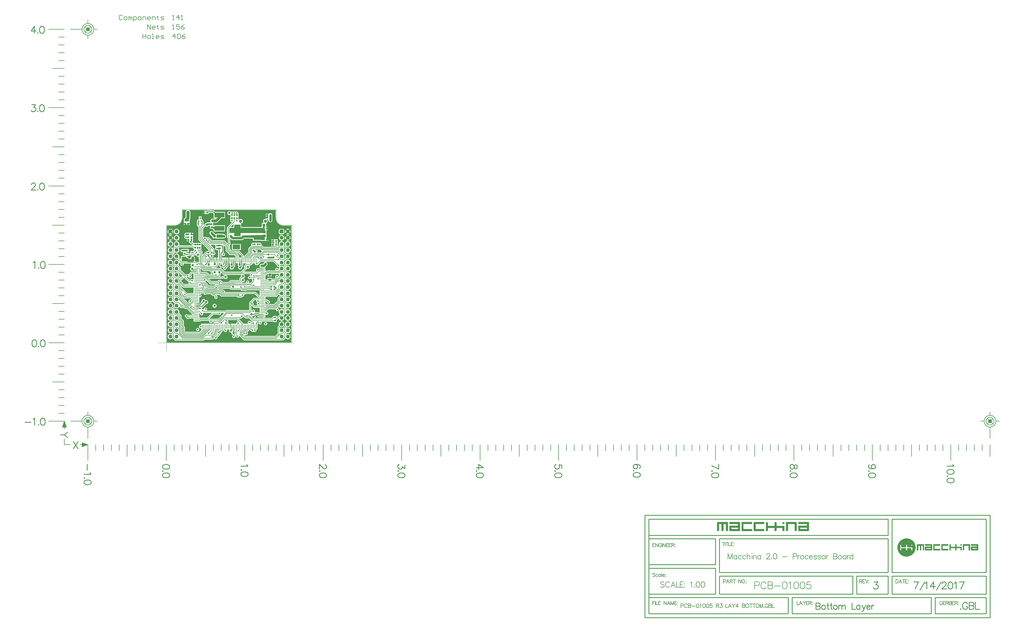
<source format=gbl>
G04 This is an RS-274x file exported by *
G04 gerbv version 2.6A *
G04 More information is available about gerbv at *
G04 http://gerbv.geda-project.org/ *
G04 --End of header info--*
%MOIN*%
%FSLAX34Y34*%
%IPPOS*%
G04 --Define apertures--*
%ADD10R,0.0200X0.0200*%
%ADD11R,0.0200X0.0200*%
%ADD12R,0.0350X0.0350*%
%ADD13C,0.0200*%
%ADD14C,0.0070*%
%ADD15C,0.0300*%
%ADD16C,0.0080*%
%ADD17C,0.0350*%
%ADD18C,0.0100*%
%ADD19C,0.0250*%
%ADD20C,0.0110*%
%ADD21C,0.0140*%
%ADD22C,0.0400*%
%ADD23C,0.0050*%
%ADD24C,0.0090*%
%ADD25C,0.0010*%
%ADD26C,0.0500*%
%AMMACRO27*
21,1,0.050000,0.025000,0.000000,0.000000,270.000000*
21,1,0.025000,0.050000,0.000000,0.000000,270.000000*
1,1,0.025000,-0.012500,-0.012500*
1,1,0.025000,-0.012500,0.012500*
1,1,0.025000,0.012500,0.012500*
1,1,0.025000,0.012500,-0.012500*
%
%ADD27MACRO27*%
%ADD28C,0.0300*%
%ADD29C,0.0394*%
%ADD30C,0.0200*%
%ADD31C,0.0320*%
%ADD32R,0.0787X0.0433*%
%ADD33R,0.0315X0.0315*%
%ADD34R,0.0787X0.1496*%
%ADD35R,0.0787X0.0591*%
%ADD36R,0.0140X0.0300*%
%ADD37R,0.0945X0.0591*%
%ADD38R,0.0433X0.0236*%
%ADD39R,0.1250X0.0600*%
%ADD40R,0.0114X0.0531*%
%ADD41R,0.0531X0.0114*%
%ADD42R,0.0600X0.0600*%
%ADD43R,0.0320X0.0250*%
%ADD44R,0.0250X0.0180*%
%ADD45C,0.0180*%
%ADD46R,0.0720X0.0580*%
%ADD47R,0.1060X0.0950*%
%ADD48R,0.4330X0.0680*%
G04 --Start main section--*
G36*
G01X0013945Y0016000D02*
G01X0013944Y0016000D01*
G01X0013947Y0015917D01*
G01X0013957Y0015835D01*
G01X0013973Y0015754D01*
G01X0013996Y0015674D01*
G01X0014025Y0015596D01*
G01X0014059Y0015521D01*
G01X0014100Y0015448D01*
G01X0014146Y0015379D01*
G01X0014197Y0015314D01*
G01X0014253Y0015253D01*
G01X0014314Y0015197D01*
G01X0014379Y0015146D01*
G01X0014448Y0015100D01*
G01X0014521Y0015059D01*
G01X0014596Y0015025D01*
G01X0014674Y0014996D01*
G01X0014754Y0014973D01*
G01X0014835Y0014957D01*
G01X0014917Y0014947D01*
G01X0015000Y0014944D01*
G01X0015000Y0014945D01*
G01X0015945Y0014945D01*
G01X0015945Y0000055D01*
G01X0000055Y0000055D01*
G01X0000055Y0014945D01*
G01X0001000Y0014945D01*
G01X0001000Y0014944D01*
G01X0001083Y0014947D01*
G01X0001165Y0014957D01*
G01X0001246Y0014973D01*
G01X0001326Y0014996D01*
G01X0001404Y0015025D01*
G01X0001479Y0015059D01*
G01X0001552Y0015100D01*
G01X0001621Y0015146D01*
G01X0001686Y0015197D01*
G01X0001747Y0015253D01*
G01X0001803Y0015314D01*
G01X0001854Y0015379D01*
G01X0001900Y0015448D01*
G01X0001941Y0015521D01*
G01X0001975Y0015596D01*
G01X0002004Y0015674D01*
G01X0002027Y0015754D01*
G01X0002043Y0015835D01*
G01X0002053Y0015917D01*
G01X0002056Y0016000D01*
G01X0002055Y0016000D01*
G01X0002055Y0016945D01*
G01X0002629Y0016945D01*
G01X0002643Y0016915D01*
G01X0002638Y0016909D01*
G01X0002621Y0016907D01*
G01X0002583Y0016896D01*
G01X0002548Y0016877D01*
G01X0002518Y0016852D01*
G01X0002493Y0016822D01*
G01X0002474Y0016787D01*
G01X0002463Y0016749D01*
G01X0002459Y0016710D01*
G01X0002463Y0016674D01*
G01X0002459Y0016630D01*
G01X0002459Y0016025D01*
G01X0002391Y0015957D01*
G01X0002353Y0015933D01*
G01X0002317Y0015903D01*
G01X0002287Y0015867D01*
G01X0002262Y0015827D01*
G01X0002252Y0015803D01*
G01X0002230Y0015803D01*
G01X0002230Y0015702D01*
G01X0002229Y0015690D01*
G01X0002230Y0015678D01*
G01X0002230Y0015403D01*
G01X0002230Y0015253D01*
G01X0002430Y0015253D01*
G01X0002430Y0015203D01*
G01X0002480Y0015203D01*
G01X0002480Y0015003D01*
G01X0002710Y0015003D01*
G01X0002710Y0015203D01*
G01X0002760Y0015203D01*
G01X0002760Y0015253D01*
G01X0002960Y0015253D01*
G01X0002960Y0015403D01*
G01X0002960Y0015674D01*
G01X0002973Y0015687D01*
G01X0003003Y0015723D01*
G01X0003028Y0015763D01*
G01X0003046Y0015807D01*
G01X0003057Y0015853D01*
G01X0003061Y0015900D01*
G01X0003061Y0016630D01*
G01X0003057Y0016674D01*
G01X0003061Y0016710D01*
G01X0003057Y0016749D01*
G01X0003046Y0016787D01*
G01X0003027Y0016822D01*
G01X0003002Y0016852D01*
G01X0002972Y0016877D01*
G01X0002937Y0016896D01*
G01X0002899Y0016907D01*
G01X0002882Y0016909D01*
G01X0002877Y0016915D01*
G01X0002891Y0016945D01*
G01X0013945Y0016945D01*
G01X0013945Y0016000D01*
G37*
G36*
G01X0013945Y0016000D02*
G37*
G36*
G01X0002249Y-003706D02*
G37*
G36*
G01X-003606Y-003706D02*
G37*
G36*
G01X0000156Y-003708D02*
G37*
G36*
G01X-000509Y-003708D02*
G37*
G36*
G01X0001206Y-003703D02*
G37*
G36*
G01X-001544Y-003703D02*
G37*
G36*
G01X-002579Y-003703D02*
G37*
G36*
G01X-004649Y-003703D02*
G37*
G36*
G01X0073091Y-022884D02*
G01X0073107Y-022923D01*
G01X0073104Y-022927D01*
G01X0073104Y-022927D01*
G01X0073108Y-023932D01*
G01X0073091Y-023976D01*
G01X0073052Y-023992D01*
G01X0073047Y-023989D01*
G01X0073047Y-023989D01*
G01X0071825Y-023993D01*
G01X0071782Y-023976D01*
G01X0071766Y-023937D01*
G01X0071769Y-023932D01*
G01X0071769Y-023932D01*
G01X0071764Y-023377D01*
G01X0071782Y-023334D01*
G01X0071821Y-023318D01*
G01X0071825Y-023321D01*
G01X0071825Y-023321D01*
G01X0071825Y-023321D01*
G01X0072822Y-023326D01*
G01X0072866Y-023308D01*
G01X0072883Y-023265D01*
G01X0072883Y-023265D01*
G01X0072879Y-023260D01*
G01X0072883Y-023152D01*
G01X0072866Y-023109D01*
G01X0072822Y-023092D01*
G01X0072822Y-023096D01*
G01X0071825Y-023101D01*
G01X0071782Y-023083D01*
G01X0071766Y-023044D01*
G01X0071769Y-023040D01*
G01X0071769Y-023040D01*
G01X0071764Y-022927D01*
G01X0071782Y-022884D01*
G01X0071821Y-022868D01*
G01X0071825Y-022871D01*
G01X0071825Y-022871D01*
G01X0073047Y-022867D01*
G01X0073091Y-022884D01*
G37*
G36*
G01X0073091Y-022884D02*
G37*
G36*
G01X0078734Y-022887D02*
G01X0078750Y-022903D01*
G01X0078759Y-022924D01*
G01X0078759Y-022935D01*
G01X0078759Y-023047D01*
G01X0078759Y-023059D01*
G01X0078750Y-023079D01*
G01X0078734Y-023095D01*
G01X0078714Y-023104D01*
G01X0078586Y-023104D01*
G01X0078566Y-023095D01*
G01X0078550Y-023079D01*
G01X0078541Y-023059D01*
G01X0078541Y-023047D01*
G01X0078541Y-022935D01*
G01X0078541Y-022924D01*
G01X0078550Y-022903D01*
G01X0078566Y-022887D01*
G01X0078586Y-022879D01*
G01X0078714Y-022879D01*
G01X0078734Y-022887D01*
G37*
G36*
G01X0078734Y-022887D02*
G37*
G36*
G01X0081830Y-022871D02*
G01X0081830Y-022871D01*
G01X0081834Y-022868D01*
G01X0081873Y-022884D01*
G01X0081891Y-022927D01*
G01X0081886Y-023932D01*
G01X0081886Y-023932D01*
G01X0081889Y-023937D01*
G01X0081873Y-023976D01*
G01X0081830Y-023993D01*
G01X0080608Y-023989D01*
G01X0080608Y-023989D01*
G01X0080603Y-023992D01*
G01X0080564Y-023976D01*
G01X0080547Y-023932D01*
G01X0080551Y-023377D01*
G01X0080551Y-023377D01*
G01X0080548Y-023373D01*
G01X0080564Y-023334D01*
G01X0080608Y-023317D01*
G01X0081605Y-023321D01*
G01X0081605Y-023326D01*
G01X0081648Y-023308D01*
G01X0081666Y-023265D01*
G01X0081661Y-023157D01*
G01X0081666Y-023152D01*
G01X0081666Y-023152D01*
G01X0081648Y-023109D01*
G01X0081605Y-023092D01*
G01X0080608Y-023096D01*
G01X0080608Y-023096D01*
G01X0080608Y-023096D01*
G01X0080603Y-023099D01*
G01X0080564Y-023083D01*
G01X0080547Y-023040D01*
G01X0080551Y-022927D01*
G01X0080551Y-022927D01*
G01X0080548Y-022923D01*
G01X0080564Y-022884D01*
G01X0080608Y-022867D01*
G01X0081830Y-022871D01*
G37*
G36*
G01X0081830Y-022871D02*
G37*
G36*
G01X0077737Y-022887D02*
G01X0077753Y-022903D01*
G01X0077761Y-022924D01*
G01X0077761Y-022935D01*
G01X0077761Y-023295D01*
G01X0077762Y-023306D01*
G01X0077771Y-023326D01*
G01X0077786Y-023342D01*
G01X0077807Y-023350D01*
G01X0077818Y-023351D01*
G01X0078714Y-023351D01*
G01X0078734Y-023360D01*
G01X0078750Y-023376D01*
G01X0078759Y-023396D01*
G01X0078759Y-023407D01*
G01X0078759Y-023932D01*
G01X0078759Y-023944D01*
G01X0078750Y-023964D01*
G01X0078734Y-023980D01*
G01X0078714Y-023989D01*
G01X0078586Y-023989D01*
G01X0078566Y-023980D01*
G01X0078550Y-023964D01*
G01X0078541Y-023944D01*
G01X0078541Y-023932D01*
G01X0078541Y-023633D01*
G01X0078540Y-023622D01*
G01X0078532Y-023601D01*
G01X0078516Y-023586D01*
G01X0078496Y-023577D01*
G01X0078485Y-023576D01*
G01X0077818Y-023576D01*
G01X0077807Y-023577D01*
G01X0077786Y-023586D01*
G01X0077771Y-023601D01*
G01X0077762Y-023622D01*
G01X0077761Y-023633D01*
G01X0077761Y-023932D01*
G01X0077761Y-023944D01*
G01X0077753Y-023964D01*
G01X0077737Y-023980D01*
G01X0077716Y-023989D01*
G01X0077581Y-023989D01*
G01X0077561Y-023980D01*
G01X0077545Y-023964D01*
G01X0077536Y-023944D01*
G01X0077536Y-023932D01*
G01X0077536Y-023633D01*
G01X0077535Y-023622D01*
G01X0077527Y-023601D01*
G01X0077511Y-023586D01*
G01X0077491Y-023577D01*
G01X0077480Y-023576D01*
G01X0076708Y-023576D01*
G01X0076697Y-023577D01*
G01X0076676Y-023586D01*
G01X0076661Y-023601D01*
G01X0076652Y-023622D01*
G01X0076651Y-023633D01*
G01X0076651Y-023932D01*
G01X0076651Y-023944D01*
G01X0076643Y-023964D01*
G01X0076627Y-023980D01*
G01X0076606Y-023989D01*
G01X0076471Y-023989D01*
G01X0076451Y-023980D01*
G01X0076435Y-023964D01*
G01X0076426Y-023944D01*
G01X0076426Y-023932D01*
G01X0076426Y-022935D01*
G01X0076426Y-022924D01*
G01X0076435Y-022903D01*
G01X0076451Y-022887D01*
G01X0076471Y-022879D01*
G01X0076606Y-022879D01*
G01X0076627Y-022887D01*
G01X0076643Y-022903D01*
G01X0076651Y-022924D01*
G01X0076651Y-022935D01*
G01X0076651Y-023295D01*
G01X0076652Y-023306D01*
G01X0076661Y-023326D01*
G01X0076676Y-023342D01*
G01X0076697Y-023350D01*
G01X0076708Y-023351D01*
G01X0077480Y-023351D01*
G01X0077491Y-023350D01*
G01X0077511Y-023342D01*
G01X0077527Y-023326D01*
G01X0077535Y-023306D01*
G01X0077536Y-023295D01*
G01X0077536Y-022935D01*
G01X0077536Y-022924D01*
G01X0077545Y-022903D01*
G01X0077561Y-022887D01*
G01X0077581Y-022879D01*
G01X0077716Y-022879D01*
G01X0077737Y-022887D01*
G37*
G36*
G01X0077737Y-022887D02*
G37*
G36*
G01X0080309Y-022880D02*
G01X0080325Y-022896D01*
G01X0080334Y-022916D01*
G01X0080334Y-022927D01*
G01X0080334Y-023932D01*
G01X0080334Y-023944D01*
G01X0080325Y-023964D01*
G01X0080309Y-023980D01*
G01X0080289Y-023989D01*
G01X0080154Y-023989D01*
G01X0080133Y-023980D01*
G01X0080117Y-023964D01*
G01X0080109Y-023944D01*
G01X0080109Y-023932D01*
G01X0080109Y-023152D01*
G01X0080108Y-023142D01*
G01X0080099Y-023121D01*
G01X0080084Y-023106D01*
G01X0080063Y-023097D01*
G01X0080052Y-023096D01*
G01X0079272Y-023096D01*
G01X0079262Y-023097D01*
G01X0079241Y-023106D01*
G01X0079226Y-023121D01*
G01X0079217Y-023142D01*
G01X0079216Y-023152D01*
G01X0079216Y-023932D01*
G01X0079216Y-023944D01*
G01X0079208Y-023964D01*
G01X0079192Y-023980D01*
G01X0079171Y-023989D01*
G01X0079044Y-023989D01*
G01X0079023Y-023980D01*
G01X0079007Y-023964D01*
G01X0078999Y-023944D01*
G01X0078999Y-023932D01*
G01X0078999Y-022927D01*
G01X0078999Y-022916D01*
G01X0079007Y-022896D01*
G01X0079023Y-022880D01*
G01X0079044Y-022871D01*
G01X0080289Y-022871D01*
G01X0080309Y-022880D01*
G37*
G36*
G01X0080309Y-022880D02*
G37*
G36*
G01X0076184Y-022880D02*
G01X0076200Y-022896D01*
G01X0076209Y-022916D01*
G01X0076209Y-022927D01*
G01X0076209Y-023040D01*
G01X0076209Y-023051D01*
G01X0076200Y-023072D01*
G01X0076184Y-023088D01*
G01X0076164Y-023096D01*
G01X0075155Y-023096D01*
G01X0075144Y-023097D01*
G01X0075124Y-023106D01*
G01X0075108Y-023121D01*
G01X0075100Y-023142D01*
G01X0075099Y-023152D01*
G01X0075099Y-023707D01*
G01X0075100Y-023718D01*
G01X0075108Y-023739D01*
G01X0075124Y-023754D01*
G01X0075144Y-023763D01*
G01X0075155Y-023764D01*
G01X0076164Y-023764D01*
G01X0076184Y-023772D01*
G01X0076200Y-023788D01*
G01X0076209Y-023809D01*
G01X0076209Y-023820D01*
G01X0076209Y-023932D01*
G01X0076209Y-023944D01*
G01X0076200Y-023964D01*
G01X0076184Y-023980D01*
G01X0076164Y-023989D01*
G01X0074919Y-023989D01*
G01X0074898Y-023980D01*
G01X0074882Y-023964D01*
G01X0074874Y-023944D01*
G01X0074874Y-023932D01*
G01X0074874Y-022927D01*
G01X0074874Y-022916D01*
G01X0074882Y-022896D01*
G01X0074898Y-022880D01*
G01X0074919Y-022871D01*
G01X0076164Y-022871D01*
G01X0076184Y-022880D01*
G37*
G36*
G01X0076184Y-022880D02*
G37*
G36*
G01X0074632Y-022880D02*
G01X0074648Y-022896D01*
G01X0074656Y-022916D01*
G01X0074656Y-022927D01*
G01X0074656Y-023040D01*
G01X0074656Y-023051D01*
G01X0074648Y-023072D01*
G01X0074632Y-023088D01*
G01X0074611Y-023096D01*
G01X0073602Y-023096D01*
G01X0073592Y-023097D01*
G01X0073571Y-023106D01*
G01X0073556Y-023121D01*
G01X0073547Y-023142D01*
G01X0073546Y-023152D01*
G01X0073546Y-023707D01*
G01X0073547Y-023718D01*
G01X0073556Y-023739D01*
G01X0073571Y-023754D01*
G01X0073592Y-023763D01*
G01X0073602Y-023764D01*
G01X0074611Y-023764D01*
G01X0074632Y-023772D01*
G01X0074648Y-023788D01*
G01X0074656Y-023809D01*
G01X0074656Y-023820D01*
G01X0074656Y-023932D01*
G01X0074656Y-023944D01*
G01X0074648Y-023964D01*
G01X0074632Y-023980D01*
G01X0074611Y-023989D01*
G01X0073366Y-023989D01*
G01X0073346Y-023980D01*
G01X0073330Y-023964D01*
G01X0073321Y-023944D01*
G01X0073321Y-023932D01*
G01X0073321Y-022927D01*
G01X0073321Y-022916D01*
G01X0073330Y-022896D01*
G01X0073346Y-022880D01*
G01X0073366Y-022871D01*
G01X0074611Y-022871D01*
G01X0074632Y-022880D01*
G37*
G36*
G01X0074632Y-022880D02*
G37*
G36*
G01X0071527Y-022880D02*
G01X0071543Y-022896D01*
G01X0071551Y-022916D01*
G01X0071551Y-022927D01*
G01X0071551Y-023932D01*
G01X0071551Y-023944D01*
G01X0071543Y-023964D01*
G01X0071527Y-023980D01*
G01X0071506Y-023989D01*
G01X0071371Y-023989D01*
G01X0071351Y-023980D01*
G01X0071335Y-023964D01*
G01X0071326Y-023944D01*
G01X0071326Y-023932D01*
G01X0071326Y-023152D01*
G01X0071325Y-023142D01*
G01X0071317Y-023121D01*
G01X0071301Y-023106D01*
G01X0071281Y-023097D01*
G01X0071270Y-023096D01*
G01X0071045Y-023096D01*
G01X0071034Y-023097D01*
G01X0071014Y-023106D01*
G01X0070998Y-023121D01*
G01X0070990Y-023142D01*
G01X0070989Y-023152D01*
G01X0070989Y-023932D01*
G01X0070989Y-023944D01*
G01X0070980Y-023964D01*
G01X0070964Y-023980D01*
G01X0070944Y-023989D01*
G01X0070816Y-023989D01*
G01X0070796Y-023980D01*
G01X0070780Y-023964D01*
G01X0070771Y-023944D01*
G01X0070771Y-023932D01*
G01X0070771Y-023152D01*
G01X0070770Y-023142D01*
G01X0070762Y-023121D01*
G01X0070746Y-023106D01*
G01X0070726Y-023097D01*
G01X0070715Y-023096D01*
G01X0070490Y-023096D01*
G01X0070479Y-023097D01*
G01X0070459Y-023106D01*
G01X0070443Y-023121D01*
G01X0070435Y-023142D01*
G01X0070434Y-023152D01*
G01X0070434Y-023932D01*
G01X0070434Y-023944D01*
G01X0070425Y-023964D01*
G01X0070409Y-023980D01*
G01X0070389Y-023989D01*
G01X0070254Y-023989D01*
G01X0070233Y-023980D01*
G01X0070217Y-023964D01*
G01X0070209Y-023944D01*
G01X0070209Y-023932D01*
G01X0070209Y-022927D01*
G01X0070209Y-022916D01*
G01X0070217Y-022896D01*
G01X0070233Y-022880D01*
G01X0070254Y-022871D01*
G01X0071506Y-022871D01*
G01X0071527Y-022880D01*
G37*
G36*
G01X0071527Y-022880D02*
G37*
G36*
G01X0103449Y-025706D02*
G01X0103459Y-025732D01*
G01X0103457Y-025735D01*
G01X0103457Y-025735D01*
G01X0103461Y-026405D01*
G01X0103449Y-026434D01*
G01X0103423Y-026444D01*
G01X0103420Y-026442D01*
G01X0103420Y-026442D01*
G01X0102605Y-026446D01*
G01X0102576Y-026434D01*
G01X0102566Y-026408D01*
G01X0102568Y-026405D01*
G01X0102568Y-026405D01*
G01X0102564Y-026035D01*
G01X0102576Y-026006D01*
G01X0102602Y-025996D01*
G01X0102605Y-025998D01*
G01X0102605Y-025998D01*
G01X0102605Y-025998D01*
G01X0103270Y-026001D01*
G01X0103299Y-025989D01*
G01X0103311Y-025960D01*
G01X0103311Y-025960D01*
G01X0103308Y-025957D01*
G01X0103311Y-025885D01*
G01X0103299Y-025856D01*
G01X0103270Y-025844D01*
G01X0103270Y-025847D01*
G01X0102605Y-025851D01*
G01X0102576Y-025839D01*
G01X0102566Y-025813D01*
G01X0102568Y-025810D01*
G01X0102568Y-025810D01*
G01X0102564Y-025735D01*
G01X0102576Y-025706D01*
G01X0102602Y-025696D01*
G01X0102605Y-025698D01*
G01X0102605Y-025698D01*
G01X0103420Y-025694D01*
G01X0103449Y-025706D01*
G37*
G36*
G01X0103449Y-025706D02*
G37*
G36*
G01X0097594Y-025706D02*
G01X0097604Y-025732D01*
G01X0097603Y-025735D01*
G01X0097603Y-025735D01*
G01X0097606Y-026405D01*
G01X0097594Y-026434D01*
G01X0097568Y-026444D01*
G01X0097565Y-026442D01*
G01X0097565Y-026442D01*
G01X0096750Y-026446D01*
G01X0096721Y-026434D01*
G01X0096711Y-026408D01*
G01X0096713Y-026405D01*
G01X0096713Y-026405D01*
G01X0096709Y-026035D01*
G01X0096721Y-026006D01*
G01X0096747Y-025996D01*
G01X0096750Y-025998D01*
G01X0096750Y-025998D01*
G01X0096750Y-025998D01*
G01X0097415Y-026001D01*
G01X0097444Y-025989D01*
G01X0097456Y-025960D01*
G01X0097456Y-025960D01*
G01X0097453Y-025957D01*
G01X0097456Y-025885D01*
G01X0097444Y-025856D01*
G01X0097415Y-025844D01*
G01X0097415Y-025847D01*
G01X0096750Y-025851D01*
G01X0096721Y-025839D01*
G01X0096711Y-025813D01*
G01X0096713Y-025810D01*
G01X0096713Y-025810D01*
G01X0096709Y-025735D01*
G01X0096721Y-025706D01*
G01X0096747Y-025696D01*
G01X0096750Y-025698D01*
G01X0096750Y-025698D01*
G01X0097565Y-025694D01*
G01X0097594Y-025706D01*
G37*
G36*
G01X0097594Y-025706D02*
G37*
G36*
G01X0101356Y-025708D02*
G01X0101367Y-025719D01*
G01X0101372Y-025733D01*
G01X0101372Y-025740D01*
G01X0101372Y-025815D01*
G01X0101372Y-025822D01*
G01X0101367Y-025836D01*
G01X0101356Y-025847D01*
G01X0101342Y-025852D01*
G01X0101258Y-025852D01*
G01X0101244Y-025847D01*
G01X0101233Y-025836D01*
G01X0101228Y-025822D01*
G01X0101228Y-025815D01*
G01X0101228Y-025740D01*
G01X0101228Y-025733D01*
G01X0101233Y-025719D01*
G01X0101244Y-025708D01*
G01X0101258Y-025703D01*
G01X0101342Y-025703D01*
G01X0101356Y-025708D01*
G37*
G36*
G01X0101356Y-025708D02*
G37*
G36*
G01X0100691Y-025708D02*
G01X0100702Y-025719D01*
G01X0100708Y-025733D01*
G01X0100708Y-025740D01*
G01X0100708Y-025980D01*
G01X0100708Y-025987D01*
G01X0100714Y-026001D01*
G01X0100724Y-026011D01*
G01X0100738Y-026017D01*
G01X0100745Y-026017D01*
G01X0101342Y-026017D01*
G01X0101356Y-026023D01*
G01X0101367Y-026034D01*
G01X0101372Y-026048D01*
G01X0101372Y-026055D01*
G01X0101372Y-026405D01*
G01X0101372Y-026412D01*
G01X0101367Y-026426D01*
G01X0101356Y-026437D01*
G01X0101342Y-026442D01*
G01X0101258Y-026442D01*
G01X0101244Y-026437D01*
G01X0101233Y-026426D01*
G01X0101228Y-026412D01*
G01X0101228Y-026405D01*
G01X0101228Y-026205D01*
G01X0101227Y-026198D01*
G01X0101221Y-026184D01*
G01X0101211Y-026174D01*
G01X0101197Y-026168D01*
G01X0101190Y-026168D01*
G01X0100745Y-026168D01*
G01X0100738Y-026168D01*
G01X0100724Y-026174D01*
G01X0100714Y-026184D01*
G01X0100708Y-026198D01*
G01X0100708Y-026205D01*
G01X0100708Y-026405D01*
G01X0100708Y-026412D01*
G01X0100702Y-026426D01*
G01X0100691Y-026437D01*
G01X0100677Y-026442D01*
G01X0100588Y-026442D01*
G01X0100574Y-026437D01*
G01X0100563Y-026426D01*
G01X0100557Y-026412D01*
G01X0100557Y-026405D01*
G01X0100557Y-026205D01*
G01X0100557Y-026198D01*
G01X0100551Y-026184D01*
G01X0100541Y-026174D01*
G01X0100527Y-026168D01*
G01X0100520Y-026168D01*
G01X0100005Y-026168D01*
G01X0099998Y-026168D01*
G01X0099984Y-026174D01*
G01X0099974Y-026184D01*
G01X0099968Y-026198D01*
G01X0099967Y-026205D01*
G01X0099967Y-026405D01*
G01X0099967Y-026412D01*
G01X0099962Y-026426D01*
G01X0099951Y-026437D01*
G01X0099937Y-026442D01*
G01X0099848Y-026442D01*
G01X0099834Y-026437D01*
G01X0099823Y-026426D01*
G01X0099817Y-026412D01*
G01X0099817Y-026405D01*
G01X0099817Y-025740D01*
G01X0099817Y-025733D01*
G01X0099823Y-025719D01*
G01X0099834Y-025708D01*
G01X0099848Y-025703D01*
G01X0099937Y-025703D01*
G01X0099951Y-025708D01*
G01X0099962Y-025719D01*
G01X0099967Y-025733D01*
G01X0099967Y-025740D01*
G01X0099967Y-025980D01*
G01X0099968Y-025987D01*
G01X0099974Y-026001D01*
G01X0099984Y-026011D01*
G01X0099998Y-026017D01*
G01X0100005Y-026017D01*
G01X0100520Y-026017D01*
G01X0100527Y-026017D01*
G01X0100541Y-026011D01*
G01X0100551Y-026001D01*
G01X0100557Y-025987D01*
G01X0100557Y-025980D01*
G01X0100557Y-025740D01*
G01X0100557Y-025733D01*
G01X0100563Y-025719D01*
G01X0100574Y-025708D01*
G01X0100588Y-025703D01*
G01X0100677Y-025703D01*
G01X0100691Y-025708D01*
G37*
G36*
G01X0100691Y-025708D02*
G37*
G36*
G01X0102406Y-025703D02*
G01X0102417Y-025714D01*
G01X0102423Y-025728D01*
G01X0102423Y-025735D01*
G01X0102423Y-026405D01*
G01X0102423Y-026412D01*
G01X0102417Y-026426D01*
G01X0102406Y-026437D01*
G01X0102392Y-026442D01*
G01X0102303Y-026442D01*
G01X0102289Y-026437D01*
G01X0102278Y-026426D01*
G01X0102273Y-026412D01*
G01X0102273Y-026405D01*
G01X0102273Y-025885D01*
G01X0102272Y-025878D01*
G01X0102266Y-025864D01*
G01X0102256Y-025854D01*
G01X0102242Y-025848D01*
G01X0102235Y-025847D01*
G01X0101715Y-025847D01*
G01X0101708Y-025848D01*
G01X0101694Y-025854D01*
G01X0101684Y-025864D01*
G01X0101678Y-025878D01*
G01X0101678Y-025885D01*
G01X0101678Y-026405D01*
G01X0101678Y-026412D01*
G01X0101672Y-026426D01*
G01X0101661Y-026437D01*
G01X0101647Y-026442D01*
G01X0101563Y-026442D01*
G01X0101549Y-026437D01*
G01X0101538Y-026426D01*
G01X0101532Y-026412D01*
G01X0101532Y-026405D01*
G01X0101532Y-025735D01*
G01X0101532Y-025728D01*
G01X0101538Y-025714D01*
G01X0101549Y-025703D01*
G01X0101563Y-025698D01*
G01X0102392Y-025698D01*
G01X0102406Y-025703D01*
G37*
G36*
G01X0102406Y-025703D02*
G37*
G36*
G01X0099656Y-025703D02*
G01X0099667Y-025714D01*
G01X0099672Y-025728D01*
G01X0099672Y-025735D01*
G01X0099672Y-025810D01*
G01X0099672Y-025817D01*
G01X0099667Y-025831D01*
G01X0099656Y-025842D01*
G01X0099642Y-025847D01*
G01X0098970Y-025847D01*
G01X0098963Y-025848D01*
G01X0098949Y-025854D01*
G01X0098939Y-025864D01*
G01X0098933Y-025878D01*
G01X0098933Y-025885D01*
G01X0098933Y-026255D01*
G01X0098933Y-026262D01*
G01X0098939Y-026276D01*
G01X0098949Y-026286D01*
G01X0098963Y-026292D01*
G01X0098970Y-026293D01*
G01X0099642Y-026293D01*
G01X0099656Y-026298D01*
G01X0099667Y-026309D01*
G01X0099672Y-026323D01*
G01X0099672Y-026330D01*
G01X0099672Y-026405D01*
G01X0099672Y-026412D01*
G01X0099667Y-026426D01*
G01X0099656Y-026437D01*
G01X0099642Y-026442D01*
G01X0098813Y-026442D01*
G01X0098799Y-026437D01*
G01X0098788Y-026426D01*
G01X0098783Y-026412D01*
G01X0098783Y-026405D01*
G01X0098783Y-025735D01*
G01X0098783Y-025728D01*
G01X0098788Y-025714D01*
G01X0098799Y-025703D01*
G01X0098813Y-025698D01*
G01X0099642Y-025698D01*
G01X0099656Y-025703D01*
G37*
G36*
G01X0099656Y-025703D02*
G37*
G36*
G01X0098621Y-025703D02*
G01X0098632Y-025714D01*
G01X0098638Y-025728D01*
G01X0098638Y-025735D01*
G01X0098638Y-025810D01*
G01X0098638Y-025817D01*
G01X0098632Y-025831D01*
G01X0098621Y-025842D01*
G01X0098607Y-025847D01*
G01X0097935Y-025847D01*
G01X0097928Y-025848D01*
G01X0097914Y-025854D01*
G01X0097904Y-025864D01*
G01X0097898Y-025878D01*
G01X0097898Y-025885D01*
G01X0097898Y-026255D01*
G01X0097898Y-026262D01*
G01X0097904Y-026276D01*
G01X0097914Y-026286D01*
G01X0097928Y-026292D01*
G01X0097935Y-026293D01*
G01X0098607Y-026293D01*
G01X0098621Y-026298D01*
G01X0098632Y-026309D01*
G01X0098638Y-026323D01*
G01X0098638Y-026330D01*
G01X0098638Y-026405D01*
G01X0098638Y-026412D01*
G01X0098632Y-026426D01*
G01X0098621Y-026437D01*
G01X0098607Y-026442D01*
G01X0097778Y-026442D01*
G01X0097764Y-026437D01*
G01X0097753Y-026426D01*
G01X0097747Y-026412D01*
G01X0097747Y-026405D01*
G01X0097747Y-025735D01*
G01X0097747Y-025728D01*
G01X0097753Y-025714D01*
G01X0097764Y-025703D01*
G01X0097778Y-025698D01*
G01X0098607Y-025698D01*
G01X0098621Y-025703D01*
G37*
G36*
G01X0098621Y-025703D02*
G37*
G36*
G01X0096551Y-025703D02*
G01X0096562Y-025714D01*
G01X0096567Y-025728D01*
G01X0096567Y-025735D01*
G01X0096567Y-026405D01*
G01X0096567Y-026412D01*
G01X0096562Y-026426D01*
G01X0096551Y-026437D01*
G01X0096537Y-026442D01*
G01X0096448Y-026442D01*
G01X0096434Y-026437D01*
G01X0096423Y-026426D01*
G01X0096418Y-026412D01*
G01X0096418Y-026405D01*
G01X0096418Y-025885D01*
G01X0096417Y-025878D01*
G01X0096411Y-025864D01*
G01X0096401Y-025854D01*
G01X0096387Y-025848D01*
G01X0096380Y-025847D01*
G01X0096230Y-025847D01*
G01X0096223Y-025848D01*
G01X0096209Y-025854D01*
G01X0096199Y-025864D01*
G01X0096193Y-025878D01*
G01X0096193Y-025885D01*
G01X0096193Y-026405D01*
G01X0096193Y-026412D01*
G01X0096187Y-026426D01*
G01X0096176Y-026437D01*
G01X0096162Y-026442D01*
G01X0096078Y-026442D01*
G01X0096064Y-026437D01*
G01X0096053Y-026426D01*
G01X0096047Y-026412D01*
G01X0096047Y-026405D01*
G01X0096047Y-025885D01*
G01X0096047Y-025878D01*
G01X0096041Y-025864D01*
G01X0096031Y-025854D01*
G01X0096017Y-025848D01*
G01X0096010Y-025847D01*
G01X0095860Y-025847D01*
G01X0095853Y-025848D01*
G01X0095839Y-025854D01*
G01X0095829Y-025864D01*
G01X0095823Y-025878D01*
G01X0095822Y-025885D01*
G01X0095822Y-026405D01*
G01X0095822Y-026412D01*
G01X0095817Y-026426D01*
G01X0095806Y-026437D01*
G01X0095792Y-026442D01*
G01X0095703Y-026442D01*
G01X0095689Y-026437D01*
G01X0095678Y-026426D01*
G01X0095673Y-026412D01*
G01X0095673Y-026405D01*
G01X0095673Y-025735D01*
G01X0095673Y-025728D01*
G01X0095678Y-025714D01*
G01X0095689Y-025703D01*
G01X0095703Y-025698D01*
G01X0096537Y-025698D01*
G01X0096551Y-025703D01*
G37*
G36*
G01X0096551Y-025703D02*
G37*
G36*
G01X0094525Y-024971D02*
G01X0094700Y-025013D01*
G01X0094866Y-025082D01*
G01X0095020Y-025176D01*
G01X0095157Y-025293D01*
G01X0095274Y-025430D01*
G01X0095368Y-025584D01*
G01X0095437Y-025750D01*
G01X0095479Y-025925D01*
G01X0095494Y-026105D01*
G01X0095479Y-026285D01*
G01X0095437Y-026460D01*
G01X0095368Y-026626D01*
G01X0095274Y-026780D01*
G01X0095157Y-026917D01*
G01X0095020Y-027034D01*
G01X0094866Y-027128D01*
G01X0094700Y-027197D01*
G01X0094525Y-027239D01*
G01X0094345Y-027254D01*
G01X0094165Y-027239D01*
G01X0093990Y-027197D01*
G01X0093824Y-027128D01*
G01X0093670Y-027034D01*
G01X0093533Y-026917D01*
G01X0093416Y-026780D01*
G01X0093322Y-026626D01*
G01X0093253Y-026460D01*
G01X0093211Y-026285D01*
G01X0093196Y-026105D01*
G01X0093211Y-025925D01*
G01X0093253Y-025750D01*
G01X0093322Y-025584D01*
G01X0093416Y-025430D01*
G01X0093533Y-025293D01*
G01X0093670Y-025176D01*
G01X0093824Y-025082D01*
G01X0093990Y-025013D01*
G01X0094165Y-024971D01*
G01X0094345Y-024956D01*
G01X0094525Y-024971D01*
G37*
G36*
G01X0094525Y-024971D02*
G37*
%LPC*%
G36*
G01X0004743Y0016830D02*
G01X0004593Y0016830D01*
G01X0004593Y0016680D01*
G01X0004743Y0016680D01*
G01X0004743Y0016830D01*
G37*
G36*
G01X0004743Y0016830D02*
G37*
G36*
G01X0004743Y0016580D02*
G01X0004593Y0016580D01*
G01X0004593Y0016430D01*
G01X0004743Y0016430D01*
G01X0004743Y0016580D01*
G37*
G36*
G01X0004743Y0016580D02*
G37*
G36*
G01X0012810Y0016490D02*
G01X0012660Y0016490D01*
G01X0012660Y0016340D01*
G01X0012810Y0016340D01*
G01X0012810Y0016490D01*
G37*
G36*
G01X0012810Y0016490D02*
G37*
G36*
G01X0006000Y0016891D02*
G01X0005303Y0016891D01*
G01X0005274Y0016888D01*
G01X0005245Y0016879D01*
G01X0005219Y0016865D01*
G01X0005197Y0016847D01*
G01X0005180Y0016830D01*
G01X0004843Y0016830D01*
G01X0004843Y0016630D01*
G01X0004843Y0016430D01*
G01X0005393Y0016430D01*
G01X0005393Y0016589D01*
G01X0005938Y0016589D01*
G01X0006025Y0016502D01*
G01X0006025Y0015918D01*
G01X0006229Y0015918D01*
G01X0006240Y0015890D01*
G01X0006203Y0015853D01*
G01X0005880Y0015853D01*
G01X0005837Y0015849D01*
G01X0005795Y0015839D01*
G01X0005755Y0015823D01*
G01X0005718Y0015800D01*
G01X0005685Y0015772D01*
G01X0005657Y0015739D01*
G01X0005634Y0015702D01*
G01X0005618Y0015662D01*
G01X0005607Y0015620D01*
G01X0005604Y0015577D01*
G01X0005607Y0015534D01*
G01X0005618Y0015492D01*
G01X0005634Y0015452D01*
G01X0005657Y0015415D01*
G01X0005677Y0015390D01*
G01X0005666Y0015360D01*
G01X0005249Y0015360D01*
G01X0005210Y0015356D01*
G01X0005172Y0015345D01*
G01X0005138Y0015326D01*
G01X0005128Y0015318D01*
G01X0005121Y0015318D01*
G01X0005083Y0015309D01*
G01X0005046Y0015293D01*
G01X0005013Y0015273D01*
G01X0004983Y0015247D01*
G01X0004957Y0015217D01*
G01X0004945Y0015197D01*
G01X0004938Y0015195D01*
G01X0004915Y0015183D01*
G01X0004894Y0015166D01*
G01X0004770Y0015042D01*
G01X0004742Y0015053D01*
G01X0004742Y0015489D01*
G01X0004707Y0015489D01*
G01X0004705Y0015506D01*
G01X0004697Y0015531D01*
G01X0004692Y0015541D01*
G01X0004694Y0015558D01*
G01X0004690Y0015597D01*
G01X0004679Y0015635D01*
G01X0004660Y0015670D01*
G01X0004635Y0015700D01*
G01X0004605Y0015725D01*
G01X0004570Y0015744D01*
G01X0004532Y0015755D01*
G01X0004493Y0015759D01*
G01X0004486Y0015766D01*
G01X0004486Y0016159D01*
G01X0004146Y0016159D01*
G01X0004146Y0015779D01*
G01X0004124Y0015759D01*
G01X0004117Y0015759D01*
G01X0004078Y0015755D01*
G01X0004040Y0015744D01*
G01X0004006Y0015725D01*
G01X0003975Y0015700D01*
G01X0003950Y0015670D01*
G01X0003931Y0015635D01*
G01X0003920Y0015597D01*
G01X0003916Y0015558D01*
G01X0003920Y0015519D01*
G01X0003920Y0015519D01*
G01X0003901Y0015489D01*
G01X0003890Y0015489D01*
G01X0003890Y0014989D01*
G01X0003925Y0014989D01*
G01X0003927Y0014973D01*
G01X0003935Y0014948D01*
G01X0003947Y0014924D01*
G01X0003964Y0014904D01*
G01X0004101Y0014767D01*
G01X0004101Y0013214D01*
G01X0004103Y0013187D01*
G01X0004111Y0013162D01*
G01X0004123Y0013138D01*
G01X0004140Y0013118D01*
G01X0005374Y0011884D01*
G01X0005374Y0011693D01*
G01X0005170Y0011693D01*
G01X0005170Y0011629D01*
G01X0005073Y0011629D01*
G01X0005047Y0011626D01*
G01X0005021Y0011618D01*
G01X0004998Y0011606D01*
G01X0004977Y0011589D01*
G01X0004613Y0011225D01*
G01X0004586Y0011237D01*
G01X0004586Y0011640D01*
G01X0004583Y0011666D01*
G01X0004575Y0011692D01*
G01X0004563Y0011715D01*
G01X0004546Y0011736D01*
G01X0004386Y0011896D01*
G01X0004386Y0011950D01*
G01X0004450Y0011950D01*
G01X0004450Y0012350D01*
G01X0004450Y0012750D01*
G01X0003510Y0012750D01*
G01X0003510Y0012714D01*
G01X0003480Y0012702D01*
G01X0003313Y0012869D01*
G01X0003313Y0012870D01*
G01X0003332Y0012893D01*
G01X0003346Y0012919D01*
G01X0003352Y0012940D01*
G01X0003403Y0012940D01*
G01X0003403Y0013290D01*
G01X0003407Y0013290D01*
G01X0003407Y0013690D01*
G01X0003407Y0013690D01*
G01X0003407Y0013780D01*
G01X0003207Y0013780D01*
G01X0003207Y0013830D01*
G01X0003157Y0013830D01*
G01X0003157Y0014030D01*
G01X0002817Y0014030D01*
G01X0002807Y0014031D01*
G01X0002500Y0014031D01*
G01X0002461Y0014027D01*
G01X0002423Y0014016D01*
G01X0002388Y0013997D01*
G01X0002358Y0013972D01*
G01X0002333Y0013942D01*
G01X0002314Y0013907D01*
G01X0002303Y0013869D01*
G01X0002299Y0013830D01*
G01X0002303Y0013791D01*
G01X0002314Y0013753D01*
G01X0002333Y0013718D01*
G01X0002358Y0013688D01*
G01X0002368Y0013679D01*
G01X0002372Y0013652D01*
G01X0002368Y0013641D01*
G01X0002358Y0013632D01*
G01X0002333Y0013602D01*
G01X0002314Y0013567D01*
G01X0002303Y0013529D01*
G01X0002299Y0013490D01*
G01X0002303Y0013451D01*
G01X0002314Y0013413D01*
G01X0002333Y0013378D01*
G01X0002358Y0013348D01*
G01X0002388Y0013323D01*
G01X0002423Y0013304D01*
G01X0002461Y0013293D01*
G01X0002500Y0013289D01*
G01X0002539Y0013293D01*
G01X0002573Y0013303D01*
G01X0002598Y0013292D01*
G01X0002603Y0013289D01*
G01X0002603Y0013190D01*
G01X0002803Y0013190D01*
G01X0002803Y0013140D01*
G01X0002853Y0013140D01*
G01X0002853Y0012940D01*
G01X0002893Y0012940D01*
G01X0002912Y0012910D01*
G01X0002909Y0012880D01*
G01X0002913Y0012841D01*
G01X0002924Y0012803D01*
G01X0002943Y0012768D01*
G01X0002968Y0012738D01*
G01X0002998Y0012713D01*
G01X0003033Y0012694D01*
G01X0003071Y0012683D01*
G01X0003110Y0012679D01*
G01X0003118Y0012680D01*
G01X0003315Y0012483D01*
G01X0003303Y0012456D01*
G01X0001646Y0012456D01*
G01X0001630Y0012480D01*
G01X0001632Y0012486D01*
G01X0001646Y0012527D01*
G01X0001655Y0012572D01*
G01X0001658Y0012618D01*
G01X0001655Y0012664D01*
G01X0001646Y0012709D01*
G01X0001631Y0012752D01*
G01X0001611Y0012793D01*
G01X0001585Y0012832D01*
G01X0001555Y0012866D01*
G01X0001521Y0012896D01*
G01X0001482Y0012922D01*
G01X0001441Y0012942D01*
G01X0001398Y0012957D01*
G01X0001353Y0012966D01*
G01X0001307Y0012969D01*
G01X0001261Y0012966D01*
G01X0001216Y0012957D01*
G01X0001173Y0012942D01*
G01X0001132Y0012922D01*
G01X0001094Y0012896D01*
G01X0001059Y0012866D01*
G01X0001029Y0012832D01*
G01X0001003Y0012793D01*
G01X0000983Y0012752D01*
G01X0000968Y0012709D01*
G01X0000959Y0012664D01*
G01X0000956Y0012618D01*
G01X0000959Y0012572D01*
G01X0000968Y0012527D01*
G01X0000983Y0012484D01*
G01X0001003Y0012443D01*
G01X0001029Y0012405D01*
G01X0001049Y0012382D01*
G01X0001049Y0012380D01*
G01X0001040Y0012350D01*
G01X0001039Y0012349D01*
G01X0001028Y0012345D01*
G01X0001005Y0012333D01*
G01X0000984Y0012316D01*
G01X0000814Y0012146D01*
G01X0000797Y0012125D01*
G01X0000785Y0012102D01*
G01X0000751Y0012094D01*
G01X0000733Y0012109D01*
G01X0000695Y0012134D01*
G01X0000654Y0012155D01*
G01X0000610Y0012170D01*
G01X0000565Y0012178D01*
G01X0000520Y0012181D01*
G01X0000474Y0012178D01*
G01X0000429Y0012170D01*
G01X0000385Y0012155D01*
G01X0000344Y0012134D01*
G01X0000306Y0012109D01*
G01X0000272Y0012079D01*
G01X0000241Y0012044D01*
G01X0000216Y0012006D01*
G01X0000196Y0011965D01*
G01X0000181Y0011921D01*
G01X0000172Y0011876D01*
G01X0000169Y0011831D01*
G01X0000172Y0011785D01*
G01X0000181Y0011740D01*
G01X0000196Y0011696D01*
G01X0000216Y0011655D01*
G01X0000241Y0011617D01*
G01X0000272Y0011583D01*
G01X0000306Y0011552D01*
G01X0000344Y0011527D01*
G01X0000385Y0011507D01*
G01X0000429Y0011492D01*
G01X0000474Y0011483D01*
G01X0000520Y0011480D01*
G01X0000565Y0011483D01*
G01X0000610Y0011492D01*
G01X0000654Y0011507D01*
G01X0000695Y0011527D01*
G01X0000733Y0011552D01*
G01X0000744Y0011562D01*
G01X0000774Y0011549D01*
G01X0000774Y0011490D01*
G01X0000652Y0011368D01*
G01X0000610Y0011382D01*
G01X0000565Y0011391D01*
G01X0000520Y0011394D01*
G01X0000474Y0011391D01*
G01X0000429Y0011382D01*
G01X0000385Y0011367D01*
G01X0000344Y0011347D01*
G01X0000306Y0011322D01*
G01X0000272Y0011291D01*
G01X0000241Y0011257D01*
G01X0000216Y0011219D01*
G01X0000196Y0011178D01*
G01X0000181Y0011134D01*
G01X0000172Y0011089D01*
G01X0000169Y0011043D01*
G01X0000172Y0010998D01*
G01X0000181Y0010953D01*
G01X0000196Y0010909D01*
G01X0000216Y0010868D01*
G01X0000241Y0010830D01*
G01X0000272Y0010795D01*
G01X0000306Y0010765D01*
G01X0000344Y0010740D01*
G01X0000385Y0010719D01*
G01X0000429Y0010705D01*
G01X0000474Y0010696D01*
G01X0000520Y0010693D01*
G01X0000565Y0010696D01*
G01X0000610Y0010705D01*
G01X0000654Y0010719D01*
G01X0000695Y0010740D01*
G01X0000733Y0010765D01*
G01X0000768Y0010795D01*
G01X0000798Y0010830D01*
G01X0000823Y0010868D01*
G01X0000844Y0010909D01*
G01X0000858Y0010953D01*
G01X0000867Y0010998D01*
G01X0000870Y0011043D01*
G01X0000867Y0011089D01*
G01X0000858Y0011134D01*
G01X0000844Y0011176D01*
G01X0001006Y0011338D01*
G01X0001023Y0011358D01*
G01X0001035Y0011382D01*
G01X0001043Y0011407D01*
G01X0001046Y0011434D01*
G01X0001046Y0011555D01*
G01X0001076Y0011568D01*
G01X0001094Y0011552D01*
G01X0001132Y0011527D01*
G01X0001173Y0011507D01*
G01X0001216Y0011492D01*
G01X0001261Y0011483D01*
G01X0001307Y0011480D01*
G01X0001353Y0011483D01*
G01X0001398Y0011492D01*
G01X0001441Y0011507D01*
G01X0001482Y0011527D01*
G01X0001521Y0011552D01*
G01X0001555Y0011583D01*
G01X0001585Y0011617D01*
G01X0001611Y0011655D01*
G01X0001631Y0011696D01*
G01X0001646Y0011740D01*
G01X0001655Y0011785D01*
G01X0001658Y0011831D01*
G01X0001655Y0011876D01*
G01X0001646Y0011921D01*
G01X0001631Y0011965D01*
G01X0001611Y0012006D01*
G01X0001585Y0012044D01*
G01X0001562Y0012071D01*
G01X0001563Y0012100D01*
G01X0001565Y0012106D01*
G01X0001567Y0012108D01*
G01X0001586Y0012124D01*
G01X0001646Y0012184D01*
G01X0003314Y0012184D01*
G01X0003444Y0012054D01*
G01X0003465Y0012037D01*
G01X0003488Y0012025D01*
G01X0003510Y0012018D01*
G01X0003510Y0011950D01*
G01X0003549Y0011950D01*
G01X0003560Y0011920D01*
G01X0003538Y0011902D01*
G01X0003513Y0011872D01*
G01X0003494Y0011837D01*
G01X0003483Y0011799D01*
G01X0003479Y0011760D01*
G01X0003480Y0011752D01*
G01X0003438Y0011710D01*
G01X0003065Y0011710D01*
G01X0003065Y0011406D01*
G01X0002865Y0011406D01*
G01X0002865Y0011460D01*
G01X0002520Y0011460D01*
G01X0002520Y0011569D01*
G01X0002640Y0011569D01*
G01X0002679Y0011573D01*
G01X0002703Y0011580D01*
G01X0002865Y0011580D01*
G01X0002865Y0011960D01*
G01X0002703Y0011960D01*
G01X0002679Y0011967D01*
G01X0002640Y0011971D01*
G01X0002000Y0011970D01*
G01X0001980Y0011968D01*
G01X0001961Y0011967D01*
G01X0001961Y0011967D01*
G01X0001961Y0011967D01*
G01X0001942Y0011961D01*
G01X0001923Y0011955D01*
G01X0001923Y0011955D01*
G01X0001923Y0011955D01*
G01X0001905Y0011946D01*
G01X0001888Y0011937D01*
G01X0001888Y0011936D01*
G01X0001888Y0011936D01*
G01X0001873Y0011924D01*
G01X0001858Y0011912D01*
G01X0001858Y0011911D01*
G01X0001858Y0011911D01*
G01X0001845Y0011896D01*
G01X0001833Y0011881D01*
G01X0001833Y0011881D01*
G01X0001833Y0011881D01*
G01X0001824Y0011864D01*
G01X0001814Y0011846D01*
G01X0001814Y0011846D01*
G01X0001814Y0011846D01*
G01X0001809Y0011827D01*
G01X0001803Y0011809D01*
G01X0001803Y0011809D01*
G01X0001803Y0011808D01*
G01X0001801Y0011789D01*
G01X0001799Y0011769D01*
G01X0001799Y0011769D01*
G01X0001799Y0011769D01*
G01X0001801Y0011750D01*
G01X0001803Y0011730D01*
G01X0001803Y0011730D01*
G01X0001803Y0011730D01*
G01X0001809Y0011711D01*
G01X0001814Y0011693D01*
G01X0001814Y0011692D01*
G01X0001814Y0011692D01*
G01X0001824Y0011675D01*
G01X0001833Y0011658D01*
G01X0001833Y0011658D01*
G01X0001833Y0011658D01*
G01X0001846Y0011642D01*
G01X0001858Y0011627D01*
G01X0001858Y0011627D01*
G01X0001858Y0011627D01*
G01X0001873Y0011615D01*
G01X0001888Y0011602D01*
G01X0001888Y0011602D01*
G01X0001888Y0011602D01*
G01X0001906Y0011593D01*
G01X0001923Y0011584D01*
G01X0001923Y0011584D01*
G01X0001923Y0011584D01*
G01X0001942Y0011578D01*
G01X0001961Y0011572D01*
G01X0001961Y0011572D01*
G01X0001961Y0011572D01*
G01X0001981Y0011570D01*
G01X0002000Y0011568D01*
G01X0002000Y0011568D01*
G01X0002000Y0011568D01*
G01X0002099Y0011569D01*
G01X0002120Y0011547D01*
G01X0002120Y0011170D01*
G01X0002329Y0011170D01*
G01X0002345Y0011157D01*
G01X0002368Y0011145D01*
G01X0002394Y0011137D01*
G01X0002415Y0011135D01*
G01X0002415Y0011080D01*
G01X0002393Y0011060D01*
G01X0001850Y0011060D01*
G01X0001850Y0010731D01*
G01X0001822Y0010720D01*
G01X0001632Y0010911D01*
G01X0001646Y0010953D01*
G01X0001655Y0010998D01*
G01X0001658Y0011043D01*
G01X0001655Y0011089D01*
G01X0001646Y0011134D01*
G01X0001631Y0011178D01*
G01X0001611Y0011219D01*
G01X0001585Y0011257D01*
G01X0001555Y0011291D01*
G01X0001521Y0011322D01*
G01X0001482Y0011347D01*
G01X0001441Y0011367D01*
G01X0001398Y0011382D01*
G01X0001353Y0011391D01*
G01X0001307Y0011394D01*
G01X0001261Y0011391D01*
G01X0001216Y0011382D01*
G01X0001173Y0011367D01*
G01X0001132Y0011347D01*
G01X0001094Y0011322D01*
G01X0001059Y0011291D01*
G01X0001029Y0011257D01*
G01X0001003Y0011219D01*
G01X0000983Y0011178D01*
G01X0000968Y0011134D01*
G01X0000959Y0011089D01*
G01X0000956Y0011043D01*
G01X0000959Y0010998D01*
G01X0000968Y0010953D01*
G01X0000983Y0010909D01*
G01X0001003Y0010868D01*
G01X0001029Y0010830D01*
G01X0001059Y0010795D01*
G01X0001094Y0010765D01*
G01X0001132Y0010740D01*
G01X0001173Y0010719D01*
G01X0001216Y0010705D01*
G01X0001261Y0010696D01*
G01X0001307Y0010693D01*
G01X0001353Y0010696D01*
G01X0001398Y0010705D01*
G01X0001440Y0010719D01*
G01X0001654Y0010504D01*
G01X0001654Y0010411D01*
G01X0001624Y0010404D01*
G01X0001611Y0010431D01*
G01X0001585Y0010469D01*
G01X0001555Y0010504D01*
G01X0001521Y0010534D01*
G01X0001482Y0010560D01*
G01X0001441Y0010580D01*
G01X0001398Y0010595D01*
G01X0001353Y0010604D01*
G01X0001307Y0010607D01*
G01X0001261Y0010604D01*
G01X0001216Y0010595D01*
G01X0001173Y0010580D01*
G01X0001132Y0010560D01*
G01X0001094Y0010534D01*
G01X0001059Y0010504D01*
G01X0001029Y0010469D01*
G01X0001003Y0010431D01*
G01X0000983Y0010390D01*
G01X0000968Y0010347D01*
G01X0000959Y0010302D01*
G01X0000956Y0010256D01*
G01X0000959Y0010210D01*
G01X0000968Y0010165D01*
G01X0000983Y0010122D01*
G01X0001003Y0010081D01*
G01X0001029Y0010042D01*
G01X0001052Y0010016D01*
G01X0001041Y0009986D01*
G01X0000982Y0009986D01*
G01X0000844Y0010123D01*
G01X0000858Y0010165D01*
G01X0000867Y0010210D01*
G01X0000870Y0010256D01*
G01X0000867Y0010302D01*
G01X0000858Y0010347D01*
G01X0000844Y0010390D01*
G01X0000823Y0010431D01*
G01X0000798Y0010469D01*
G01X0000768Y0010504D01*
G01X0000733Y0010534D01*
G01X0000695Y0010560D01*
G01X0000654Y0010580D01*
G01X0000610Y0010595D01*
G01X0000565Y0010604D01*
G01X0000520Y0010607D01*
G01X0000474Y0010604D01*
G01X0000429Y0010595D01*
G01X0000385Y0010580D01*
G01X0000344Y0010560D01*
G01X0000306Y0010534D01*
G01X0000272Y0010504D01*
G01X0000241Y0010469D01*
G01X0000216Y0010431D01*
G01X0000196Y0010390D01*
G01X0000181Y0010347D01*
G01X0000172Y0010302D01*
G01X0000169Y0010256D01*
G01X0000172Y0010210D01*
G01X0000181Y0010165D01*
G01X0000196Y0010122D01*
G01X0000216Y0010081D01*
G01X0000241Y0010042D01*
G01X0000272Y0010008D01*
G01X0000306Y0009978D01*
G01X0000344Y0009952D01*
G01X0000385Y0009932D01*
G01X0000429Y0009917D01*
G01X0000474Y0009908D01*
G01X0000520Y0009905D01*
G01X0000565Y0009908D01*
G01X0000610Y0009917D01*
G01X0000652Y0009931D01*
G01X0000830Y0009754D01*
G01X0000850Y0009737D01*
G01X0000874Y0009725D01*
G01X0000899Y0009717D01*
G01X0000926Y0009714D01*
G01X0001021Y0009714D01*
G01X0001033Y0009687D01*
G01X0001029Y0009682D01*
G01X0001003Y0009644D01*
G01X0000983Y0009603D01*
G01X0000968Y0009559D01*
G01X0000959Y0009514D01*
G01X0000956Y0009469D01*
G01X0000959Y0009423D01*
G01X0000968Y0009378D01*
G01X0000983Y0009334D01*
G01X0001003Y0009293D01*
G01X0001029Y0009255D01*
G01X0001059Y0009220D01*
G01X0001094Y0009190D01*
G01X0001132Y0009165D01*
G01X0001173Y0009144D01*
G01X0001216Y0009130D01*
G01X0001261Y0009121D01*
G01X0001307Y0009118D01*
G01X0001353Y0009121D01*
G01X0001398Y0009130D01*
G01X0001440Y0009144D01*
G01X0002092Y0008491D01*
G01X0002077Y0008466D01*
G01X0002039Y0008477D01*
G01X0002000Y0008481D01*
G01X0001961Y0008477D01*
G01X0001923Y0008466D01*
G01X0001888Y0008447D01*
G01X0001858Y0008422D01*
G01X0001833Y0008392D01*
G01X0001829Y0008385D01*
G01X0001800Y0008380D01*
G01X0001632Y0008548D01*
G01X0001646Y0008590D01*
G01X0001655Y0008635D01*
G01X0001658Y0008681D01*
G01X0001655Y0008727D01*
G01X0001646Y0008772D01*
G01X0001631Y0008815D01*
G01X0001611Y0008856D01*
G01X0001585Y0008895D01*
G01X0001555Y0008929D01*
G01X0001521Y0008959D01*
G01X0001482Y0008985D01*
G01X0001441Y0009005D01*
G01X0001398Y0009020D01*
G01X0001353Y0009029D01*
G01X0001307Y0009032D01*
G01X0001261Y0009029D01*
G01X0001216Y0009020D01*
G01X0001173Y0009005D01*
G01X0001132Y0008985D01*
G01X0001094Y0008959D01*
G01X0001086Y0008952D01*
G01X0001056Y0008966D01*
G01X0001056Y0009068D01*
G01X0001053Y0009095D01*
G01X0001045Y0009120D01*
G01X0001033Y0009144D01*
G01X0001016Y0009164D01*
G01X0000844Y0009336D01*
G01X0000858Y0009378D01*
G01X0000867Y0009423D01*
G01X0000870Y0009469D01*
G01X0000867Y0009514D01*
G01X0000858Y0009559D01*
G01X0000844Y0009603D01*
G01X0000823Y0009644D01*
G01X0000798Y0009682D01*
G01X0000768Y0009717D01*
G01X0000733Y0009747D01*
G01X0000695Y0009772D01*
G01X0000654Y0009793D01*
G01X0000610Y0009807D01*
G01X0000565Y0009816D01*
G01X0000520Y0009819D01*
G01X0000474Y0009816D01*
G01X0000429Y0009807D01*
G01X0000385Y0009793D01*
G01X0000344Y0009772D01*
G01X0000306Y0009747D01*
G01X0000272Y0009717D01*
G01X0000241Y0009682D01*
G01X0000216Y0009644D01*
G01X0000196Y0009603D01*
G01X0000181Y0009559D01*
G01X0000172Y0009514D01*
G01X0000169Y0009469D01*
G01X0000172Y0009423D01*
G01X0000181Y0009378D01*
G01X0000196Y0009334D01*
G01X0000216Y0009293D01*
G01X0000241Y0009255D01*
G01X0000272Y0009220D01*
G01X0000306Y0009190D01*
G01X0000344Y0009165D01*
G01X0000385Y0009144D01*
G01X0000429Y0009130D01*
G01X0000474Y0009121D01*
G01X0000520Y0009118D01*
G01X0000565Y0009121D01*
G01X0000610Y0009130D01*
G01X0000652Y0009144D01*
G01X0000784Y0009012D01*
G01X0000784Y0008954D01*
G01X0000754Y0008941D01*
G01X0000733Y0008959D01*
G01X0000695Y0008985D01*
G01X0000654Y0009005D01*
G01X0000610Y0009020D01*
G01X0000565Y0009029D01*
G01X0000520Y0009032D01*
G01X0000474Y0009029D01*
G01X0000429Y0009020D01*
G01X0000385Y0009005D01*
G01X0000344Y0008985D01*
G01X0000306Y0008959D01*
G01X0000272Y0008929D01*
G01X0000241Y0008895D01*
G01X0000216Y0008856D01*
G01X0000196Y0008815D01*
G01X0000181Y0008772D01*
G01X0000172Y0008727D01*
G01X0000169Y0008681D01*
G01X0000172Y0008635D01*
G01X0000181Y0008590D01*
G01X0000196Y0008547D01*
G01X0000216Y0008506D01*
G01X0000241Y0008468D01*
G01X0000272Y0008433D01*
G01X0000306Y0008403D01*
G01X0000344Y0008377D01*
G01X0000385Y0008357D01*
G01X0000429Y0008342D01*
G01X0000474Y0008333D01*
G01X0000520Y0008330D01*
G01X0000565Y0008333D01*
G01X0000610Y0008342D01*
G01X0000652Y0008357D01*
G01X0000774Y0008235D01*
G01X0000774Y0008176D01*
G01X0000744Y0008162D01*
G01X0000733Y0008172D01*
G01X0000695Y0008197D01*
G01X0000654Y0008218D01*
G01X0000610Y0008232D01*
G01X0000565Y0008241D01*
G01X0000520Y0008244D01*
G01X0000474Y0008241D01*
G01X0000429Y0008232D01*
G01X0000385Y0008218D01*
G01X0000344Y0008197D01*
G01X0000306Y0008172D01*
G01X0000272Y0008142D01*
G01X0000241Y0008107D01*
G01X0000216Y0008069D01*
G01X0000196Y0008028D01*
G01X0000181Y0007984D01*
G01X0000172Y0007939D01*
G01X0000169Y0007894D01*
G01X0000172Y0007848D01*
G01X0000181Y0007803D01*
G01X0000196Y0007759D01*
G01X0000216Y0007718D01*
G01X0000241Y0007680D01*
G01X0000272Y0007646D01*
G01X0000306Y0007615D01*
G01X0000344Y0007590D01*
G01X0000385Y0007570D01*
G01X0000429Y0007555D01*
G01X0000474Y0007546D01*
G01X0000520Y0007543D01*
G01X0000565Y0007546D01*
G01X0000610Y0007555D01*
G01X0000652Y0007569D01*
G01X0000774Y0007447D01*
G01X0000774Y0007388D01*
G01X0000744Y0007375D01*
G01X0000733Y0007385D01*
G01X0000695Y0007410D01*
G01X0000654Y0007430D01*
G01X0000610Y0007445D01*
G01X0000565Y0007454D01*
G01X0000520Y0007457D01*
G01X0000474Y0007454D01*
G01X0000429Y0007445D01*
G01X0000385Y0007430D01*
G01X0000344Y0007410D01*
G01X0000306Y0007385D01*
G01X0000272Y0007354D01*
G01X0000241Y0007320D01*
G01X0000216Y0007282D01*
G01X0000196Y0007241D01*
G01X0000181Y0007197D01*
G01X0000172Y0007152D01*
G01X0000169Y0007106D01*
G01X0000172Y0007061D01*
G01X0000181Y0007016D01*
G01X0000196Y0006972D01*
G01X0000216Y0006931D01*
G01X0000241Y0006893D01*
G01X0000272Y0006858D01*
G01X0000306Y0006828D01*
G01X0000344Y0006803D01*
G01X0000385Y0006782D01*
G01X0000429Y0006768D01*
G01X0000474Y0006759D01*
G01X0000520Y0006756D01*
G01X0000565Y0006759D01*
G01X0000610Y0006768D01*
G01X0000652Y0006782D01*
G01X0000774Y0006660D01*
G01X0000774Y0006601D01*
G01X0000744Y0006587D01*
G01X0000733Y0006597D01*
G01X0000695Y0006623D01*
G01X0000654Y0006643D01*
G01X0000610Y0006658D01*
G01X0000565Y0006667D01*
G01X0000520Y0006670D01*
G01X0000474Y0006667D01*
G01X0000429Y0006658D01*
G01X0000385Y0006643D01*
G01X0000344Y0006623D01*
G01X0000306Y0006597D01*
G01X0000272Y0006567D01*
G01X0000241Y0006532D01*
G01X0000216Y0006494D01*
G01X0000196Y0006453D01*
G01X0000181Y0006410D01*
G01X0000172Y0006365D01*
G01X0000169Y0006319D01*
G01X0000172Y0006273D01*
G01X0000181Y0006228D01*
G01X0000196Y0006185D01*
G01X0000216Y0006144D01*
G01X0000241Y0006105D01*
G01X0000272Y0006071D01*
G01X0000306Y0006041D01*
G01X0000344Y0006015D01*
G01X0000385Y0005995D01*
G01X0000429Y0005980D01*
G01X0000474Y0005971D01*
G01X0000520Y0005968D01*
G01X0000565Y0005971D01*
G01X0000610Y0005980D01*
G01X0000652Y0005994D01*
G01X0000784Y0005862D01*
G01X0000784Y0005805D01*
G01X0000754Y0005791D01*
G01X0000733Y0005810D01*
G01X0000695Y0005835D01*
G01X0000654Y0005856D01*
G01X0000610Y0005870D01*
G01X0000565Y0005879D01*
G01X0000520Y0005882D01*
G01X0000474Y0005879D01*
G01X0000429Y0005870D01*
G01X0000385Y0005856D01*
G01X0000344Y0005835D01*
G01X0000306Y0005810D01*
G01X0000272Y0005780D01*
G01X0000241Y0005745D01*
G01X0000216Y0005707D01*
G01X0000196Y0005666D01*
G01X0000181Y0005622D01*
G01X0000172Y0005577D01*
G01X0000169Y0005531D01*
G01X0000172Y0005486D01*
G01X0000181Y0005441D01*
G01X0000196Y0005397D01*
G01X0000216Y0005356D01*
G01X0000241Y0005318D01*
G01X0000272Y0005283D01*
G01X0000306Y0005253D01*
G01X0000344Y0005228D01*
G01X0000385Y0005207D01*
G01X0000429Y0005193D01*
G01X0000474Y0005184D01*
G01X0000520Y0005181D01*
G01X0000565Y0005184D01*
G01X0000610Y0005193D01*
G01X0000654Y0005207D01*
G01X0000695Y0005228D01*
G01X0000733Y0005253D01*
G01X0000768Y0005283D01*
G01X0000768Y0005284D01*
G01X0000804Y0005280D01*
G01X0000807Y0005275D01*
G01X0000824Y0005254D01*
G01X0001044Y0005034D01*
G01X0001053Y0005027D01*
G01X0001058Y0004998D01*
G01X0001058Y0004996D01*
G01X0001056Y0004988D01*
G01X0001029Y0004958D01*
G01X0001003Y0004919D01*
G01X0000983Y0004878D01*
G01X0000968Y0004835D01*
G01X0000959Y0004790D01*
G01X0000956Y0004744D01*
G01X0000959Y0004698D01*
G01X0000968Y0004653D01*
G01X0000983Y0004610D01*
G01X0001003Y0004569D01*
G01X0001029Y0004531D01*
G01X0001059Y0004496D01*
G01X0001094Y0004466D01*
G01X0001132Y0004440D01*
G01X0001173Y0004420D01*
G01X0001216Y0004405D01*
G01X0001261Y0004396D01*
G01X0001307Y0004393D01*
G01X0001353Y0004396D01*
G01X0001398Y0004405D01*
G01X0001441Y0004420D01*
G01X0001482Y0004440D01*
G01X0001521Y0004466D01*
G01X0001555Y0004496D01*
G01X0001585Y0004531D01*
G01X0001611Y0004569D01*
G01X0001631Y0004609D01*
G01X0001633Y0004610D01*
G01X0001663Y0004612D01*
G01X0001667Y0004605D01*
G01X0001684Y0004584D01*
G01X0001794Y0004474D01*
G01X0001815Y0004457D01*
G01X0001838Y0004445D01*
G01X0001864Y0004437D01*
G01X0001890Y0004434D01*
G01X0002294Y0004434D01*
G01X0002394Y0004334D01*
G01X0002414Y0004317D01*
G01X0002438Y0004305D01*
G01X0002463Y0004297D01*
G01X0002490Y0004294D01*
G01X0002656Y0004294D01*
G01X0003341Y0003609D01*
G01X0003330Y0003581D01*
G01X0002954Y0003581D01*
G01X0002948Y0003583D01*
G01X0002922Y0003586D01*
G01X0002707Y0003586D01*
G01X0002702Y0003592D01*
G01X0002672Y0003617D01*
G01X0002637Y0003636D01*
G01X0002599Y0003647D01*
G01X0002560Y0003651D01*
G01X0002521Y0003647D01*
G01X0002483Y0003636D01*
G01X0002448Y0003617D01*
G01X0002418Y0003592D01*
G01X0002393Y0003562D01*
G01X0002374Y0003527D01*
G01X0002363Y0003489D01*
G01X0002359Y0003450D01*
G01X0002363Y0003411D01*
G01X0002374Y0003373D01*
G01X0002393Y0003338D01*
G01X0002418Y0003308D01*
G01X0002448Y0003283D01*
G01X0002483Y0003264D01*
G01X0002521Y0003253D01*
G01X0002530Y0003252D01*
G01X0002529Y0003240D01*
G01X0002533Y0003201D01*
G01X0002544Y0003163D01*
G01X0002563Y0003128D01*
G01X0002588Y0003098D01*
G01X0002618Y0003073D01*
G01X0002653Y0003054D01*
G01X0002691Y0003043D01*
G01X0002730Y0003039D01*
G01X0002769Y0003043D01*
G01X0002807Y0003054D01*
G01X0002842Y0003073D01*
G01X0002872Y0003098D01*
G01X0002877Y0003104D01*
G01X0002880Y0003104D01*
G01X0002906Y0003107D01*
G01X0002927Y0003113D01*
G01X0003452Y0003113D01*
G01X0003452Y0002698D01*
G01X0004183Y0002698D01*
G01X0004183Y0002719D01*
G01X0004245Y0002719D01*
G01X0004272Y0002722D01*
G01X0004297Y0002730D01*
G01X0004320Y0002742D01*
G01X0004341Y0002759D01*
G01X0004386Y0002804D01*
G01X0005439Y0002804D01*
G01X0005456Y0002780D01*
G01X0005453Y0002769D01*
G01X0005449Y0002729D01*
G01X0005453Y0002690D01*
G01X0005464Y0002653D01*
G01X0005483Y0002618D01*
G01X0005508Y0002587D01*
G01X0005538Y0002562D01*
G01X0005573Y0002544D01*
G01X0005611Y0002532D01*
G01X0005650Y0002528D01*
G01X0005689Y0002532D01*
G01X0005727Y0002544D01*
G01X0005762Y0002562D01*
G01X0005792Y0002587D01*
G01X0005797Y0002594D01*
G01X0006113Y0002594D01*
G01X0006124Y0002566D01*
G01X0006074Y0002516D01*
G01X0006057Y0002495D01*
G01X0006045Y0002472D01*
G01X0006037Y0002446D01*
G01X0006037Y0002443D01*
G01X0004438Y0002443D01*
G01X0004438Y0002290D01*
G01X0004408Y0002269D01*
G01X0004389Y0002275D01*
G01X0004350Y0002279D01*
G01X0004310Y0002275D01*
G01X0004273Y0002263D01*
G01X0004238Y0002245D01*
G01X0004207Y0002220D01*
G01X0004183Y0002189D01*
G01X0004164Y0002154D01*
G01X0004153Y0002117D01*
G01X0004149Y0002078D01*
G01X0004153Y0002038D01*
G01X0004164Y0002001D01*
G01X0004183Y0001966D01*
G01X0004207Y0001935D01*
G01X0004238Y0001910D01*
G01X0004273Y0001892D01*
G01X0004310Y0001880D01*
G01X0004350Y0001877D01*
G01X0004389Y0001880D01*
G01X0004408Y0001886D01*
G01X0004438Y0001865D01*
G01X0004438Y0001712D01*
G01X0004521Y0001712D01*
G01X0004533Y0001684D01*
G01X0004244Y0001396D01*
G01X0002426Y0001396D01*
G01X0002366Y0001456D01*
G01X0002366Y0001980D01*
G01X0002363Y0002006D01*
G01X0002355Y0002032D01*
G01X0002343Y0002055D01*
G01X0002326Y0002076D01*
G01X0002226Y0002176D01*
G01X0002226Y0002790D01*
G01X0002223Y0002816D01*
G01X0002215Y0002842D01*
G01X0002203Y0002865D01*
G01X0002186Y0002886D01*
G01X0001946Y0003126D01*
G01X0001946Y0003454D01*
G01X0001943Y0003480D01*
G01X0001935Y0003506D01*
G01X0001923Y0003529D01*
G01X0001906Y0003550D01*
G01X0001632Y0003824D01*
G01X0001646Y0003866D01*
G01X0001655Y0003911D01*
G01X0001658Y0003957D01*
G01X0001655Y0004002D01*
G01X0001646Y0004047D01*
G01X0001631Y0004091D01*
G01X0001611Y0004132D01*
G01X0001585Y0004170D01*
G01X0001555Y0004205D01*
G01X0001521Y0004235D01*
G01X0001482Y0004260D01*
G01X0001441Y0004281D01*
G01X0001398Y0004295D01*
G01X0001353Y0004304D01*
G01X0001307Y0004307D01*
G01X0001261Y0004304D01*
G01X0001216Y0004295D01*
G01X0001173Y0004281D01*
G01X0001132Y0004260D01*
G01X0001094Y0004235D01*
G01X0001086Y0004228D01*
G01X0001056Y0004242D01*
G01X0001056Y0004344D01*
G01X0001053Y0004370D01*
G01X0001045Y0004396D01*
G01X0001033Y0004419D01*
G01X0001016Y0004440D01*
G01X0000844Y0004611D01*
G01X0000858Y0004653D01*
G01X0000867Y0004698D01*
G01X0000870Y0004744D01*
G01X0000867Y0004790D01*
G01X0000858Y0004835D01*
G01X0000844Y0004878D01*
G01X0000823Y0004919D01*
G01X0000798Y0004958D01*
G01X0000768Y0004992D01*
G01X0000733Y0005022D01*
G01X0000695Y0005048D01*
G01X0000654Y0005068D01*
G01X0000610Y0005083D01*
G01X0000565Y0005092D01*
G01X0000520Y0005095D01*
G01X0000474Y0005092D01*
G01X0000429Y0005083D01*
G01X0000385Y0005068D01*
G01X0000344Y0005048D01*
G01X0000306Y0005022D01*
G01X0000272Y0004992D01*
G01X0000241Y0004958D01*
G01X0000216Y0004919D01*
G01X0000196Y0004878D01*
G01X0000181Y0004835D01*
G01X0000172Y0004790D01*
G01X0000169Y0004744D01*
G01X0000172Y0004698D01*
G01X0000181Y0004653D01*
G01X0000196Y0004610D01*
G01X0000216Y0004569D01*
G01X0000241Y0004531D01*
G01X0000272Y0004496D01*
G01X0000306Y0004466D01*
G01X0000344Y0004440D01*
G01X0000385Y0004420D01*
G01X0000429Y0004405D01*
G01X0000474Y0004396D01*
G01X0000520Y0004393D01*
G01X0000565Y0004396D01*
G01X0000610Y0004405D01*
G01X0000652Y0004420D01*
G01X0000784Y0004288D01*
G01X0000784Y0004230D01*
G01X0000754Y0004216D01*
G01X0000733Y0004235D01*
G01X0000695Y0004260D01*
G01X0000654Y0004281D01*
G01X0000610Y0004295D01*
G01X0000565Y0004304D01*
G01X0000520Y0004307D01*
G01X0000474Y0004304D01*
G01X0000429Y0004295D01*
G01X0000385Y0004281D01*
G01X0000344Y0004260D01*
G01X0000306Y0004235D01*
G01X0000272Y0004205D01*
G01X0000241Y0004170D01*
G01X0000216Y0004132D01*
G01X0000196Y0004091D01*
G01X0000181Y0004047D01*
G01X0000172Y0004002D01*
G01X0000169Y0003957D01*
G01X0000172Y0003911D01*
G01X0000181Y0003866D01*
G01X0000196Y0003822D01*
G01X0000216Y0003781D01*
G01X0000241Y0003743D01*
G01X0000272Y0003709D01*
G01X0000306Y0003678D01*
G01X0000344Y0003653D01*
G01X0000385Y0003633D01*
G01X0000429Y0003618D01*
G01X0000474Y0003609D01*
G01X0000520Y0003606D01*
G01X0000565Y0003609D01*
G01X0000610Y0003618D01*
G01X0000652Y0003632D01*
G01X0000774Y0003510D01*
G01X0000774Y0003451D01*
G01X0000744Y0003438D01*
G01X0000733Y0003448D01*
G01X0000695Y0003473D01*
G01X0000654Y0003493D01*
G01X0000610Y0003508D01*
G01X0000565Y0003517D01*
G01X0000520Y0003520D01*
G01X0000474Y0003517D01*
G01X0000429Y0003508D01*
G01X0000385Y0003493D01*
G01X0000344Y0003473D01*
G01X0000306Y0003448D01*
G01X0000272Y0003417D01*
G01X0000241Y0003383D01*
G01X0000216Y0003345D01*
G01X0000196Y0003304D01*
G01X0000181Y0003260D01*
G01X0000172Y0003215D01*
G01X0000169Y0003169D01*
G01X0000172Y0003124D01*
G01X0000181Y0003079D01*
G01X0000196Y0003035D01*
G01X0000216Y0002994D01*
G01X0000241Y0002956D01*
G01X0000272Y0002921D01*
G01X0000306Y0002891D01*
G01X0000344Y0002866D01*
G01X0000385Y0002845D01*
G01X0000429Y0002830D01*
G01X0000474Y0002822D01*
G01X0000520Y0002819D01*
G01X0000565Y0002822D01*
G01X0000610Y0002830D01*
G01X0000652Y0002845D01*
G01X0000784Y0002713D01*
G01X0000784Y0002655D01*
G01X0000754Y0002642D01*
G01X0000733Y0002660D01*
G01X0000695Y0002686D01*
G01X0000654Y0002706D01*
G01X0000610Y0002721D01*
G01X0000565Y0002730D01*
G01X0000520Y0002733D01*
G01X0000474Y0002730D01*
G01X0000429Y0002721D01*
G01X0000385Y0002706D01*
G01X0000344Y0002686D01*
G01X0000306Y0002660D01*
G01X0000272Y0002630D01*
G01X0000241Y0002595D01*
G01X0000216Y0002557D01*
G01X0000196Y0002516D01*
G01X0000181Y0002473D01*
G01X0000172Y0002428D01*
G01X0000169Y0002382D01*
G01X0000172Y0002336D01*
G01X0000181Y0002291D01*
G01X0000196Y0002248D01*
G01X0000216Y0002207D01*
G01X0000241Y0002168D01*
G01X0000272Y0002134D01*
G01X0000306Y0002104D01*
G01X0000344Y0002078D01*
G01X0000385Y0002058D01*
G01X0000429Y0002043D01*
G01X0000474Y0002034D01*
G01X0000520Y0002031D01*
G01X0000565Y0002034D01*
G01X0000610Y0002043D01*
G01X0000652Y0002057D01*
G01X0000784Y0001925D01*
G01X0000784Y0001868D01*
G01X0000754Y0001854D01*
G01X0000733Y0001873D01*
G01X0000695Y0001898D01*
G01X0000654Y0001919D01*
G01X0000610Y0001933D01*
G01X0000565Y0001942D01*
G01X0000520Y0001945D01*
G01X0000474Y0001942D01*
G01X0000429Y0001933D01*
G01X0000385Y0001919D01*
G01X0000344Y0001898D01*
G01X0000306Y0001873D01*
G01X0000272Y0001843D01*
G01X0000241Y0001808D01*
G01X0000216Y0001770D01*
G01X0000196Y0001729D01*
G01X0000181Y0001685D01*
G01X0000172Y0001640D01*
G01X0000169Y0001594D01*
G01X0000172Y0001549D01*
G01X0000181Y0001504D01*
G01X0000196Y0001460D01*
G01X0000216Y0001419D01*
G01X0000241Y0001381D01*
G01X0000272Y0001346D01*
G01X0000306Y0001316D01*
G01X0000344Y0001291D01*
G01X0000385Y0001270D01*
G01X0000429Y0001256D01*
G01X0000474Y0001247D01*
G01X0000520Y0001244D01*
G01X0000565Y0001247D01*
G01X0000610Y0001256D01*
G01X0000652Y0001270D01*
G01X0000774Y0001148D01*
G01X0000774Y0001089D01*
G01X0000744Y0001076D01*
G01X0000733Y0001085D01*
G01X0000695Y0001111D01*
G01X0000654Y0001131D01*
G01X0000610Y0001146D01*
G01X0000565Y0001155D01*
G01X0000520Y0001158D01*
G01X0000474Y0001155D01*
G01X0000429Y0001146D01*
G01X0000385Y0001131D01*
G01X0000344Y0001111D01*
G01X0000306Y0001085D01*
G01X0000272Y0001055D01*
G01X0000241Y0001021D01*
G01X0000216Y0000982D01*
G01X0000196Y0000941D01*
G01X0000181Y0000898D01*
G01X0000172Y0000853D01*
G01X0000169Y0000807D01*
G01X0000172Y0000761D01*
G01X0000181Y0000716D01*
G01X0000196Y0000673D01*
G01X0000216Y0000632D01*
G01X0000241Y0000594D01*
G01X0000272Y0000559D01*
G01X0000306Y0000529D01*
G01X0000344Y0000503D01*
G01X0000385Y0000483D01*
G01X0000429Y0000468D01*
G01X0000474Y0000459D01*
G01X0000520Y0000456D01*
G01X0000565Y0000459D01*
G01X0000610Y0000468D01*
G01X0000654Y0000483D01*
G01X0000695Y0000503D01*
G01X0000733Y0000529D01*
G01X0000768Y0000559D01*
G01X0000774Y0000566D01*
G01X0000813Y0000565D01*
G01X0000814Y0000564D01*
G01X0001054Y0000324D01*
G01X0001075Y0000307D01*
G01X0001098Y0000295D01*
G01X0001124Y0000287D01*
G01X0001150Y0000284D01*
G01X0004657Y0000284D01*
G01X0004683Y0000287D01*
G01X0004708Y0000295D01*
G01X0004732Y0000307D01*
G01X0004752Y0000324D01*
G01X0004853Y0000424D01*
G01X0005910Y0000424D01*
G01X0005936Y0000427D01*
G01X0005962Y0000435D01*
G01X0005985Y0000447D01*
G01X0006006Y0000464D01*
G01X0006097Y0000555D01*
G01X0006126Y0000550D01*
G01X0006133Y0000538D01*
G01X0006158Y0000508D01*
G01X0006188Y0000483D01*
G01X0006223Y0000464D01*
G01X0006261Y0000453D01*
G01X0006300Y0000449D01*
G01X0006339Y0000453D01*
G01X0006377Y0000464D01*
G01X0006412Y0000483D01*
G01X0006442Y0000508D01*
G01X0006467Y0000538D01*
G01X0006486Y0000573D01*
G01X0006497Y0000611D01*
G01X0006501Y0000650D01*
G01X0006500Y0000658D01*
G01X0006836Y0000995D01*
G01X0006853Y0001015D01*
G01X0006866Y0001039D01*
G01X0006874Y0001064D01*
G01X0006876Y0001091D01*
G01X0006876Y0001094D01*
G01X0006966Y0001184D01*
G01X0006983Y0001204D01*
G01X0006995Y0001228D01*
G01X0007003Y0001253D01*
G01X0007006Y0001279D01*
G01X0007006Y0001315D01*
G01X0007250Y0001560D01*
G01X0007267Y0001580D01*
G01X0007279Y0001604D01*
G01X0007281Y0001609D01*
G01X0007315Y0001617D01*
G01X0007343Y0001589D01*
G01X0007342Y0001581D01*
G01X0007346Y0001541D01*
G01X0007358Y0001504D01*
G01X0007376Y0001469D01*
G01X0007401Y0001439D01*
G01X0007432Y0001414D01*
G01X0007466Y0001395D01*
G01X0007504Y0001384D01*
G01X0007543Y0001380D01*
G01X0007583Y0001384D01*
G01X0007620Y0001395D01*
G01X0007655Y0001414D01*
G01X0007685Y0001439D01*
G01X0007710Y0001469D01*
G01X0007729Y0001504D01*
G01X0007740Y0001541D01*
G01X0007744Y0001581D01*
G01X0007740Y0001620D01*
G01X0007729Y0001658D01*
G01X0007716Y0001682D01*
G01X0007730Y0001712D01*
G01X0008003Y0001712D01*
G01X0008018Y0001686D01*
G01X0008017Y0001684D01*
G01X0008001Y0001647D01*
G01X0007992Y0001609D01*
G01X0007989Y0001570D01*
G01X0007992Y0001531D01*
G01X0008001Y0001493D01*
G01X0008017Y0001456D01*
G01X0008037Y0001423D01*
G01X0008063Y0001393D01*
G01X0008093Y0001367D01*
G01X0008126Y0001347D01*
G01X0008163Y0001331D01*
G01X0008201Y0001322D01*
G01X0008240Y0001319D01*
G01X0008277Y0001322D01*
G01X0008284Y0001321D01*
G01X0008301Y0001304D01*
G01X0008302Y0001297D01*
G01X0008299Y0001260D01*
G01X0008302Y0001221D01*
G01X0008311Y0001183D01*
G01X0008327Y0001146D01*
G01X0008347Y0001113D01*
G01X0008373Y0001083D01*
G01X0008403Y0001057D01*
G01X0008436Y0001037D01*
G01X0008460Y0001027D01*
G01X0008474Y0000997D01*
G01X0008475Y0000992D01*
G01X0008474Y0000990D01*
G01X0008467Y0000966D01*
G01X0008466Y0000958D01*
G01X0008458Y0000952D01*
G01X0008433Y0000921D01*
G01X0008414Y0000886D01*
G01X0008403Y0000849D01*
G01X0008399Y0000809D01*
G01X0008403Y0000770D01*
G01X0008414Y0000733D01*
G01X0008433Y0000698D01*
G01X0008458Y0000667D01*
G01X0008488Y0000642D01*
G01X0008523Y0000624D01*
G01X0008561Y0000612D01*
G01X0008600Y0000608D01*
G01X0008639Y0000612D01*
G01X0008677Y0000624D01*
G01X0008712Y0000642D01*
G01X0008742Y0000667D01*
G01X0008767Y0000698D01*
G01X0008786Y0000733D01*
G01X0008797Y0000770D01*
G01X0008801Y0000809D01*
G01X0008797Y0000849D01*
G01X0008786Y0000886D01*
G01X0008769Y0000917D01*
G01X0008790Y0000938D01*
G01X0008824Y0000929D01*
G01X0008825Y0000928D01*
G01X0008837Y0000904D01*
G01X0008854Y0000884D01*
G01X0008870Y0000868D01*
G01X0008869Y0000859D01*
G01X0008873Y0000820D01*
G01X0008884Y0000783D01*
G01X0008903Y0000748D01*
G01X0008928Y0000717D01*
G01X0008958Y0000692D01*
G01X0008993Y0000674D01*
G01X0009031Y0000662D01*
G01X0009070Y0000658D01*
G01X0009109Y0000662D01*
G01X0009147Y0000674D01*
G01X0009182Y0000692D01*
G01X0009212Y0000717D01*
G01X0009237Y0000748D01*
G01X0009256Y0000783D01*
G01X0009267Y0000820D01*
G01X0009271Y0000859D01*
G01X0009268Y0000888D01*
G01X0009286Y0000899D01*
G01X0009297Y0000901D01*
G01X0009844Y0000354D01*
G01X0009865Y0000337D01*
G01X0009888Y0000325D01*
G01X0009914Y0000317D01*
G01X0009940Y0000314D01*
G01X0014860Y0000314D01*
G01X0014886Y0000317D01*
G01X0014912Y0000325D01*
G01X0014935Y0000337D01*
G01X0014956Y0000354D01*
G01X0015178Y0000576D01*
G01X0015179Y0000577D01*
G01X0015205Y0000579D01*
G01X0015218Y0000576D01*
G01X0015232Y0000559D01*
G01X0015267Y0000529D01*
G01X0015305Y0000503D01*
G01X0015346Y0000483D01*
G01X0015390Y0000468D01*
G01X0015435Y0000459D01*
G01X0015480Y0000456D01*
G01X0015526Y0000459D01*
G01X0015571Y0000468D01*
G01X0015615Y0000483D01*
G01X0015656Y0000503D01*
G01X0015694Y0000529D01*
G01X0015728Y0000559D01*
G01X0015759Y0000594D01*
G01X0015784Y0000632D01*
G01X0015804Y0000673D01*
G01X0015819Y0000716D01*
G01X0015828Y0000761D01*
G01X0015831Y0000807D01*
G01X0015828Y0000853D01*
G01X0015819Y0000898D01*
G01X0015804Y0000941D01*
G01X0015784Y0000982D01*
G01X0015759Y0001021D01*
G01X0015728Y0001055D01*
G01X0015694Y0001085D01*
G01X0015656Y0001111D01*
G01X0015615Y0001131D01*
G01X0015571Y0001146D01*
G01X0015526Y0001155D01*
G01X0015480Y0001158D01*
G01X0015435Y0001155D01*
G01X0015390Y0001146D01*
G01X0015346Y0001131D01*
G01X0015305Y0001111D01*
G01X0015267Y0001085D01*
G01X0015256Y0001076D01*
G01X0015226Y0001089D01*
G01X0015226Y0001148D01*
G01X0015348Y0001270D01*
G01X0015390Y0001256D01*
G01X0015435Y0001247D01*
G01X0015480Y0001244D01*
G01X0015526Y0001247D01*
G01X0015571Y0001256D01*
G01X0015615Y0001270D01*
G01X0015656Y0001291D01*
G01X0015694Y0001316D01*
G01X0015728Y0001346D01*
G01X0015759Y0001381D01*
G01X0015784Y0001419D01*
G01X0015804Y0001460D01*
G01X0015819Y0001504D01*
G01X0015828Y0001549D01*
G01X0015831Y0001594D01*
G01X0015828Y0001640D01*
G01X0015819Y0001685D01*
G01X0015804Y0001729D01*
G01X0015784Y0001770D01*
G01X0015759Y0001808D01*
G01X0015728Y0001843D01*
G01X0015694Y0001873D01*
G01X0015656Y0001898D01*
G01X0015615Y0001919D01*
G01X0015571Y0001933D01*
G01X0015526Y0001942D01*
G01X0015480Y0001945D01*
G01X0015435Y0001942D01*
G01X0015390Y0001933D01*
G01X0015346Y0001919D01*
G01X0015305Y0001898D01*
G01X0015267Y0001873D01*
G01X0015256Y0001863D01*
G01X0015226Y0001877D01*
G01X0015226Y0001935D01*
G01X0015348Y0002057D01*
G01X0015390Y0002043D01*
G01X0015435Y0002034D01*
G01X0015480Y0002031D01*
G01X0015526Y0002034D01*
G01X0015571Y0002043D01*
G01X0015615Y0002058D01*
G01X0015656Y0002078D01*
G01X0015694Y0002104D01*
G01X0015728Y0002134D01*
G01X0015759Y0002168D01*
G01X0015784Y0002207D01*
G01X0015804Y0002248D01*
G01X0015819Y0002291D01*
G01X0015828Y0002336D01*
G01X0015831Y0002382D01*
G01X0015828Y0002428D01*
G01X0015819Y0002473D01*
G01X0015804Y0002516D01*
G01X0015784Y0002557D01*
G01X0015759Y0002595D01*
G01X0015728Y0002630D01*
G01X0015694Y0002660D01*
G01X0015656Y0002686D01*
G01X0015615Y0002706D01*
G01X0015571Y0002721D01*
G01X0015526Y0002730D01*
G01X0015480Y0002733D01*
G01X0015435Y0002730D01*
G01X0015390Y0002721D01*
G01X0015346Y0002706D01*
G01X0015305Y0002686D01*
G01X0015267Y0002660D01*
G01X0015232Y0002630D01*
G01X0015202Y0002595D01*
G01X0015177Y0002557D01*
G01X0015156Y0002516D01*
G01X0015142Y0002473D01*
G01X0015133Y0002428D01*
G01X0015130Y0002382D01*
G01X0015133Y0002336D01*
G01X0015142Y0002291D01*
G01X0015156Y0002249D01*
G01X0014994Y0002087D01*
G01X0014977Y0002067D01*
G01X0014965Y0002043D01*
G01X0014957Y0002018D01*
G01X0014954Y0001992D01*
G01X0014954Y0001871D01*
G01X0014924Y0001857D01*
G01X0014906Y0001873D01*
G01X0014868Y0001898D01*
G01X0014827Y0001919D01*
G01X0014784Y0001933D01*
G01X0014739Y0001942D01*
G01X0014693Y0001945D01*
G01X0014647Y0001942D01*
G01X0014602Y0001933D01*
G01X0014559Y0001919D01*
G01X0014518Y0001898D01*
G01X0014496Y0001884D01*
G01X0014466Y0001900D01*
G01X0014466Y0001963D01*
G01X0014560Y0002057D01*
G01X0014602Y0002043D01*
G01X0014647Y0002034D01*
G01X0014693Y0002031D01*
G01X0014739Y0002034D01*
G01X0014784Y0002043D01*
G01X0014827Y0002058D01*
G01X0014868Y0002078D01*
G01X0014906Y0002104D01*
G01X0014941Y0002134D01*
G01X0014971Y0002168D01*
G01X0014997Y0002207D01*
G01X0015017Y0002248D01*
G01X0015032Y0002291D01*
G01X0015041Y0002336D01*
G01X0015044Y0002382D01*
G01X0015041Y0002428D01*
G01X0015032Y0002473D01*
G01X0015017Y0002516D01*
G01X0014997Y0002557D01*
G01X0014971Y0002595D01*
G01X0014941Y0002630D01*
G01X0014906Y0002660D01*
G01X0014868Y0002686D01*
G01X0014827Y0002706D01*
G01X0014784Y0002721D01*
G01X0014739Y0002730D01*
G01X0014693Y0002733D01*
G01X0014647Y0002730D01*
G01X0014602Y0002721D01*
G01X0014559Y0002706D01*
G01X0014518Y0002686D01*
G01X0014479Y0002660D01*
G01X0014445Y0002630D01*
G01X0014415Y0002595D01*
G01X0014389Y0002557D01*
G01X0014369Y0002516D01*
G01X0014354Y0002473D01*
G01X0014345Y0002428D01*
G01X0014342Y0002382D01*
G01X0014345Y0002336D01*
G01X0014354Y0002291D01*
G01X0014368Y0002249D01*
G01X0014234Y0002115D01*
G01X0014217Y0002094D01*
G01X0014205Y0002071D01*
G01X0014197Y0002045D01*
G01X0014194Y0002019D01*
G01X0014194Y0001204D01*
G01X0013856Y0000866D01*
G01X0010116Y0000866D01*
G01X0009982Y0001000D01*
G01X0009986Y0001030D01*
G01X0009992Y0001033D01*
G01X0010022Y0001058D01*
G01X0010038Y0001058D01*
G01X0010068Y0001033D01*
G01X0010103Y0001014D01*
G01X0010141Y0001003D01*
G01X0010180Y0000999D01*
G01X0010219Y0001003D01*
G01X0010257Y0001014D01*
G01X0010292Y0001033D01*
G01X0010322Y0001058D01*
G01X0010347Y0001088D01*
G01X0010366Y0001123D01*
G01X0010377Y0001161D01*
G01X0010381Y0001200D01*
G01X0010377Y0001239D01*
G01X0010366Y0001277D01*
G01X0010347Y0001312D01*
G01X0010322Y0001342D01*
G01X0010325Y0001373D01*
G01X0010594Y0001642D01*
G01X0010626Y0001643D01*
G01X0010694Y0001574D01*
G01X0010715Y0001557D01*
G01X0010738Y0001545D01*
G01X0010764Y0001537D01*
G01X0010790Y0001534D01*
G01X0010821Y0001534D01*
G01X0010824Y0001523D01*
G01X0010843Y0001488D01*
G01X0010868Y0001458D01*
G01X0010898Y0001433D01*
G01X0010933Y0001414D01*
G01X0010971Y0001403D01*
G01X0011010Y0001399D01*
G01X0011049Y0001403D01*
G01X0011087Y0001414D01*
G01X0011122Y0001433D01*
G01X0011150Y0001456D01*
G01X0011176Y0001434D01*
G01X0011211Y0001416D01*
G01X0011249Y0001404D01*
G01X0011288Y0001400D01*
G01X0011327Y0001404D01*
G01X0011365Y0001416D01*
G01X0011400Y0001434D01*
G01X0011430Y0001459D01*
G01X0011455Y0001490D01*
G01X0011474Y0001525D01*
G01X0011485Y0001562D01*
G01X0011489Y0001601D01*
G01X0011485Y0001641D01*
G01X0011474Y0001678D01*
G01X0011470Y0001686D01*
G01X0011485Y0001712D01*
G01X0011642Y0001712D01*
G01X0011642Y0002370D01*
G01X0011652Y0002383D01*
G01X0011671Y0002417D01*
G01X0011682Y0002455D01*
G01X0011686Y0002494D01*
G01X0011682Y0002534D01*
G01X0011671Y0002571D01*
G01X0011652Y0002606D01*
G01X0011627Y0002636D01*
G01X0011597Y0002661D01*
G01X0011562Y0002680D01*
G01X0011531Y0002689D01*
G01X0011535Y0002719D01*
G01X0011794Y0002719D01*
G01X0011803Y0002689D01*
G01X0011783Y0002665D01*
G01X0011764Y0002630D01*
G01X0011753Y0002592D01*
G01X0011749Y0002553D01*
G01X0011753Y0002514D01*
G01X0011764Y0002476D01*
G01X0011783Y0002442D01*
G01X0011808Y0002411D01*
G01X0011838Y0002386D01*
G01X0011873Y0002368D01*
G01X0011911Y0002356D01*
G01X0011950Y0002352D01*
G01X0011989Y0002356D01*
G01X0012027Y0002368D01*
G01X0012062Y0002386D01*
G01X0012092Y0002411D01*
G01X0012117Y0002442D01*
G01X0012136Y0002476D01*
G01X0012147Y0002514D01*
G01X0012151Y0002553D01*
G01X0012147Y0002592D01*
G01X0012136Y0002630D01*
G01X0012117Y0002665D01*
G01X0012115Y0002668D01*
G01X0012129Y0002698D01*
G01X0012628Y0002698D01*
G01X0012628Y0002719D01*
G01X0013675Y0002719D01*
G01X0013675Y0002655D01*
G01X0014075Y0002655D01*
G01X0014075Y0002863D01*
G01X0014318Y0003106D01*
G01X0014351Y0003096D01*
G01X0014354Y0003079D01*
G01X0014369Y0003035D01*
G01X0014389Y0002994D01*
G01X0014415Y0002956D01*
G01X0014445Y0002921D01*
G01X0014479Y0002891D01*
G01X0014518Y0002866D01*
G01X0014559Y0002845D01*
G01X0014602Y0002830D01*
G01X0014647Y0002822D01*
G01X0014693Y0002819D01*
G01X0014739Y0002822D01*
G01X0014784Y0002830D01*
G01X0014827Y0002845D01*
G01X0014868Y0002866D01*
G01X0014906Y0002891D01*
G01X0014941Y0002921D01*
G01X0014971Y0002956D01*
G01X0014997Y0002994D01*
G01X0015017Y0003035D01*
G01X0015032Y0003079D01*
G01X0015041Y0003124D01*
G01X0015044Y0003169D01*
G01X0015041Y0003215D01*
G01X0015032Y0003260D01*
G01X0015017Y0003304D01*
G01X0014997Y0003345D01*
G01X0014971Y0003383D01*
G01X0014942Y0003417D01*
G01X0014939Y0003420D01*
G01X0014944Y0003454D01*
G01X0014956Y0003464D01*
G01X0015186Y0003694D01*
G01X0015195Y0003705D01*
G01X0015230Y0003711D01*
G01X0015233Y0003708D01*
G01X0015267Y0003678D01*
G01X0015305Y0003653D01*
G01X0015346Y0003633D01*
G01X0015390Y0003618D01*
G01X0015435Y0003609D01*
G01X0015480Y0003606D01*
G01X0015526Y0003609D01*
G01X0015571Y0003618D01*
G01X0015615Y0003633D01*
G01X0015656Y0003653D01*
G01X0015694Y0003678D01*
G01X0015728Y0003709D01*
G01X0015759Y0003743D01*
G01X0015784Y0003781D01*
G01X0015804Y0003822D01*
G01X0015819Y0003866D01*
G01X0015828Y0003911D01*
G01X0015831Y0003957D01*
G01X0015828Y0004002D01*
G01X0015819Y0004047D01*
G01X0015804Y0004091D01*
G01X0015784Y0004132D01*
G01X0015759Y0004170D01*
G01X0015728Y0004205D01*
G01X0015694Y0004235D01*
G01X0015656Y0004260D01*
G01X0015615Y0004281D01*
G01X0015571Y0004295D01*
G01X0015526Y0004304D01*
G01X0015480Y0004307D01*
G01X0015435Y0004304D01*
G01X0015390Y0004295D01*
G01X0015346Y0004281D01*
G01X0015305Y0004260D01*
G01X0015267Y0004235D01*
G01X0015256Y0004225D01*
G01X0015226Y0004239D01*
G01X0015226Y0004462D01*
G01X0015256Y0004476D01*
G01X0015267Y0004466D01*
G01X0015305Y0004440D01*
G01X0015346Y0004420D01*
G01X0015390Y0004405D01*
G01X0015435Y0004396D01*
G01X0015480Y0004393D01*
G01X0015526Y0004396D01*
G01X0015571Y0004405D01*
G01X0015615Y0004420D01*
G01X0015656Y0004440D01*
G01X0015694Y0004466D01*
G01X0015728Y0004496D01*
G01X0015759Y0004531D01*
G01X0015784Y0004569D01*
G01X0015804Y0004610D01*
G01X0015819Y0004653D01*
G01X0015828Y0004698D01*
G01X0015831Y0004744D01*
G01X0015828Y0004790D01*
G01X0015819Y0004835D01*
G01X0015804Y0004878D01*
G01X0015784Y0004919D01*
G01X0015759Y0004958D01*
G01X0015728Y0004992D01*
G01X0015694Y0005022D01*
G01X0015656Y0005048D01*
G01X0015615Y0005068D01*
G01X0015571Y0005083D01*
G01X0015526Y0005092D01*
G01X0015480Y0005095D01*
G01X0015435Y0005092D01*
G01X0015390Y0005083D01*
G01X0015346Y0005068D01*
G01X0015305Y0005048D01*
G01X0015267Y0005022D01*
G01X0015256Y0005013D01*
G01X0015226Y0005026D01*
G01X0015226Y0005085D01*
G01X0015348Y0005207D01*
G01X0015390Y0005193D01*
G01X0015435Y0005184D01*
G01X0015480Y0005181D01*
G01X0015526Y0005184D01*
G01X0015571Y0005193D01*
G01X0015615Y0005207D01*
G01X0015656Y0005228D01*
G01X0015694Y0005253D01*
G01X0015728Y0005283D01*
G01X0015759Y0005318D01*
G01X0015784Y0005356D01*
G01X0015804Y0005397D01*
G01X0015819Y0005441D01*
G01X0015828Y0005486D01*
G01X0015831Y0005531D01*
G01X0015828Y0005577D01*
G01X0015819Y0005622D01*
G01X0015804Y0005666D01*
G01X0015784Y0005707D01*
G01X0015759Y0005745D01*
G01X0015728Y0005780D01*
G01X0015694Y0005810D01*
G01X0015656Y0005835D01*
G01X0015615Y0005856D01*
G01X0015571Y0005870D01*
G01X0015526Y0005879D01*
G01X0015480Y0005882D01*
G01X0015435Y0005879D01*
G01X0015390Y0005870D01*
G01X0015346Y0005856D01*
G01X0015305Y0005835D01*
G01X0015267Y0005810D01*
G01X0015252Y0005797D01*
G01X0015222Y0005811D01*
G01X0015222Y0005869D01*
G01X0015348Y0005994D01*
G01X0015390Y0005980D01*
G01X0015435Y0005971D01*
G01X0015480Y0005968D01*
G01X0015526Y0005971D01*
G01X0015571Y0005980D01*
G01X0015615Y0005995D01*
G01X0015656Y0006015D01*
G01X0015694Y0006041D01*
G01X0015728Y0006071D01*
G01X0015759Y0006105D01*
G01X0015784Y0006144D01*
G01X0015804Y0006185D01*
G01X0015819Y0006228D01*
G01X0015828Y0006273D01*
G01X0015831Y0006319D01*
G01X0015828Y0006365D01*
G01X0015819Y0006410D01*
G01X0015804Y0006453D01*
G01X0015784Y0006494D01*
G01X0015759Y0006532D01*
G01X0015728Y0006567D01*
G01X0015694Y0006597D01*
G01X0015656Y0006623D01*
G01X0015615Y0006643D01*
G01X0015571Y0006658D01*
G01X0015526Y0006667D01*
G01X0015480Y0006670D01*
G01X0015435Y0006667D01*
G01X0015390Y0006658D01*
G01X0015346Y0006643D01*
G01X0015305Y0006623D01*
G01X0015267Y0006597D01*
G01X0015256Y0006587D01*
G01X0015226Y0006601D01*
G01X0015226Y0006660D01*
G01X0015348Y0006782D01*
G01X0015390Y0006768D01*
G01X0015435Y0006759D01*
G01X0015480Y0006756D01*
G01X0015526Y0006759D01*
G01X0015571Y0006768D01*
G01X0015615Y0006782D01*
G01X0015656Y0006803D01*
G01X0015694Y0006828D01*
G01X0015728Y0006858D01*
G01X0015759Y0006893D01*
G01X0015784Y0006931D01*
G01X0015804Y0006972D01*
G01X0015819Y0007016D01*
G01X0015828Y0007061D01*
G01X0015831Y0007106D01*
G01X0015828Y0007152D01*
G01X0015819Y0007197D01*
G01X0015804Y0007241D01*
G01X0015784Y0007282D01*
G01X0015759Y0007320D01*
G01X0015728Y0007354D01*
G01X0015694Y0007385D01*
G01X0015656Y0007410D01*
G01X0015615Y0007430D01*
G01X0015571Y0007445D01*
G01X0015526Y0007454D01*
G01X0015480Y0007457D01*
G01X0015435Y0007454D01*
G01X0015390Y0007445D01*
G01X0015346Y0007430D01*
G01X0015305Y0007410D01*
G01X0015267Y0007385D01*
G01X0015256Y0007375D01*
G01X0015226Y0007388D01*
G01X0015226Y0007447D01*
G01X0015348Y0007569D01*
G01X0015390Y0007555D01*
G01X0015435Y0007546D01*
G01X0015480Y0007543D01*
G01X0015526Y0007546D01*
G01X0015571Y0007555D01*
G01X0015615Y0007570D01*
G01X0015656Y0007590D01*
G01X0015694Y0007615D01*
G01X0015728Y0007646D01*
G01X0015759Y0007680D01*
G01X0015784Y0007718D01*
G01X0015804Y0007759D01*
G01X0015819Y0007803D01*
G01X0015828Y0007848D01*
G01X0015831Y0007894D01*
G01X0015828Y0007939D01*
G01X0015819Y0007984D01*
G01X0015804Y0008028D01*
G01X0015784Y0008069D01*
G01X0015759Y0008107D01*
G01X0015728Y0008142D01*
G01X0015694Y0008172D01*
G01X0015656Y0008197D01*
G01X0015615Y0008218D01*
G01X0015571Y0008232D01*
G01X0015526Y0008241D01*
G01X0015480Y0008244D01*
G01X0015435Y0008241D01*
G01X0015390Y0008232D01*
G01X0015346Y0008218D01*
G01X0015305Y0008197D01*
G01X0015267Y0008172D01*
G01X0015256Y0008162D01*
G01X0015226Y0008176D01*
G01X0015226Y0008235D01*
G01X0015348Y0008357D01*
G01X0015390Y0008342D01*
G01X0015435Y0008333D01*
G01X0015480Y0008330D01*
G01X0015526Y0008333D01*
G01X0015571Y0008342D01*
G01X0015615Y0008357D01*
G01X0015656Y0008377D01*
G01X0015694Y0008403D01*
G01X0015728Y0008433D01*
G01X0015759Y0008468D01*
G01X0015784Y0008506D01*
G01X0015804Y0008547D01*
G01X0015819Y0008590D01*
G01X0015828Y0008635D01*
G01X0015831Y0008681D01*
G01X0015828Y0008727D01*
G01X0015819Y0008772D01*
G01X0015804Y0008815D01*
G01X0015784Y0008856D01*
G01X0015759Y0008895D01*
G01X0015728Y0008929D01*
G01X0015694Y0008959D01*
G01X0015656Y0008985D01*
G01X0015615Y0009005D01*
G01X0015571Y0009020D01*
G01X0015526Y0009029D01*
G01X0015480Y0009032D01*
G01X0015435Y0009029D01*
G01X0015390Y0009020D01*
G01X0015346Y0009005D01*
G01X0015305Y0008985D01*
G01X0015267Y0008959D01*
G01X0015256Y0008950D01*
G01X0015226Y0008963D01*
G01X0015226Y0009022D01*
G01X0015348Y0009144D01*
G01X0015390Y0009130D01*
G01X0015435Y0009121D01*
G01X0015480Y0009118D01*
G01X0015526Y0009121D01*
G01X0015571Y0009130D01*
G01X0015615Y0009144D01*
G01X0015656Y0009165D01*
G01X0015694Y0009190D01*
G01X0015728Y0009220D01*
G01X0015759Y0009255D01*
G01X0015784Y0009293D01*
G01X0015804Y0009334D01*
G01X0015819Y0009378D01*
G01X0015828Y0009423D01*
G01X0015831Y0009469D01*
G01X0015828Y0009514D01*
G01X0015819Y0009559D01*
G01X0015804Y0009603D01*
G01X0015784Y0009644D01*
G01X0015759Y0009682D01*
G01X0015728Y0009717D01*
G01X0015694Y0009747D01*
G01X0015656Y0009772D01*
G01X0015615Y0009793D01*
G01X0015571Y0009807D01*
G01X0015526Y0009816D01*
G01X0015480Y0009819D01*
G01X0015435Y0009816D01*
G01X0015390Y0009807D01*
G01X0015346Y0009793D01*
G01X0015305Y0009772D01*
G01X0015267Y0009747D01*
G01X0015256Y0009737D01*
G01X0015226Y0009751D01*
G01X0015226Y0009809D01*
G01X0015348Y0009931D01*
G01X0015390Y0009917D01*
G01X0015435Y0009908D01*
G01X0015480Y0009905D01*
G01X0015526Y0009908D01*
G01X0015571Y0009917D01*
G01X0015615Y0009932D01*
G01X0015656Y0009952D01*
G01X0015694Y0009978D01*
G01X0015728Y0010008D01*
G01X0015759Y0010042D01*
G01X0015784Y0010081D01*
G01X0015804Y0010122D01*
G01X0015819Y0010165D01*
G01X0015828Y0010210D01*
G01X0015831Y0010256D01*
G01X0015828Y0010302D01*
G01X0015819Y0010347D01*
G01X0015804Y0010390D01*
G01X0015784Y0010431D01*
G01X0015759Y0010469D01*
G01X0015728Y0010504D01*
G01X0015694Y0010534D01*
G01X0015656Y0010560D01*
G01X0015615Y0010580D01*
G01X0015571Y0010595D01*
G01X0015526Y0010604D01*
G01X0015480Y0010607D01*
G01X0015435Y0010604D01*
G01X0015390Y0010595D01*
G01X0015346Y0010580D01*
G01X0015305Y0010560D01*
G01X0015267Y0010534D01*
G01X0015232Y0010504D01*
G01X0015202Y0010469D01*
G01X0015177Y0010431D01*
G01X0015156Y0010390D01*
G01X0015142Y0010347D01*
G01X0015133Y0010302D01*
G01X0015130Y0010256D01*
G01X0015133Y0010210D01*
G01X0015142Y0010165D01*
G01X0015156Y0010123D01*
G01X0014994Y0009962D01*
G01X0014977Y0009941D01*
G01X0014965Y0009918D01*
G01X0014957Y0009892D01*
G01X0014954Y0009866D01*
G01X0014954Y0009745D01*
G01X0014924Y0009731D01*
G01X0014906Y0009747D01*
G01X0014868Y0009772D01*
G01X0014827Y0009793D01*
G01X0014784Y0009807D01*
G01X0014739Y0009816D01*
G01X0014693Y0009819D01*
G01X0014647Y0009816D01*
G01X0014602Y0009807D01*
G01X0014559Y0009793D01*
G01X0014518Y0009772D01*
G01X0014515Y0009770D01*
G01X0014508Y0009772D01*
G01X0014493Y0009809D01*
G01X0014496Y0009813D01*
G01X0014507Y0009851D01*
G01X0014511Y0009890D01*
G01X0014508Y0009924D01*
G01X0014520Y0009936D01*
G01X0014534Y0009944D01*
G01X0014559Y0009932D01*
G01X0014602Y0009917D01*
G01X0014647Y0009908D01*
G01X0014693Y0009905D01*
G01X0014739Y0009908D01*
G01X0014784Y0009917D01*
G01X0014827Y0009932D01*
G01X0014868Y0009952D01*
G01X0014906Y0009978D01*
G01X0014941Y0010008D01*
G01X0014971Y0010042D01*
G01X0014997Y0010081D01*
G01X0015017Y0010122D01*
G01X0015032Y0010165D01*
G01X0015041Y0010210D01*
G01X0015044Y0010256D01*
G01X0015041Y0010302D01*
G01X0015032Y0010347D01*
G01X0015017Y0010390D01*
G01X0014997Y0010431D01*
G01X0014971Y0010469D01*
G01X0014967Y0010474D01*
G01X0014980Y0010504D01*
G01X0015077Y0010504D01*
G01X0015103Y0010507D01*
G01X0015129Y0010515D01*
G01X0015152Y0010527D01*
G01X0015173Y0010544D01*
G01X0015348Y0010719D01*
G01X0015390Y0010705D01*
G01X0015435Y0010696D01*
G01X0015480Y0010693D01*
G01X0015526Y0010696D01*
G01X0015571Y0010705D01*
G01X0015615Y0010719D01*
G01X0015656Y0010740D01*
G01X0015694Y0010765D01*
G01X0015728Y0010795D01*
G01X0015759Y0010830D01*
G01X0015784Y0010868D01*
G01X0015804Y0010909D01*
G01X0015819Y0010953D01*
G01X0015828Y0010998D01*
G01X0015831Y0011043D01*
G01X0015828Y0011089D01*
G01X0015819Y0011134D01*
G01X0015804Y0011178D01*
G01X0015784Y0011219D01*
G01X0015759Y0011257D01*
G01X0015728Y0011291D01*
G01X0015694Y0011322D01*
G01X0015656Y0011347D01*
G01X0015615Y0011367D01*
G01X0015571Y0011382D01*
G01X0015526Y0011391D01*
G01X0015480Y0011394D01*
G01X0015435Y0011391D01*
G01X0015390Y0011382D01*
G01X0015346Y0011367D01*
G01X0015305Y0011347D01*
G01X0015267Y0011322D01*
G01X0015232Y0011291D01*
G01X0015202Y0011257D01*
G01X0015177Y0011219D01*
G01X0015156Y0011178D01*
G01X0015142Y0011134D01*
G01X0015133Y0011089D01*
G01X0015130Y0011043D01*
G01X0015133Y0010998D01*
G01X0015142Y0010953D01*
G01X0015156Y0010911D01*
G01X0015021Y0010776D01*
G01X0014964Y0010776D01*
G01X0014950Y0010806D01*
G01X0014971Y0010830D01*
G01X0014997Y0010868D01*
G01X0015017Y0010909D01*
G01X0015032Y0010953D01*
G01X0015041Y0010998D01*
G01X0015044Y0011043D01*
G01X0015041Y0011089D01*
G01X0015032Y0011134D01*
G01X0015017Y0011178D01*
G01X0014997Y0011219D01*
G01X0014971Y0011257D01*
G01X0014965Y0011264D01*
G01X0014978Y0011294D01*
G01X0015080Y0011294D01*
G01X0015106Y0011297D01*
G01X0015132Y0011305D01*
G01X0015155Y0011317D01*
G01X0015176Y0011334D01*
G01X0015348Y0011506D01*
G01X0015390Y0011492D01*
G01X0015435Y0011483D01*
G01X0015480Y0011480D01*
G01X0015526Y0011483D01*
G01X0015571Y0011492D01*
G01X0015615Y0011507D01*
G01X0015656Y0011527D01*
G01X0015694Y0011552D01*
G01X0015728Y0011583D01*
G01X0015759Y0011617D01*
G01X0015784Y0011655D01*
G01X0015804Y0011696D01*
G01X0015819Y0011740D01*
G01X0015828Y0011785D01*
G01X0015831Y0011831D01*
G01X0015828Y0011876D01*
G01X0015819Y0011921D01*
G01X0015804Y0011965D01*
G01X0015784Y0012006D01*
G01X0015759Y0012044D01*
G01X0015728Y0012079D01*
G01X0015694Y0012109D01*
G01X0015656Y0012134D01*
G01X0015615Y0012155D01*
G01X0015571Y0012170D01*
G01X0015526Y0012178D01*
G01X0015480Y0012181D01*
G01X0015435Y0012178D01*
G01X0015390Y0012170D01*
G01X0015346Y0012155D01*
G01X0015305Y0012134D01*
G01X0015267Y0012109D01*
G01X0015232Y0012079D01*
G01X0015202Y0012044D01*
G01X0015177Y0012006D01*
G01X0015156Y0011965D01*
G01X0015142Y0011921D01*
G01X0015133Y0011876D01*
G01X0015130Y0011831D01*
G01X0015133Y0011785D01*
G01X0015142Y0011740D01*
G01X0015156Y0011698D01*
G01X0015023Y0011566D01*
G01X0014966Y0011566D01*
G01X0014952Y0011596D01*
G01X0014971Y0011617D01*
G01X0014997Y0011655D01*
G01X0015017Y0011696D01*
G01X0015032Y0011740D01*
G01X0015041Y0011785D01*
G01X0015044Y0011831D01*
G01X0015041Y0011876D01*
G01X0015032Y0011921D01*
G01X0015017Y0011965D01*
G01X0014997Y0012006D01*
G01X0014971Y0012044D01*
G01X0014962Y0012054D01*
G01X0014976Y0012084D01*
G01X0015082Y0012084D01*
G01X0015109Y0012087D01*
G01X0015134Y0012095D01*
G01X0015158Y0012107D01*
G01X0015178Y0012124D01*
G01X0015348Y0012294D01*
G01X0015390Y0012279D01*
G01X0015435Y0012270D01*
G01X0015480Y0012267D01*
G01X0015526Y0012270D01*
G01X0015571Y0012279D01*
G01X0015615Y0012294D01*
G01X0015656Y0012314D01*
G01X0015694Y0012340D01*
G01X0015728Y0012370D01*
G01X0015759Y0012405D01*
G01X0015784Y0012443D01*
G01X0015804Y0012484D01*
G01X0015819Y0012527D01*
G01X0015828Y0012572D01*
G01X0015831Y0012618D01*
G01X0015828Y0012664D01*
G01X0015819Y0012709D01*
G01X0015804Y0012752D01*
G01X0015784Y0012793D01*
G01X0015759Y0012832D01*
G01X0015728Y0012866D01*
G01X0015694Y0012896D01*
G01X0015656Y0012922D01*
G01X0015615Y0012942D01*
G01X0015571Y0012957D01*
G01X0015526Y0012966D01*
G01X0015480Y0012969D01*
G01X0015435Y0012966D01*
G01X0015390Y0012957D01*
G01X0015346Y0012942D01*
G01X0015305Y0012922D01*
G01X0015267Y0012896D01*
G01X0015232Y0012866D01*
G01X0015202Y0012832D01*
G01X0015177Y0012793D01*
G01X0015156Y0012752D01*
G01X0015142Y0012709D01*
G01X0015133Y0012664D01*
G01X0015130Y0012618D01*
G01X0015133Y0012572D01*
G01X0015142Y0012527D01*
G01X0015156Y0012485D01*
G01X0015026Y0012356D01*
G01X0014968Y0012356D01*
G01X0014955Y0012386D01*
G01X0014971Y0012405D01*
G01X0014997Y0012443D01*
G01X0015017Y0012484D01*
G01X0015032Y0012527D01*
G01X0015041Y0012572D01*
G01X0015044Y0012618D01*
G01X0015041Y0012664D01*
G01X0015032Y0012709D01*
G01X0015017Y0012752D01*
G01X0014997Y0012793D01*
G01X0014971Y0012832D01*
G01X0014941Y0012866D01*
G01X0014906Y0012896D01*
G01X0014868Y0012922D01*
G01X0014827Y0012942D01*
G01X0014784Y0012957D01*
G01X0014739Y0012966D01*
G01X0014693Y0012969D01*
G01X0014647Y0012966D01*
G01X0014602Y0012957D01*
G01X0014559Y0012942D01*
G01X0014518Y0012922D01*
G01X0014479Y0012896D01*
G01X0014445Y0012866D01*
G01X0014415Y0012832D01*
G01X0014389Y0012793D01*
G01X0014369Y0012752D01*
G01X0014354Y0012709D01*
G01X0014345Y0012664D01*
G01X0014342Y0012618D01*
G01X0014345Y0012572D01*
G01X0014354Y0012527D01*
G01X0014368Y0012485D01*
G01X0014228Y0012345D01*
G01X0014200Y0012356D01*
G01X0014200Y0012700D01*
G01X0014200Y0012700D01*
G01X0014200Y0012700D01*
G01X0014199Y0012730D01*
G01X0014201Y0012750D01*
G01X0014199Y0012770D01*
G01X0014200Y0012800D01*
G01X0014200Y0012800D01*
G01X0014200Y0013200D01*
G01X0013650Y0013200D01*
G01X0013650Y0013000D01*
G01X0013650Y0012800D01*
G01X0013777Y0012800D01*
G01X0013801Y0012770D01*
G01X0013799Y0012750D01*
G01X0013801Y0012730D01*
G01X0013777Y0012700D01*
G01X0013650Y0012700D01*
G01X0013650Y0012500D01*
G01X0013650Y0012300D01*
G01X0014144Y0012300D01*
G01X0014155Y0012272D01*
G01X0014129Y0012246D01*
G01X0012391Y0012246D01*
G01X0012232Y0012406D01*
G01X0012211Y0012423D01*
G01X0012188Y0012435D01*
G01X0012162Y0012443D01*
G01X0012136Y0012446D01*
G01X0012103Y0012446D01*
G01X0012091Y0012476D01*
G01X0012106Y0012503D01*
G01X0012117Y0012541D01*
G01X0012121Y0012580D01*
G01X0012117Y0012619D01*
G01X0012106Y0012657D01*
G01X0012087Y0012692D01*
G01X0012062Y0012722D01*
G01X0012032Y0012747D01*
G01X0011997Y0012766D01*
G01X0011959Y0012777D01*
G01X0011920Y0012781D01*
G01X0011900Y0012779D01*
G01X0011870Y0012780D01*
G01X0011870Y0012780D01*
G01X0011070Y0012780D01*
G01X0011070Y0012780D01*
G01X0011070Y0012780D01*
G01X0011040Y0012779D01*
G01X0011020Y0012781D01*
G01X0010981Y0012777D01*
G01X0010943Y0012766D01*
G01X0010908Y0012747D01*
G01X0010878Y0012722D01*
G01X0010853Y0012692D01*
G01X0010834Y0012657D01*
G01X0010823Y0012619D01*
G01X0010819Y0012580D01*
G01X0010823Y0012541D01*
G01X0010834Y0012503D01*
G01X0010852Y0012470D01*
G01X0010853Y0012468D01*
G01X0010842Y0012435D01*
G01X0010841Y0012435D01*
G01X0010819Y0012423D01*
G01X0010798Y0012406D01*
G01X0010503Y0012110D01*
G01X0010486Y0012090D01*
G01X0010473Y0012066D01*
G01X0010466Y0012041D01*
G01X0010463Y0012015D01*
G01X0010463Y0011585D01*
G01X0009877Y0010998D01*
G01X0009849Y0011010D01*
G01X0009849Y0011137D01*
G01X0009846Y0011163D01*
G01X0009839Y0011189D01*
G01X0009826Y0011212D01*
G01X0009809Y0011233D01*
G01X0009326Y0011716D01*
G01X0009305Y0011733D01*
G01X0009282Y0011745D01*
G01X0009256Y0011753D01*
G01X0009230Y0011756D01*
G01X0008322Y0011756D01*
G01X0008116Y0011962D01*
G01X0008116Y0012335D01*
G01X0008113Y0012362D01*
G01X0008105Y0012387D01*
G01X0008093Y0012411D01*
G01X0008082Y0012424D01*
G01X0008080Y0012432D01*
G01X0008082Y0012446D01*
G01X0008089Y0012461D01*
G01X0008112Y0012473D01*
G01X0008142Y0012498D01*
G01X0008167Y0012528D01*
G01X0008186Y0012563D01*
G01X0008197Y0012601D01*
G01X0008201Y0012640D01*
G01X0008197Y0012679D01*
G01X0008186Y0012717D01*
G01X0008167Y0012752D01*
G01X0008142Y0012782D01*
G01X0008136Y0012787D01*
G01X0008136Y0013270D01*
G01X0008163Y0013282D01*
G01X0008253Y0013192D01*
G01X0008268Y0013180D01*
G01X0008283Y0013167D01*
G01X0008283Y0013167D01*
G01X0008283Y0013167D01*
G01X0008299Y0013157D01*
G01X0008316Y0013147D01*
G01X0008316Y0013147D01*
G01X0008316Y0013146D01*
G01X0008334Y0013139D01*
G01X0008353Y0013132D01*
G01X0008353Y0013131D01*
G01X0008353Y0013131D01*
G01X0008372Y0013127D01*
G01X0008391Y0013122D01*
G01X0008391Y0013122D01*
G01X0008391Y0013122D01*
G01X0008410Y0013121D01*
G01X0008430Y0013119D01*
G01X0009610Y0013119D01*
G01X0009649Y0013122D01*
G01X0009687Y0013132D01*
G01X0009724Y0013147D01*
G01X0009757Y0013167D01*
G01X0009787Y0013193D01*
G01X0009914Y0013319D01*
G01X0010791Y0013319D01*
G01X0010819Y0013312D01*
G01X0010860Y0013309D01*
G01X0011036Y0013309D01*
G01X0011036Y0013049D01*
G01X0011664Y0013049D01*
G01X0011665Y0013049D01*
G01X0011993Y0013049D01*
G01X0012012Y0013038D01*
G01X0012049Y0013022D01*
G01X0012089Y0013012D01*
G01X0012130Y0013009D01*
G01X0012393Y0013009D01*
G01X0012434Y0013012D01*
G01X0012466Y0013020D01*
G01X0012793Y0013020D01*
G01X0012793Y0013220D01*
G01X0012793Y0013420D01*
G01X0012765Y0013420D01*
G01X0012765Y0013864D01*
G01X0012765Y0014372D01*
G01X0012795Y0014372D01*
G01X0012795Y0014572D01*
G01X0012795Y0014772D01*
G01X0012720Y0014772D01*
G01X0012720Y0015246D01*
G01X0012749Y0015258D01*
G01X0012789Y0015282D01*
G01X0012824Y0015313D01*
G01X0012855Y0015348D01*
G01X0012879Y0015388D01*
G01X0012897Y0015431D01*
G01X0012908Y0015477D01*
G01X0012912Y0015523D01*
G01X0012908Y0015570D01*
G01X0012897Y0015615D01*
G01X0012879Y0015658D01*
G01X0012855Y0015698D01*
G01X0012824Y0015734D01*
G01X0012817Y0015740D01*
G01X0012828Y0015770D01*
G01X0013009Y0015770D01*
G01X0013009Y0015650D01*
G01X0013012Y0015611D01*
G01X0013022Y0015573D01*
G01X0013037Y0015536D01*
G01X0013057Y0015503D01*
G01X0013083Y0015473D01*
G01X0013113Y0015447D01*
G01X0013146Y0015427D01*
G01X0013183Y0015411D01*
G01X0013221Y0015402D01*
G01X0013260Y0015399D01*
G01X0013299Y0015402D01*
G01X0013337Y0015411D01*
G01X0013374Y0015427D01*
G01X0013407Y0015447D01*
G01X0013437Y0015473D01*
G01X0013463Y0015503D01*
G01X0013483Y0015536D01*
G01X0013499Y0015573D01*
G01X0013508Y0015611D01*
G01X0013511Y0015650D01*
G01X0013511Y0016290D01*
G01X0013508Y0016329D01*
G01X0013499Y0016367D01*
G01X0013483Y0016404D01*
G01X0013463Y0016437D01*
G01X0013460Y0016441D01*
G01X0013460Y0016490D01*
G01X0013411Y0016490D01*
G01X0013407Y0016493D01*
G01X0013374Y0016513D01*
G01X0013337Y0016529D01*
G01X0013299Y0016538D01*
G01X0013260Y0016541D01*
G01X0013221Y0016538D01*
G01X0013183Y0016529D01*
G01X0013146Y0016513D01*
G01X0013113Y0016493D01*
G01X0013109Y0016490D01*
G01X0012910Y0016490D01*
G01X0012910Y0016290D01*
G01X0012860Y0016290D01*
G01X0012860Y0016240D01*
G01X0012660Y0016240D01*
G01X0012660Y0016090D01*
G01X0012660Y0016020D01*
G01X0012860Y0016020D01*
G01X0012860Y0015920D01*
G01X0012660Y0015920D01*
G01X0012660Y0015839D01*
G01X0012638Y0015819D01*
G01X0012614Y0015821D01*
G01X0012567Y0015817D01*
G01X0012522Y0015806D01*
G01X0012479Y0015789D01*
G01X0012439Y0015764D01*
G01X0012403Y0015734D01*
G01X0012373Y0015698D01*
G01X0012348Y0015658D01*
G01X0012331Y0015615D01*
G01X0012320Y0015570D01*
G01X0012316Y0015523D01*
G01X0012320Y0015477D01*
G01X0012331Y0015431D01*
G01X0012348Y0015388D01*
G01X0012373Y0015348D01*
G01X0012401Y0015315D01*
G01X0012399Y0015301D01*
G01X0012393Y0015285D01*
G01X0012170Y0015285D01*
G01X0012170Y0014791D01*
G01X0009544Y0014791D01*
G01X0009544Y0015198D01*
G01X0009506Y0015198D01*
G01X0009505Y0015228D01*
G01X0009519Y0015229D01*
G01X0009564Y0015240D01*
G01X0009607Y0015258D01*
G01X0009647Y0015282D01*
G01X0009683Y0015313D01*
G01X0009713Y0015348D01*
G01X0009737Y0015388D01*
G01X0009755Y0015431D01*
G01X0009766Y0015477D01*
G01X0009770Y0015523D01*
G01X0009766Y0015570D01*
G01X0009755Y0015615D01*
G01X0009737Y0015658D01*
G01X0009713Y0015698D01*
G01X0009683Y0015734D01*
G01X0009647Y0015764D01*
G01X0009607Y0015789D01*
G01X0009564Y0015806D01*
G01X0009519Y0015817D01*
G01X0009472Y0015821D01*
G01X0009425Y0015817D01*
G01X0009380Y0015806D01*
G01X0009337Y0015789D01*
G01X0009297Y0015764D01*
G01X0009261Y0015734D01*
G01X0009231Y0015698D01*
G01X0009223Y0015685D01*
G01X0009188Y0015685D01*
G01X0009187Y0015687D01*
G01X0009190Y0015693D01*
G01X0009190Y0015693D01*
G01X0009190Y0016093D01*
G01X0009190Y0016493D01*
G01X0009164Y0016493D01*
G01X0009149Y0016514D01*
G01X0009147Y0016523D01*
G01X0009151Y0016560D01*
G01X0009147Y0016599D01*
G01X0009136Y0016637D01*
G01X0009117Y0016672D01*
G01X0009092Y0016702D01*
G01X0009062Y0016727D01*
G01X0009027Y0016746D01*
G01X0008989Y0016757D01*
G01X0008950Y0016761D01*
G01X0008911Y0016757D01*
G01X0008873Y0016746D01*
G01X0008838Y0016727D01*
G01X0008810Y0016704D01*
G01X0008782Y0016727D01*
G01X0008747Y0016746D01*
G01X0008709Y0016757D01*
G01X0008670Y0016761D01*
G01X0008631Y0016757D01*
G01X0008593Y0016746D01*
G01X0008558Y0016727D01*
G01X0008530Y0016704D01*
G01X0008502Y0016727D01*
G01X0008467Y0016746D01*
G01X0008429Y0016757D01*
G01X0008390Y0016761D01*
G01X0008351Y0016757D01*
G01X0008313Y0016746D01*
G01X0008278Y0016727D01*
G01X0008263Y0016715D01*
G01X0008238Y0016709D01*
G01X0008223Y0016719D01*
G01X0008207Y0016737D01*
G01X0008177Y0016763D01*
G01X0008144Y0016783D01*
G01X0008107Y0016798D01*
G01X0008069Y0016808D01*
G01X0008030Y0016811D01*
G01X0007991Y0016808D01*
G01X0007953Y0016798D01*
G01X0007916Y0016783D01*
G01X0007883Y0016763D01*
G01X0007853Y0016737D01*
G01X0007827Y0016707D01*
G01X0007807Y0016674D01*
G01X0007792Y0016637D01*
G01X0007782Y0016599D01*
G01X0007779Y0016560D01*
G01X0007782Y0016521D01*
G01X0007792Y0016483D01*
G01X0007807Y0016446D01*
G01X0007827Y0016413D01*
G01X0007853Y0016383D01*
G01X0007883Y0016357D01*
G01X0007916Y0016337D01*
G01X0007953Y0016322D01*
G01X0007991Y0016312D01*
G01X0008030Y0016309D01*
G01X0008069Y0016312D01*
G01X0008107Y0016322D01*
G01X0008120Y0016327D01*
G01X0008150Y0016307D01*
G01X0008150Y0016093D01*
G01X0008150Y0015693D01*
G01X0008150Y0015693D01*
G01X0008161Y0015668D01*
G01X0008163Y0015663D01*
G01X0008153Y0015629D01*
G01X0008149Y0015590D01*
G01X0008153Y0015551D01*
G01X0008164Y0015513D01*
G01X0008183Y0015478D01*
G01X0008208Y0015448D01*
G01X0008238Y0015423D01*
G01X0008273Y0015404D01*
G01X0008311Y0015393D01*
G01X0008350Y0015389D01*
G01X0008355Y0015390D01*
G01X0008369Y0015361D01*
G01X0007784Y0014776D01*
G01X0007767Y0014755D01*
G01X0007755Y0014732D01*
G01X0007747Y0014706D01*
G01X0007744Y0014680D01*
G01X0007744Y0013460D01*
G01X0007747Y0013434D01*
G01X0007755Y0013408D01*
G01X0007767Y0013385D01*
G01X0007784Y0013364D01*
G01X0007864Y0013284D01*
G01X0007864Y0012787D01*
G01X0007858Y0012782D01*
G01X0007833Y0012752D01*
G01X0007821Y0012729D01*
G01X0007787Y0012720D01*
G01X0007471Y0013036D01*
G01X0007451Y0013053D01*
G01X0007427Y0013065D01*
G01X0007402Y0013073D01*
G01X0007375Y0013076D01*
G01X0005824Y0013076D01*
G01X0005474Y0013426D01*
G01X0005453Y0013443D01*
G01X0005430Y0013455D01*
G01X0005404Y0013463D01*
G01X0005378Y0013466D01*
G01X0005037Y0013466D01*
G01X0005032Y0013472D01*
G01X0005002Y0013497D01*
G01X0004967Y0013516D01*
G01X0004929Y0013527D01*
G01X0004890Y0013531D01*
G01X0004851Y0013527D01*
G01X0004813Y0013516D01*
G01X0004778Y0013497D01*
G01X0004748Y0013472D01*
G01X0004736Y0013457D01*
G01X0004706Y0013468D01*
G01X0004706Y0014594D01*
G01X0004994Y0014883D01*
G01X0005013Y0014867D01*
G01X0005046Y0014847D01*
G01X0005083Y0014832D01*
G01X0005121Y0014822D01*
G01X0005160Y0014819D01*
G01X0005199Y0014822D01*
G01X0005237Y0014832D01*
G01X0005274Y0014847D01*
G01X0005307Y0014867D01*
G01X0005337Y0014893D01*
G01X0005363Y0014923D01*
G01X0005383Y0014956D01*
G01X0005384Y0014958D01*
G01X0005570Y0014958D01*
G01X0005570Y0014769D01*
G01X0005569Y0014759D01*
G01X0005570Y0014750D01*
G01X0005570Y0014559D01*
G01X0005760Y0014559D01*
G01X0005770Y0014558D01*
G01X0005867Y0014558D01*
G01X0005950Y0014476D01*
G01X0005980Y0014451D01*
G01X0006015Y0014432D01*
G01X0006025Y0014429D01*
G01X0006025Y0014218D01*
G01X0007475Y0014218D01*
G01X0007475Y0015018D01*
G01X0006025Y0015018D01*
G01X0006025Y0014971D01*
G01X0006001Y0014953D01*
G01X0005989Y0014956D01*
G01X0005970Y0014958D01*
G01X0005970Y0015150D01*
G01X0005971Y0015159D01*
G01X0005970Y0015169D01*
G01X0005970Y0015301D01*
G01X0006317Y0015301D01*
G01X0006360Y0015304D01*
G01X0006403Y0015314D01*
G01X0006443Y0015331D01*
G01X0006479Y0015354D01*
G01X0006512Y0015382D01*
G01X0006945Y0015814D01*
G01X0006973Y0015847D01*
G01X0006996Y0015884D01*
G01X0007010Y0015918D01*
G01X0007475Y0015918D01*
G01X0007475Y0016718D01*
G01X0006236Y0016718D01*
G01X0006107Y0016847D01*
G01X0006084Y0016865D01*
G01X0006058Y0016879D01*
G01X0006029Y0016888D01*
G01X0006000Y0016891D01*
G37*
G36*
G01X0006000Y0016891D02*
G37*
G36*
G01X0002960Y0015153D02*
G01X0002810Y0015153D01*
G01X0002810Y0015003D01*
G01X0002960Y0015003D01*
G01X0002960Y0015153D01*
G37*
G36*
G01X0002960Y0015153D02*
G37*
G36*
G01X0002380Y0015153D02*
G01X0002230Y0015153D01*
G01X0002230Y0015003D01*
G01X0002380Y0015003D01*
G01X0002380Y0015153D01*
G37*
G36*
G01X0002380Y0015153D02*
G37*
G36*
G01X0013045Y0014772D02*
G01X0012895Y0014772D01*
G01X0012895Y0014622D01*
G01X0013045Y0014622D01*
G01X0013045Y0014772D01*
G37*
G36*
G01X0013045Y0014772D02*
G37*
G36*
G01X0013045Y0014522D02*
G01X0012895Y0014522D01*
G01X0012895Y0014372D01*
G01X0013045Y0014372D01*
G01X0013045Y0014522D01*
G37*
G36*
G01X0013045Y0014522D02*
G37*
G36*
G01X0000645Y0014544D02*
G01X0000395Y0014544D01*
G01X0000359Y0014541D01*
G01X0000325Y0014533D01*
G01X0000297Y0014521D01*
G01X0000520Y0014299D01*
G01X0000742Y0014521D01*
G01X0000714Y0014533D01*
G01X0000680Y0014541D01*
G01X0000645Y0014544D01*
G37*
G36*
G01X0000645Y0014544D02*
G37*
G36*
G01X0015480Y0014544D02*
G01X0015435Y0014541D01*
G01X0015390Y0014532D01*
G01X0015346Y0014517D01*
G01X0015305Y0014497D01*
G01X0015292Y0014488D01*
G01X0015480Y0014299D01*
G01X0015669Y0014488D01*
G01X0015656Y0014497D01*
G01X0015615Y0014517D01*
G01X0015571Y0014532D01*
G01X0015526Y0014541D01*
G01X0015480Y0014544D01*
G37*
G36*
G01X0015480Y0014544D02*
G37*
G36*
G01X0015185Y0014382D02*
G01X0015177Y0014368D01*
G01X0015156Y0014327D01*
G01X0015142Y0014284D01*
G01X0015133Y0014239D01*
G01X0015130Y0014193D01*
G01X0015133Y0014147D01*
G01X0015142Y0014102D01*
G01X0015156Y0014059D01*
G01X0015177Y0014018D01*
G01X0015185Y0014004D01*
G01X0015374Y0014193D01*
G01X0015185Y0014382D01*
G37*
G36*
G01X0015185Y0014382D02*
G37*
G36*
G01X0015775Y0014382D02*
G01X0015586Y0014193D01*
G01X0015775Y0014004D01*
G01X0015784Y0014018D01*
G01X0015804Y0014059D01*
G01X0015819Y0014102D01*
G01X0015828Y0014147D01*
G01X0015831Y0014193D01*
G01X0015828Y0014239D01*
G01X0015819Y0014284D01*
G01X0015804Y0014327D01*
G01X0015784Y0014368D01*
G01X0015775Y0014382D01*
G37*
G36*
G01X0015775Y0014382D02*
G37*
G36*
G01X0000848Y0014415D02*
G01X0000626Y0014193D01*
G01X0000848Y0013971D01*
G01X0000859Y0013998D01*
G01X0000868Y0014033D01*
G01X0000870Y0014068D01*
G01X0000870Y0014318D01*
G01X0000868Y0014353D01*
G01X0000859Y0014388D01*
G01X0000848Y0014415D01*
G37*
G36*
G01X0000848Y0014415D02*
G37*
G36*
G01X0000191Y0014415D02*
G01X0000180Y0014388D01*
G01X0000172Y0014353D01*
G01X0000169Y0014318D01*
G01X0000169Y0014068D01*
G01X0000172Y0014033D01*
G01X0000180Y0013998D01*
G01X0000191Y0013971D01*
G01X0000414Y0014193D01*
G01X0000191Y0014415D01*
G37*
G36*
G01X0000191Y0014415D02*
G37*
G36*
G01X0003407Y0014030D02*
G01X0003257Y0014030D01*
G01X0003257Y0013880D01*
G01X0003407Y0013880D01*
G01X0003407Y0014030D01*
G37*
G36*
G01X0003407Y0014030D02*
G37*
G36*
G01X0014818Y0014544D02*
G01X0014568Y0014544D01*
G01X0014533Y0014541D01*
G01X0014498Y0014533D01*
G01X0014465Y0014519D01*
G01X0014435Y0014501D01*
G01X0014408Y0014478D01*
G01X0014385Y0014451D01*
G01X0014367Y0014420D01*
G01X0014353Y0014388D01*
G01X0014345Y0014353D01*
G01X0014342Y0014318D01*
G01X0014342Y0014068D01*
G01X0014345Y0014033D01*
G01X0014353Y0013998D01*
G01X0014367Y0013965D01*
G01X0014385Y0013935D01*
G01X0014408Y0013908D01*
G01X0014435Y0013885D01*
G01X0014465Y0013867D01*
G01X0014498Y0013853D01*
G01X0014533Y0013845D01*
G01X0014568Y0013842D01*
G01X0014818Y0013842D01*
G01X0014853Y0013845D01*
G01X0014888Y0013853D01*
G01X0014920Y0013867D01*
G01X0014951Y0013885D01*
G01X0014978Y0013908D01*
G01X0015001Y0013935D01*
G01X0015019Y0013965D01*
G01X0015033Y0013998D01*
G01X0015041Y0014033D01*
G01X0015044Y0014068D01*
G01X0015044Y0014318D01*
G01X0015041Y0014353D01*
G01X0015033Y0014388D01*
G01X0015019Y0014420D01*
G01X0015001Y0014451D01*
G01X0014978Y0014478D01*
G01X0014951Y0014501D01*
G01X0014920Y0014519D01*
G01X0014888Y0014533D01*
G01X0014853Y0014541D01*
G01X0014818Y0014544D01*
G37*
G36*
G01X0014818Y0014544D02*
G37*
G36*
G01X0000520Y0014087D02*
G01X0000297Y0013865D01*
G01X0000325Y0013853D01*
G01X0000359Y0013845D01*
G01X0000395Y0013842D01*
G01X0000645Y0013842D01*
G01X0000680Y0013845D01*
G01X0000714Y0013853D01*
G01X0000742Y0013865D01*
G01X0000520Y0014087D01*
G37*
G36*
G01X0000520Y0014087D02*
G37*
G36*
G01X0015480Y0014087D02*
G01X0015292Y0013898D01*
G01X0015305Y0013889D01*
G01X0015346Y0013869D01*
G01X0015390Y0013854D01*
G01X0015435Y0013845D01*
G01X0015480Y0013842D01*
G01X0015526Y0013845D01*
G01X0015571Y0013854D01*
G01X0015615Y0013869D01*
G01X0015656Y0013889D01*
G01X0015669Y0013898D01*
G01X0015480Y0014087D01*
G37*
G36*
G01X0015480Y0014087D02*
G37*
G36*
G01X0001307Y0014544D02*
G01X0001261Y0014541D01*
G01X0001216Y0014532D01*
G01X0001173Y0014517D01*
G01X0001132Y0014497D01*
G01X0001094Y0014471D01*
G01X0001059Y0014441D01*
G01X0001029Y0014406D01*
G01X0001003Y0014368D01*
G01X0000983Y0014327D01*
G01X0000968Y0014284D01*
G01X0000959Y0014239D01*
G01X0000956Y0014193D01*
G01X0000959Y0014147D01*
G01X0000968Y0014102D01*
G01X0000983Y0014059D01*
G01X0001003Y0014018D01*
G01X0001029Y0013979D01*
G01X0001059Y0013945D01*
G01X0001094Y0013915D01*
G01X0001132Y0013889D01*
G01X0001173Y0013869D01*
G01X0001216Y0013854D01*
G01X0001261Y0013845D01*
G01X0001307Y0013842D01*
G01X0001353Y0013845D01*
G01X0001398Y0013854D01*
G01X0001441Y0013869D01*
G01X0001482Y0013889D01*
G01X0001521Y0013915D01*
G01X0001555Y0013945D01*
G01X0001585Y0013979D01*
G01X0001611Y0014018D01*
G01X0001631Y0014059D01*
G01X0001646Y0014102D01*
G01X0001655Y0014147D01*
G01X0001658Y0014193D01*
G01X0001655Y0014239D01*
G01X0001646Y0014284D01*
G01X0001631Y0014327D01*
G01X0001611Y0014368D01*
G01X0001585Y0014406D01*
G01X0001555Y0014441D01*
G01X0001521Y0014471D01*
G01X0001482Y0014497D01*
G01X0001441Y0014517D01*
G01X0001398Y0014532D01*
G01X0001353Y0014541D01*
G01X0001307Y0014544D01*
G37*
G36*
G01X0001307Y0014544D02*
G37*
G36*
G01X0000520Y0013756D02*
G01X0000474Y0013753D01*
G01X0000429Y0013744D01*
G01X0000385Y0013730D01*
G01X0000344Y0013709D01*
G01X0000331Y0013700D01*
G01X0000520Y0013512D01*
G01X0000708Y0013700D01*
G01X0000695Y0013709D01*
G01X0000654Y0013730D01*
G01X0000610Y0013744D01*
G01X0000565Y0013753D01*
G01X0000520Y0013756D01*
G37*
G36*
G01X0000520Y0013756D02*
G37*
G36*
G01X0015480Y0013756D02*
G01X0015435Y0013753D01*
G01X0015390Y0013744D01*
G01X0015346Y0013730D01*
G01X0015305Y0013709D01*
G01X0015292Y0013700D01*
G01X0015480Y0013512D01*
G01X0015669Y0013700D01*
G01X0015656Y0013709D01*
G01X0015615Y0013730D01*
G01X0015571Y0013744D01*
G01X0015526Y0013753D01*
G01X0015480Y0013756D01*
G37*
G36*
G01X0015480Y0013756D02*
G37*
G36*
G01X0005750Y0014260D02*
G01X0005711Y0014257D01*
G01X0005673Y0014248D01*
G01X0005636Y0014233D01*
G01X0005603Y0014212D01*
G01X0005573Y0014187D01*
G01X0005547Y0014157D01*
G01X0005527Y0014123D01*
G01X0005512Y0014087D01*
G01X0005502Y0014049D01*
G01X0005499Y0014009D01*
G01X0005502Y0013970D01*
G01X0005512Y0013932D01*
G01X0005527Y0013896D01*
G01X0005547Y0013862D01*
G01X0005573Y0013832D01*
G01X0005893Y0013512D01*
G01X0005893Y0013352D01*
G01X0006306Y0013352D01*
G01X0006306Y0013293D01*
G01X0007294Y0013293D01*
G01X0007294Y0013359D01*
G01X0007350Y0013359D01*
G01X0007389Y0013362D01*
G01X0007427Y0013371D01*
G01X0007464Y0013386D01*
G01X0007497Y0013407D01*
G01X0007527Y0013432D01*
G01X0007553Y0013462D01*
G01X0007573Y0013496D01*
G01X0007588Y0013532D01*
G01X0007598Y0013570D01*
G01X0007601Y0013609D01*
G01X0007598Y0013649D01*
G01X0007588Y0013687D01*
G01X0007573Y0013723D01*
G01X0007553Y0013757D01*
G01X0007527Y0013787D01*
G01X0007497Y0013812D01*
G01X0007464Y0013833D01*
G01X0007427Y0013848D01*
G01X0007389Y0013857D01*
G01X0007350Y0013860D01*
G01X0007294Y0013860D01*
G01X0007294Y0013926D01*
G01X0006306Y0013926D01*
G01X0006306Y0013867D01*
G01X0006247Y0013867D01*
G01X0005927Y0014187D01*
G01X0005897Y0014212D01*
G01X0005864Y0014233D01*
G01X0005827Y0014248D01*
G01X0005789Y0014257D01*
G01X0005750Y0014260D01*
G37*
G36*
G01X0005750Y0014260D02*
G37*
G36*
G01X0013043Y0013420D02*
G01X0012893Y0013420D01*
G01X0012893Y0013270D01*
G01X0013043Y0013270D01*
G01X0013043Y0013420D01*
G37*
G36*
G01X0013043Y0013420D02*
G37*
G36*
G01X0000815Y0013594D02*
G01X0000626Y0013406D01*
G01X0000815Y0013217D01*
G01X0000823Y0013230D01*
G01X0000844Y0013271D01*
G01X0000858Y0013315D01*
G01X0000867Y0013360D01*
G01X0000870Y0013406D01*
G01X0000867Y0013451D01*
G01X0000858Y0013496D01*
G01X0000844Y0013540D01*
G01X0000823Y0013581D01*
G01X0000815Y0013594D01*
G37*
G36*
G01X0000815Y0013594D02*
G37*
G36*
G01X0015185Y0013594D02*
G01X0015177Y0013581D01*
G01X0015156Y0013540D01*
G01X0015142Y0013496D01*
G01X0015133Y0013451D01*
G01X0015130Y0013406D01*
G01X0015133Y0013360D01*
G01X0015142Y0013315D01*
G01X0015156Y0013271D01*
G01X0015177Y0013230D01*
G01X0015186Y0013217D01*
G01X0015374Y0013406D01*
G01X0015185Y0013594D01*
G37*
G36*
G01X0015185Y0013594D02*
G37*
G36*
G01X0000225Y0013594D02*
G01X0000216Y0013581D01*
G01X0000196Y0013540D01*
G01X0000181Y0013496D01*
G01X0000172Y0013451D01*
G01X0000169Y0013406D01*
G01X0000172Y0013360D01*
G01X0000181Y0013315D01*
G01X0000196Y0013271D01*
G01X0000216Y0013230D01*
G01X0000225Y0013217D01*
G01X0000414Y0013406D01*
G01X0000225Y0013594D01*
G37*
G36*
G01X0000225Y0013594D02*
G37*
G36*
G01X0015775Y0013594D02*
G01X0015586Y0013406D01*
G01X0015775Y0013217D01*
G01X0015784Y0013230D01*
G01X0015804Y0013271D01*
G01X0015819Y0013315D01*
G01X0015828Y0013360D01*
G01X0015831Y0013406D01*
G01X0015828Y0013451D01*
G01X0015819Y0013496D01*
G01X0015804Y0013540D01*
G01X0015784Y0013581D01*
G01X0015775Y0013594D01*
G37*
G36*
G01X0015775Y0013594D02*
G37*
G36*
G01X0015480Y0013299D02*
G01X0015292Y0013111D01*
G01X0015305Y0013102D01*
G01X0015346Y0013081D01*
G01X0015390Y0013067D01*
G01X0015435Y0013058D01*
G01X0015480Y0013055D01*
G01X0015526Y0013058D01*
G01X0015571Y0013067D01*
G01X0015615Y0013081D01*
G01X0015656Y0013102D01*
G01X0015669Y0013111D01*
G01X0015480Y0013299D01*
G37*
G36*
G01X0015480Y0013299D02*
G37*
G36*
G01X0014693Y0013756D02*
G01X0014647Y0013753D01*
G01X0014602Y0013744D01*
G01X0014559Y0013730D01*
G01X0014518Y0013709D01*
G01X0014479Y0013684D01*
G01X0014445Y0013654D01*
G01X0014415Y0013619D01*
G01X0014389Y0013581D01*
G01X0014369Y0013540D01*
G01X0014354Y0013496D01*
G01X0014345Y0013451D01*
G01X0014342Y0013406D01*
G01X0014345Y0013360D01*
G01X0014354Y0013315D01*
G01X0014369Y0013271D01*
G01X0014389Y0013230D01*
G01X0014415Y0013192D01*
G01X0014445Y0013157D01*
G01X0014479Y0013127D01*
G01X0014518Y0013102D01*
G01X0014559Y0013081D01*
G01X0014602Y0013067D01*
G01X0014647Y0013058D01*
G01X0014693Y0013055D01*
G01X0014739Y0013058D01*
G01X0014784Y0013067D01*
G01X0014827Y0013081D01*
G01X0014868Y0013102D01*
G01X0014906Y0013127D01*
G01X0014941Y0013157D01*
G01X0014971Y0013192D01*
G01X0014997Y0013230D01*
G01X0015017Y0013271D01*
G01X0015032Y0013315D01*
G01X0015041Y0013360D01*
G01X0015044Y0013406D01*
G01X0015041Y0013451D01*
G01X0015032Y0013496D01*
G01X0015017Y0013540D01*
G01X0014997Y0013581D01*
G01X0014971Y0013619D01*
G01X0014941Y0013654D01*
G01X0014906Y0013684D01*
G01X0014868Y0013709D01*
G01X0014827Y0013730D01*
G01X0014784Y0013744D01*
G01X0014739Y0013753D01*
G01X0014693Y0013756D01*
G37*
G36*
G01X0014693Y0013756D02*
G37*
G36*
G01X0001307Y0013756D02*
G01X0001261Y0013753D01*
G01X0001216Y0013744D01*
G01X0001173Y0013730D01*
G01X0001132Y0013709D01*
G01X0001094Y0013684D01*
G01X0001059Y0013654D01*
G01X0001029Y0013619D01*
G01X0001003Y0013581D01*
G01X0000983Y0013540D01*
G01X0000968Y0013496D01*
G01X0000959Y0013451D01*
G01X0000956Y0013406D01*
G01X0000959Y0013360D01*
G01X0000968Y0013315D01*
G01X0000983Y0013271D01*
G01X0001003Y0013230D01*
G01X0001029Y0013192D01*
G01X0001059Y0013157D01*
G01X0001094Y0013127D01*
G01X0001132Y0013102D01*
G01X0001173Y0013081D01*
G01X0001216Y0013067D01*
G01X0001261Y0013058D01*
G01X0001307Y0013055D01*
G01X0001353Y0013058D01*
G01X0001398Y0013067D01*
G01X0001441Y0013081D01*
G01X0001482Y0013102D01*
G01X0001521Y0013127D01*
G01X0001555Y0013157D01*
G01X0001585Y0013192D01*
G01X0001611Y0013230D01*
G01X0001631Y0013271D01*
G01X0001646Y0013315D01*
G01X0001655Y0013360D01*
G01X0001658Y0013406D01*
G01X0001655Y0013451D01*
G01X0001646Y0013496D01*
G01X0001631Y0013540D01*
G01X0001611Y0013581D01*
G01X0001585Y0013619D01*
G01X0001555Y0013654D01*
G01X0001521Y0013684D01*
G01X0001482Y0013709D01*
G01X0001441Y0013730D01*
G01X0001398Y0013744D01*
G01X0001353Y0013753D01*
G01X0001307Y0013756D01*
G37*
G36*
G01X0001307Y0013756D02*
G37*
G36*
G01X0000520Y0013299D02*
G01X0000331Y0013111D01*
G01X0000344Y0013102D01*
G01X0000385Y0013081D01*
G01X0000429Y0013067D01*
G01X0000474Y0013058D01*
G01X0000520Y0013055D01*
G01X0000565Y0013058D01*
G01X0000610Y0013067D01*
G01X0000654Y0013081D01*
G01X0000695Y0013102D01*
G01X0000708Y0013111D01*
G01X0000520Y0013299D01*
G37*
G36*
G01X0000520Y0013299D02*
G37*
G36*
G01X0013550Y0013200D02*
G01X0013400Y0013200D01*
G01X0013400Y0013050D01*
G01X0013550Y0013050D01*
G01X0013550Y0013200D01*
G37*
G36*
G01X0013550Y0013200D02*
G37*
G36*
G01X0013043Y0013170D02*
G01X0012893Y0013170D01*
G01X0012893Y0013020D01*
G01X0013043Y0013020D01*
G01X0013043Y0013170D01*
G37*
G36*
G01X0013043Y0013170D02*
G37*
G36*
G01X0002753Y0013090D02*
G01X0002603Y0013090D01*
G01X0002603Y0012940D01*
G01X0002753Y0012940D01*
G01X0002753Y0013090D01*
G37*
G36*
G01X0002753Y0013090D02*
G37*
G36*
G01X0013550Y0012950D02*
G01X0013400Y0012950D01*
G01X0013400Y0012800D01*
G01X0013550Y0012800D01*
G01X0013550Y0012950D01*
G37*
G36*
G01X0013550Y0012950D02*
G37*
G36*
G01X0013550Y0012700D02*
G01X0013400Y0012700D01*
G01X0013400Y0012550D01*
G01X0013550Y0012550D01*
G01X0013550Y0012700D01*
G37*
G36*
G01X0013550Y0012700D02*
G37*
G36*
G01X0013550Y0012450D02*
G01X0013400Y0012450D01*
G01X0013400Y0012300D01*
G01X0013550Y0012300D01*
G01X0013550Y0012450D01*
G37*
G36*
G01X0013550Y0012450D02*
G37*
G36*
G01X0000520Y0012969D02*
G01X0000474Y0012966D01*
G01X0000429Y0012957D01*
G01X0000385Y0012942D01*
G01X0000344Y0012922D01*
G01X0000306Y0012896D01*
G01X0000272Y0012866D01*
G01X0000241Y0012832D01*
G01X0000216Y0012793D01*
G01X0000196Y0012752D01*
G01X0000181Y0012709D01*
G01X0000172Y0012664D01*
G01X0000169Y0012618D01*
G01X0000172Y0012572D01*
G01X0000181Y0012527D01*
G01X0000196Y0012484D01*
G01X0000216Y0012443D01*
G01X0000241Y0012405D01*
G01X0000272Y0012370D01*
G01X0000306Y0012340D01*
G01X0000344Y0012314D01*
G01X0000385Y0012294D01*
G01X0000429Y0012279D01*
G01X0000474Y0012270D01*
G01X0000520Y0012267D01*
G01X0000565Y0012270D01*
G01X0000610Y0012279D01*
G01X0000654Y0012294D01*
G01X0000695Y0012314D01*
G01X0000733Y0012340D01*
G01X0000768Y0012370D01*
G01X0000798Y0012405D01*
G01X0000823Y0012443D01*
G01X0000844Y0012484D01*
G01X0000858Y0012527D01*
G01X0000867Y0012572D01*
G01X0000870Y0012618D01*
G01X0000867Y0012664D01*
G01X0000858Y0012709D01*
G01X0000844Y0012752D01*
G01X0000823Y0012793D01*
G01X0000798Y0012832D01*
G01X0000768Y0012866D01*
G01X0000733Y0012896D01*
G01X0000695Y0012922D01*
G01X0000654Y0012942D01*
G01X0000610Y0012957D01*
G01X0000565Y0012966D01*
G01X0000520Y0012969D01*
G37*
G36*
G01X0000520Y0012969D02*
G37*
G36*
G01X0009497Y0012625D02*
G01X0008353Y0012625D01*
G01X0008353Y0011835D01*
G01X0009497Y0011835D01*
G01X0009497Y0012625D01*
G37*
G36*
G01X0009497Y0012625D02*
G37*
G36*
G01X0015480Y0003520D02*
G01X0015435Y0003517D01*
G01X0015390Y0003508D01*
G01X0015346Y0003493D01*
G01X0015305Y0003473D01*
G01X0015267Y0003448D01*
G01X0015232Y0003417D01*
G01X0015202Y0003383D01*
G01X0015177Y0003345D01*
G01X0015156Y0003304D01*
G01X0015142Y0003260D01*
G01X0015133Y0003215D01*
G01X0015130Y0003169D01*
G01X0015133Y0003124D01*
G01X0015142Y0003079D01*
G01X0015156Y0003035D01*
G01X0015177Y0002994D01*
G01X0015202Y0002956D01*
G01X0015232Y0002921D01*
G01X0015267Y0002891D01*
G01X0015305Y0002866D01*
G01X0015346Y0002845D01*
G01X0015390Y0002830D01*
G01X0015435Y0002822D01*
G01X0015480Y0002819D01*
G01X0015526Y0002822D01*
G01X0015571Y0002830D01*
G01X0015615Y0002845D01*
G01X0015656Y0002866D01*
G01X0015694Y0002891D01*
G01X0015728Y0002921D01*
G01X0015759Y0002956D01*
G01X0015784Y0002994D01*
G01X0015804Y0003035D01*
G01X0015819Y0003079D01*
G01X0015828Y0003124D01*
G01X0015831Y0003169D01*
G01X0015828Y0003215D01*
G01X0015819Y0003260D01*
G01X0015804Y0003304D01*
G01X0015784Y0003345D01*
G01X0015759Y0003383D01*
G01X0015728Y0003417D01*
G01X0015694Y0003448D01*
G01X0015656Y0003473D01*
G01X0015615Y0003493D01*
G01X0015571Y0003508D01*
G01X0015526Y0003517D01*
G01X0015480Y0003520D01*
G37*
G36*
G01X0015480Y0003520D02*
G37*
G36*
G01X0012650Y0002651D02*
G01X0012611Y0002647D01*
G01X0012573Y0002636D01*
G01X0012538Y0002617D01*
G01X0012508Y0002592D01*
G01X0012483Y0002562D01*
G01X0012464Y0002527D01*
G01X0012453Y0002489D01*
G01X0012449Y0002450D01*
G01X0012453Y0002411D01*
G01X0012464Y0002373D01*
G01X0012483Y0002338D01*
G01X0012508Y0002308D01*
G01X0012538Y0002283D01*
G01X0012573Y0002264D01*
G01X0012611Y0002253D01*
G01X0012650Y0002249D01*
G01X0012689Y0002253D01*
G01X0012727Y0002264D01*
G01X0012762Y0002283D01*
G01X0012792Y0002308D01*
G01X0012817Y0002338D01*
G01X0012836Y0002373D01*
G01X0012847Y0002411D01*
G01X0012851Y0002450D01*
G01X0012847Y0002489D01*
G01X0012836Y0002527D01*
G01X0012817Y0002562D01*
G01X0012792Y0002592D01*
G01X0012762Y0002617D01*
G01X0012727Y0002636D01*
G01X0012689Y0002647D01*
G01X0012650Y0002651D01*
G37*
G36*
G01X0012650Y0002651D02*
G37*
G36*
G01X0004000Y0001901D02*
G01X0003961Y0001897D01*
G01X0003923Y0001886D01*
G01X0003888Y0001867D01*
G01X0003858Y0001842D01*
G01X0003833Y0001812D01*
G01X0003814Y0001777D01*
G01X0003803Y0001739D01*
G01X0003799Y0001700D01*
G01X0003803Y0001661D01*
G01X0003814Y0001623D01*
G01X0003833Y0001588D01*
G01X0003858Y0001558D01*
G01X0003888Y0001533D01*
G01X0003923Y0001514D01*
G01X0003961Y0001503D01*
G01X0004000Y0001499D01*
G01X0004039Y0001503D01*
G01X0004077Y0001514D01*
G01X0004112Y0001533D01*
G01X0004142Y0001558D01*
G01X0004167Y0001588D01*
G01X0004186Y0001623D01*
G01X0004197Y0001661D01*
G01X0004201Y0001700D01*
G01X0004197Y0001739D01*
G01X0004186Y0001777D01*
G01X0004167Y0001812D01*
G01X0004142Y0001842D01*
G01X0004112Y0001867D01*
G01X0004077Y0001886D01*
G01X0004039Y0001897D01*
G01X0004000Y0001901D01*
G37*
G36*
G01X0004000Y0001901D02*
G37*
%LPD*%
G36*
G01X0008556Y0015125D02*
G01X0008556Y0014791D01*
G01X0008222Y0014791D01*
G01X0008210Y0014819D01*
G01X0008528Y0015137D01*
G01X0008556Y0015125D01*
G37*
G36*
G01X0008556Y0015125D02*
G37*
G36*
G01X0012123Y0011735D02*
G01X0012144Y0011718D01*
G01X0012167Y0011705D01*
G01X0012189Y0011699D01*
G01X0012195Y0011686D01*
G01X0012199Y0011667D01*
G01X0012038Y0011506D01*
G01X0011913Y0011506D01*
G01X0011913Y0011550D01*
G01X0011713Y0011550D01*
G01X0011713Y0011600D01*
G01X0011663Y0011600D01*
G01X0011663Y0011800D01*
G01X0011387Y0011800D01*
G01X0011320Y0011867D01*
G01X0011331Y0011894D01*
G01X0011964Y0011894D01*
G01X0012123Y0011735D01*
G37*
G36*
G01X0012123Y0011735D02*
G37*
G36*
G01X0006242Y0012494D02*
G01X0006237Y0012484D01*
G01X0006225Y0012446D01*
G01X0006221Y0012407D01*
G01X0006225Y0012368D01*
G01X0006237Y0012330D01*
G01X0006255Y0012296D01*
G01X0006280Y0012265D01*
G01X0006298Y0012250D01*
G01X0006301Y0012239D01*
G01X0006299Y0012217D01*
G01X0006297Y0012213D01*
G01X0006275Y0012195D01*
G01X0006250Y0012164D01*
G01X0006231Y0012130D01*
G01X0006220Y0012092D01*
G01X0006216Y0012053D01*
G01X0006220Y0012014D01*
G01X0006231Y0011976D01*
G01X0006250Y0011941D01*
G01X0006275Y0011911D01*
G01X0006305Y0011886D01*
G01X0006340Y0011867D01*
G01X0006377Y0011856D01*
G01X0006417Y0011852D01*
G01X0006423Y0011846D01*
G01X0006423Y0011835D01*
G01X0006589Y0011835D01*
G01X0006589Y0011830D01*
G01X0006592Y0011801D01*
G01X0006601Y0011772D01*
G01X0006610Y0011755D01*
G01X0006610Y0010888D01*
G01X0006407Y0010888D01*
G01X0006407Y0010522D01*
G01X0006327Y0010522D01*
G01X0006327Y0010888D01*
G01X0006018Y0010888D01*
G01X0005990Y0010893D01*
G01X0005990Y0011197D01*
G01X0006014Y0011215D01*
G01X0006021Y0011213D01*
G01X0006060Y0011209D01*
G01X0006099Y0011213D01*
G01X0006137Y0011224D01*
G01X0006172Y0011243D01*
G01X0006202Y0011268D01*
G01X0006227Y0011298D01*
G01X0006246Y0011333D01*
G01X0006257Y0011371D01*
G01X0006261Y0011410D01*
G01X0006257Y0011449D01*
G01X0006246Y0011487D01*
G01X0006227Y0011522D01*
G01X0006202Y0011552D01*
G01X0006172Y0011577D01*
G01X0006137Y0011596D01*
G01X0006131Y0011598D01*
G01X0006131Y0011925D01*
G01X0006128Y0011951D01*
G01X0006120Y0011977D01*
G01X0006108Y0012000D01*
G01X0006091Y0012021D01*
G01X0005615Y0012497D01*
G01X0005627Y0012524D01*
G01X0006224Y0012524D01*
G01X0006242Y0012494D01*
G37*
G36*
G01X0006242Y0012494D02*
G37*
G36*
G01X0007564Y0012163D02*
G01X0007564Y0011790D01*
G01X0007567Y0011764D01*
G01X0007575Y0011738D01*
G01X0007587Y0011715D01*
G01X0007604Y0011694D01*
G01X0008054Y0011244D01*
G01X0008075Y0011227D01*
G01X0008098Y0011215D01*
G01X0008124Y0011207D01*
G01X0008150Y0011204D01*
G01X0008665Y0011204D01*
G01X0008790Y0011079D01*
G01X0008790Y0010888D01*
G01X0008769Y0010888D01*
G01X0008769Y0010522D01*
G01X0008699Y0010522D01*
G01X0008697Y0010540D01*
G01X0008689Y0010567D01*
G01X0008689Y0010888D01*
G01X0007981Y0010888D01*
G01X0007981Y0010522D01*
G01X0007902Y0010522D01*
G01X0007902Y0010888D01*
G01X0007108Y0010888D01*
G01X0007108Y0011147D01*
G01X0007137Y0011158D01*
G01X0007138Y0011158D01*
G01X0007168Y0011133D01*
G01X0007203Y0011114D01*
G01X0007241Y0011103D01*
G01X0007280Y0011099D01*
G01X0007319Y0011103D01*
G01X0007357Y0011114D01*
G01X0007392Y0011133D01*
G01X0007422Y0011158D01*
G01X0007447Y0011188D01*
G01X0007466Y0011223D01*
G01X0007477Y0011261D01*
G01X0007481Y0011300D01*
G01X0007477Y0011339D01*
G01X0007466Y0011377D01*
G01X0007447Y0011412D01*
G01X0007422Y0011442D01*
G01X0007392Y0011467D01*
G01X0007357Y0011486D01*
G01X0007319Y0011497D01*
G01X0007280Y0011501D01*
G01X0007252Y0011498D01*
G01X0007238Y0011527D01*
G01X0007257Y0011546D01*
G01X0007275Y0011568D01*
G01X0007289Y0011594D01*
G01X0007298Y0011623D01*
G01X0007301Y0011652D01*
G01X0007301Y0012309D01*
G01X0007298Y0012339D01*
G01X0007289Y0012367D01*
G01X0007275Y0012393D01*
G01X0007257Y0012416D01*
G01X0007197Y0012476D01*
G01X0007207Y0012508D01*
G01X0007217Y0012510D01*
G01X0007564Y0012163D01*
G37*
G36*
G01X0007564Y0012163D02*
G37*
G36*
G01X0009578Y0011081D02*
G01X0009578Y0010888D01*
G01X0009258Y0010888D01*
G01X0009258Y0011137D01*
G01X0009256Y0011164D01*
G01X0009248Y0011189D01*
G01X0009235Y0011213D01*
G01X0009219Y0011233D01*
G01X0008995Y0011457D01*
G01X0009007Y0011484D01*
G01X0009174Y0011484D01*
G01X0009578Y0011081D01*
G37*
G36*
G01X0009578Y0011081D02*
G37*
G36*
G01X0003273Y0011104D02*
G01X0003265Y0011102D01*
G01X0003225Y0011086D01*
G01X0003188Y0011063D01*
G01X0003155Y0011035D01*
G01X0003127Y0011002D01*
G01X0003104Y0010965D01*
G01X0003088Y0010925D01*
G01X0003078Y0010883D01*
G01X0003074Y0010840D01*
G01X0003074Y0010786D01*
G01X0002886Y0010786D01*
G01X0002816Y0010855D01*
G01X0002784Y0010883D01*
G01X0002747Y0010906D01*
G01X0002707Y0010922D01*
G01X0002665Y0010932D01*
G01X0002650Y0010934D01*
G01X0002650Y0011060D01*
G01X0002672Y0011080D01*
G01X0002865Y0011080D01*
G01X0002865Y0011134D01*
G01X0003270Y0011134D01*
G01X0003273Y0011104D01*
G37*
G36*
G01X0003273Y0011104D02*
G37*
G36*
G01X0012193Y0010931D02*
G01X0012204Y0010893D01*
G01X0012223Y0010858D01*
G01X0012248Y0010828D01*
G01X0012278Y0010803D01*
G01X0012292Y0010796D01*
G01X0012284Y0010766D01*
G01X0012036Y0010766D01*
G01X0011930Y0010872D01*
G01X0011931Y0010880D01*
G01X0011927Y0010919D01*
G01X0011924Y0010930D01*
G01X0011942Y0010954D01*
G01X0012191Y0010954D01*
G01X0012193Y0010931D01*
G37*
G36*
G01X0012193Y0010931D02*
G37*
G36*
G01X0003778Y0011243D02*
G01X0003790Y0011235D01*
G01X0003792Y0011201D01*
G01X0003801Y0011163D01*
G01X0003817Y0011126D01*
G01X0003837Y0011093D01*
G01X0003863Y0011063D01*
G01X0003893Y0011037D01*
G01X0003926Y0011017D01*
G01X0003963Y0011001D01*
G01X0004001Y0010992D01*
G01X0004040Y0010989D01*
G01X0004079Y0010992D01*
G01X0004114Y0011001D01*
G01X0004126Y0010998D01*
G01X0004144Y0010986D01*
G01X0004144Y0010331D01*
G01X0004117Y0010319D01*
G01X0004110Y0010325D01*
G01X0004090Y0010342D01*
G01X0004066Y0010355D01*
G01X0004041Y0010362D01*
G01X0004015Y0010365D01*
G01X0003615Y0010365D01*
G01X0003615Y0010499D01*
G01X0003616Y0010510D01*
G01X0003616Y0010589D01*
G01X0003622Y0010616D01*
G01X0003626Y0010659D01*
G01X0003626Y0010840D01*
G01X0003622Y0010883D01*
G01X0003612Y0010925D01*
G01X0003596Y0010965D01*
G01X0003573Y0011002D01*
G01X0003545Y0011035D01*
G01X0003512Y0011063D01*
G01X0003475Y0011086D01*
G01X0003435Y0011102D01*
G01X0003427Y0011104D01*
G01X0003430Y0011134D01*
G01X0003590Y0011134D01*
G01X0003616Y0011137D01*
G01X0003642Y0011145D01*
G01X0003665Y0011157D01*
G01X0003686Y0011174D01*
G01X0003760Y0011248D01*
G01X0003778Y0011243D01*
G37*
G36*
G01X0003778Y0011243D02*
G37*
G36*
G01X0012636Y0010324D02*
G01X0012612Y0010322D01*
G01X0012574Y0010313D01*
G01X0012538Y0010298D01*
G01X0012504Y0010278D01*
G01X0012474Y0010252D01*
G01X0012311Y0010089D01*
G01X0012140Y0010089D01*
G01X0012101Y0010086D01*
G01X0012062Y0010077D01*
G01X0012026Y0010062D01*
G01X0011992Y0010041D01*
G01X0011962Y0010016D01*
G01X0011937Y0009986D01*
G01X0011916Y0009952D01*
G01X0011901Y0009916D01*
G01X0011898Y0009902D01*
G01X0011897Y0009902D01*
G01X0011897Y0009897D01*
G01X0011892Y0009878D01*
G01X0011889Y0009839D01*
G01X0011892Y0009799D01*
G01X0011897Y0009780D01*
G01X0011897Y0009502D01*
G01X0011696Y0009502D01*
G01X0011666Y0009499D01*
G01X0011647Y0009493D01*
G01X0011638Y0009494D01*
G01X0011599Y0009490D01*
G01X0011561Y0009479D01*
G01X0011526Y0009460D01*
G01X0011496Y0009435D01*
G01X0011471Y0009405D01*
G01X0011452Y0009370D01*
G01X0011441Y0009332D01*
G01X0011437Y0009293D01*
G01X0011441Y0009254D01*
G01X0011452Y0009216D01*
G01X0011471Y0009182D01*
G01X0011496Y0009151D01*
G01X0011526Y0009126D01*
G01X0011532Y0009123D01*
G01X0011536Y0009093D01*
G01X0011504Y0009061D01*
G01X0009934Y0009061D01*
G01X0009922Y0009088D01*
G01X0010176Y0009342D01*
G01X0010193Y0009363D01*
G01X0010205Y0009386D01*
G01X0010213Y0009412D01*
G01X0010216Y0009438D01*
G01X0010216Y0009475D01*
G01X0010228Y0009480D01*
G01X0010246Y0009485D01*
G01X0010276Y0009467D01*
G01X0010313Y0009452D01*
G01X0010351Y0009442D01*
G01X0010390Y0009439D01*
G01X0010429Y0009442D01*
G01X0010467Y0009452D01*
G01X0010504Y0009467D01*
G01X0010537Y0009487D01*
G01X0010567Y0009513D01*
G01X0010593Y0009543D01*
G01X0010613Y0009576D01*
G01X0010628Y0009613D01*
G01X0010638Y0009651D01*
G01X0010641Y0009690D01*
G01X0010638Y0009729D01*
G01X0010628Y0009768D01*
G01X0010613Y0009804D01*
G01X0010595Y0009834D01*
G01X0010600Y0009852D01*
G01X0010605Y0009864D01*
G01X0010690Y0009864D01*
G01X0010716Y0009867D01*
G01X0010742Y0009875D01*
G01X0010765Y0009887D01*
G01X0010786Y0009904D01*
G01X0010990Y0010108D01*
G01X0011007Y0010129D01*
G01X0011020Y0010152D01*
G01X0011021Y0010157D01*
G01X0011268Y0010157D01*
G01X0011287Y0010127D01*
G01X0011284Y0010095D01*
G01X0011288Y0010056D01*
G01X0011299Y0010018D01*
G01X0011318Y0009983D01*
G01X0011343Y0009953D01*
G01X0011373Y0009928D01*
G01X0011408Y0009909D01*
G01X0011446Y0009898D01*
G01X0011485Y0009894D01*
G01X0011524Y0009898D01*
G01X0011562Y0009909D01*
G01X0011597Y0009928D01*
G01X0011627Y0009953D01*
G01X0011632Y0009959D01*
G01X0011635Y0009959D01*
G01X0011662Y0009962D01*
G01X0011687Y0009970D01*
G01X0011710Y0009982D01*
G01X0011731Y0009999D01*
G01X0012086Y0010354D01*
G01X0012635Y0010354D01*
G01X0012636Y0010324D01*
G37*
G36*
G01X0012636Y0010324D02*
G37*
G36*
G01X0010223Y0010127D02*
G01X0010218Y0010125D01*
G01X0010195Y0010113D01*
G01X0010174Y0010096D01*
G01X0009984Y0009906D01*
G01X0009967Y0009885D01*
G01X0009955Y0009862D01*
G01X0009947Y0009836D01*
G01X0009944Y0009810D01*
G01X0009944Y0009494D01*
G01X0009536Y0009086D01*
G01X0007444Y0009086D01*
G01X0007019Y0009511D01*
G01X0006998Y0009528D01*
G01X0006975Y0009540D01*
G01X0006949Y0009548D01*
G01X0006923Y0009551D01*
G01X0005958Y0009551D01*
G01X0005954Y0009557D01*
G01X0005970Y0009587D01*
G01X0006312Y0009587D01*
G01X0006339Y0009589D01*
G01X0006364Y0009597D01*
G01X0006388Y0009610D01*
G01X0006408Y0009627D01*
G01X0006660Y0009878D01*
G01X0006676Y0009898D01*
G01X0006689Y0009922D01*
G01X0006697Y0009947D01*
G01X0006699Y0009974D01*
G01X0006699Y0010157D01*
G01X0007065Y0010157D01*
G01X0007085Y0010128D01*
G01X0007079Y0010109D01*
G01X0007077Y0010108D01*
G01X0007039Y0010118D01*
G01X0007000Y0010121D01*
G01X0006961Y0010118D01*
G01X0006923Y0010108D01*
G01X0006886Y0010093D01*
G01X0006853Y0010073D01*
G01X0006823Y0010047D01*
G01X0006797Y0010017D01*
G01X0006777Y0009984D01*
G01X0006762Y0009947D01*
G01X0006752Y0009909D01*
G01X0006749Y0009870D01*
G01X0006752Y0009831D01*
G01X0006762Y0009793D01*
G01X0006777Y0009756D01*
G01X0006797Y0009723D01*
G01X0006823Y0009693D01*
G01X0006853Y0009667D01*
G01X0006886Y0009647D01*
G01X0006923Y0009632D01*
G01X0006961Y0009622D01*
G01X0007000Y0009619D01*
G01X0007039Y0009622D01*
G01X0007060Y0009627D01*
G01X0007090Y0009624D01*
G01X0007250Y0009624D01*
G01X0007268Y0009594D01*
G01X0007264Y0009587D01*
G01X0007253Y0009549D01*
G01X0007249Y0009510D01*
G01X0007253Y0009471D01*
G01X0007264Y0009433D01*
G01X0007283Y0009398D01*
G01X0007308Y0009368D01*
G01X0007338Y0009343D01*
G01X0007373Y0009324D01*
G01X0007411Y0009313D01*
G01X0007450Y0009309D01*
G01X0007489Y0009313D01*
G01X0007527Y0009324D01*
G01X0007562Y0009343D01*
G01X0007592Y0009368D01*
G01X0007617Y0009398D01*
G01X0007636Y0009433D01*
G01X0007647Y0009471D01*
G01X0007649Y0009489D01*
G01X0007855Y0009695D01*
G01X0007874Y0009718D01*
G01X0007889Y0009745D01*
G01X0007897Y0009774D01*
G01X0007900Y0009805D01*
G01X0007900Y0010157D01*
G01X0008107Y0010157D01*
G01X0008121Y0010127D01*
G01X0008107Y0010104D01*
G01X0008091Y0010067D01*
G01X0008082Y0010029D01*
G01X0008079Y0009990D01*
G01X0008082Y0009951D01*
G01X0008091Y0009913D01*
G01X0008107Y0009876D01*
G01X0008127Y0009843D01*
G01X0008153Y0009813D01*
G01X0008166Y0009802D01*
G01X0008176Y0009776D01*
G01X0008168Y0009761D01*
G01X0008152Y0009742D01*
G01X0008132Y0009709D01*
G01X0008116Y0009672D01*
G01X0008107Y0009634D01*
G01X0008104Y0009595D01*
G01X0008107Y0009556D01*
G01X0008116Y0009518D01*
G01X0008132Y0009481D01*
G01X0008152Y0009448D01*
G01X0008178Y0009418D01*
G01X0008208Y0009392D01*
G01X0008241Y0009372D01*
G01X0008278Y0009356D01*
G01X0008316Y0009347D01*
G01X0008355Y0009344D01*
G01X0008394Y0009347D01*
G01X0008432Y0009356D01*
G01X0008469Y0009372D01*
G01X0008502Y0009392D01*
G01X0008532Y0009418D01*
G01X0008558Y0009448D01*
G01X0008578Y0009481D01*
G01X0008594Y0009518D01*
G01X0008603Y0009556D01*
G01X0008606Y0009595D01*
G01X0008604Y0009623D01*
G01X0008715Y0009735D01*
G01X0008734Y0009758D01*
G01X0008749Y0009785D01*
G01X0008758Y0009815D01*
G01X0008761Y0009845D01*
G01X0008761Y0010085D01*
G01X0008758Y0010115D01*
G01X0008754Y0010127D01*
G01X0008774Y0010156D01*
G01X0008776Y0010157D01*
G01X0009128Y0010157D01*
G01X0009141Y0010127D01*
G01X0009127Y0010103D01*
G01X0009111Y0010066D01*
G01X0009102Y0010028D01*
G01X0009099Y0009989D01*
G01X0009102Y0009949D01*
G01X0009111Y0009911D01*
G01X0009127Y0009875D01*
G01X0009147Y0009841D01*
G01X0009173Y0009811D01*
G01X0009196Y0009791D01*
G01X0009203Y0009771D01*
G01X0009203Y0009750D01*
G01X0009187Y0009724D01*
G01X0009172Y0009688D01*
G01X0009162Y0009649D01*
G01X0009159Y0009610D01*
G01X0009162Y0009571D01*
G01X0009172Y0009533D01*
G01X0009187Y0009496D01*
G01X0009207Y0009463D01*
G01X0009233Y0009433D01*
G01X0009263Y0009407D01*
G01X0009296Y0009387D01*
G01X0009333Y0009372D01*
G01X0009371Y0009362D01*
G01X0009410Y0009359D01*
G01X0009449Y0009362D01*
G01X0009487Y0009372D01*
G01X0009524Y0009387D01*
G01X0009557Y0009407D01*
G01X0009587Y0009433D01*
G01X0009613Y0009463D01*
G01X0009633Y0009496D01*
G01X0009649Y0009533D01*
G01X0009658Y0009571D01*
G01X0009661Y0009610D01*
G01X0009658Y0009645D01*
G01X0009737Y0009723D01*
G01X0009755Y0009746D01*
G01X0009769Y0009772D01*
G01X0009778Y0009801D01*
G01X0009781Y0009830D01*
G01X0009781Y0010095D01*
G01X0009778Y0010124D01*
G01X0009777Y0010127D01*
G01X0009799Y0010157D01*
G01X0010218Y0010157D01*
G01X0010223Y0010127D01*
G37*
G36*
G01X0010223Y0010127D02*
G37*
G36*
G01X0014110Y0009898D02*
G01X0014109Y0009890D01*
G01X0014113Y0009851D01*
G01X0014124Y0009813D01*
G01X0014143Y0009778D01*
G01X0014168Y0009748D01*
G01X0014198Y0009723D01*
G01X0014233Y0009704D01*
G01X0014271Y0009693D01*
G01X0014310Y0009689D01*
G01X0014349Y0009693D01*
G01X0014387Y0009704D01*
G01X0014401Y0009712D01*
G01X0014420Y0009688D01*
G01X0014415Y0009682D01*
G01X0014389Y0009644D01*
G01X0014369Y0009603D01*
G01X0014354Y0009559D01*
G01X0014345Y0009514D01*
G01X0014342Y0009469D01*
G01X0014345Y0009423D01*
G01X0014354Y0009378D01*
G01X0014368Y0009336D01*
G01X0014286Y0009253D01*
G01X0014277Y0009255D01*
G01X0014271Y0009262D01*
G01X0014262Y0009288D01*
G01X0014276Y0009313D01*
G01X0014287Y0009351D01*
G01X0014291Y0009390D01*
G01X0014287Y0009429D01*
G01X0014276Y0009467D01*
G01X0014257Y0009502D01*
G01X0014232Y0009532D01*
G01X0014202Y0009557D01*
G01X0014167Y0009576D01*
G01X0014129Y0009587D01*
G01X0014090Y0009591D01*
G01X0014051Y0009587D01*
G01X0014013Y0009576D01*
G01X0013978Y0009557D01*
G01X0013948Y0009532D01*
G01X0013923Y0009502D01*
G01X0013904Y0009467D01*
G01X0013893Y0009429D01*
G01X0013889Y0009390D01*
G01X0013893Y0009351D01*
G01X0013904Y0009313D01*
G01X0013923Y0009278D01*
G01X0013933Y0009266D01*
G01X0013919Y0009236D01*
G01X0012810Y0009236D01*
G01X0012784Y0009233D01*
G01X0012758Y0009225D01*
G01X0012735Y0009213D01*
G01X0012714Y0009196D01*
G01X0012656Y0009138D01*
G01X0012628Y0009149D01*
G01X0012628Y0009508D01*
G01X0012262Y0009508D01*
G01X0012262Y0009588D01*
G01X0012628Y0009588D01*
G01X0012628Y0009697D01*
G01X0012829Y0009897D01*
G01X0012854Y0009927D01*
G01X0012875Y0009961D01*
G01X0012890Y0009997D01*
G01X0012899Y0010036D01*
G01X0012902Y0010075D01*
G01X0012899Y0010114D01*
G01X0012890Y0010152D01*
G01X0012875Y0010189D01*
G01X0012854Y0010222D01*
G01X0012829Y0010252D01*
G01X0012799Y0010278D01*
G01X0012765Y0010298D01*
G01X0012729Y0010313D01*
G01X0012691Y0010322D01*
G01X0012667Y0010324D01*
G01X0012668Y0010354D01*
G01X0013654Y0010354D01*
G01X0014110Y0009898D01*
G37*
G36*
G01X0014110Y0009898D02*
G37*
G36*
G01X0014362Y0008794D02*
G01X0014354Y0008772D01*
G01X0014345Y0008727D01*
G01X0014342Y0008681D01*
G01X0014345Y0008635D01*
G01X0014354Y0008590D01*
G01X0014368Y0008548D01*
G01X0014314Y0008494D01*
G01X0014310Y0008496D01*
G01X0014286Y0008508D01*
G01X0014276Y0008542D01*
G01X0014257Y0008577D01*
G01X0014232Y0008607D01*
G01X0014202Y0008632D01*
G01X0014167Y0008651D01*
G01X0014129Y0008662D01*
G01X0014090Y0008666D01*
G01X0014051Y0008662D01*
G01X0014013Y0008651D01*
G01X0013978Y0008632D01*
G01X0013948Y0008607D01*
G01X0013923Y0008577D01*
G01X0013904Y0008542D01*
G01X0013893Y0008504D01*
G01X0013889Y0008465D01*
G01X0013893Y0008426D01*
G01X0013904Y0008388D01*
G01X0013923Y0008353D01*
G01X0013947Y0008325D01*
G01X0013808Y0008186D01*
G01X0013440Y0008186D01*
G01X0013440Y0008275D01*
G01X0012920Y0008275D01*
G01X0012920Y0008186D01*
G01X0012890Y0008186D01*
G01X0012864Y0008183D01*
G01X0012838Y0008175D01*
G01X0012815Y0008163D01*
G01X0012794Y0008146D01*
G01X0012757Y0008109D01*
G01X0012628Y0008109D01*
G01X0012628Y0008210D01*
G01X0012628Y0008625D01*
G01X0012671Y0008625D01*
G01X0012697Y0008628D01*
G01X0012723Y0008635D01*
G01X0012746Y0008648D01*
G01X0012767Y0008665D01*
G01X0012892Y0008790D01*
G01X0012920Y0008779D01*
G01X0012920Y0008750D01*
G01X0013440Y0008750D01*
G01X0013440Y0008824D01*
G01X0014340Y0008824D01*
G01X0014362Y0008794D01*
G37*
G36*
G01X0014362Y0008794D02*
G37*
G36*
G01X0001694Y0010276D02*
G01X0001831Y0010139D01*
G01X0001831Y0010139D01*
G01X0001814Y0010107D01*
G01X0001803Y0010069D01*
G01X0001799Y0010030D01*
G01X0001803Y0009991D01*
G01X0001814Y0009953D01*
G01X0001833Y0009918D01*
G01X0001858Y0009888D01*
G01X0001888Y0009863D01*
G01X0001923Y0009844D01*
G01X0001961Y0009833D01*
G01X0002000Y0009829D01*
G01X0002039Y0009833D01*
G01X0002077Y0009844D01*
G01X0002112Y0009863D01*
G01X0002142Y0009888D01*
G01X0002167Y0009918D01*
G01X0002186Y0009953D01*
G01X0002197Y0009991D01*
G01X0002201Y0010030D01*
G01X0002198Y0010064D01*
G01X0002206Y0010082D01*
G01X0002215Y0010094D01*
G01X0003134Y0010094D01*
G01X0003148Y0010064D01*
G01X0003147Y0010062D01*
G01X0003127Y0010029D01*
G01X0003112Y0009992D01*
G01X0003102Y0009954D01*
G01X0003099Y0009915D01*
G01X0003102Y0009876D01*
G01X0003112Y0009838D01*
G01X0003127Y0009801D01*
G01X0003147Y0009768D01*
G01X0003173Y0009738D01*
G01X0003203Y0009712D01*
G01X0003220Y0009701D01*
G01X0003215Y0009669D01*
G01X0003213Y0009668D01*
G01X0003176Y0009653D01*
G01X0003143Y0009633D01*
G01X0003113Y0009607D01*
G01X0003087Y0009577D01*
G01X0003067Y0009544D01*
G01X0003052Y0009507D01*
G01X0003042Y0009469D01*
G01X0003039Y0009430D01*
G01X0003042Y0009391D01*
G01X0003052Y0009353D01*
G01X0003067Y0009316D01*
G01X0003087Y0009283D01*
G01X0003113Y0009253D01*
G01X0003143Y0009227D01*
G01X0003176Y0009207D01*
G01X0003213Y0009191D01*
G01X0003251Y0009182D01*
G01X0003290Y0009179D01*
G01X0003329Y0009182D01*
G01X0003367Y0009191D01*
G01X0003389Y0009200D01*
G01X0003452Y0009200D01*
G01X0003452Y0009093D01*
G01X0003207Y0009093D01*
G01X0003181Y0009091D01*
G01X0003156Y0009083D01*
G01X0003132Y0009070D01*
G01X0003112Y0009053D01*
G01X0002924Y0008866D01*
G01X0002907Y0008845D01*
G01X0002895Y0008822D01*
G01X0002887Y0008796D01*
G01X0002884Y0008770D01*
G01X0002884Y0008761D01*
G01X0002854Y0008747D01*
G01X0002842Y0008757D01*
G01X0002807Y0008776D01*
G01X0002769Y0008787D01*
G01X0002730Y0008791D01*
G01X0002691Y0008787D01*
G01X0002653Y0008776D01*
G01X0002618Y0008757D01*
G01X0002588Y0008732D01*
G01X0002583Y0008726D01*
G01X0002440Y0008726D01*
G01X0001836Y0009330D01*
G01X0001836Y0009620D01*
G01X0001833Y0009646D01*
G01X0001825Y0009672D01*
G01X0001813Y0009695D01*
G01X0001796Y0009716D01*
G01X0001566Y0009946D01*
G01X0001547Y0009961D01*
G01X0001545Y0009964D01*
G01X0001544Y0009998D01*
G01X0001555Y0010008D01*
G01X0001585Y0010042D01*
G01X0001611Y0010081D01*
G01X0001631Y0010122D01*
G01X0001646Y0010165D01*
G01X0001655Y0010210D01*
G01X0001658Y0010256D01*
G01X0001657Y0010274D01*
G01X0001686Y0010285D01*
G01X0001694Y0010276D01*
G37*
G36*
G01X0001694Y0010276D02*
G37*
G36*
G01X0004648Y0009207D02*
G01X0004668Y0009190D01*
G01X0004692Y0009177D01*
G01X0004717Y0009169D01*
G01X0004744Y0009167D01*
G01X0005541Y0009167D01*
G01X0005724Y0008984D01*
G01X0005724Y0008937D01*
G01X0005718Y0008932D01*
G01X0005693Y0008902D01*
G01X0005674Y0008867D01*
G01X0005663Y0008829D01*
G01X0005659Y0008790D01*
G01X0005663Y0008751D01*
G01X0005666Y0008740D01*
G01X0005648Y0008716D01*
G01X0005524Y0008716D01*
G01X0005243Y0008997D01*
G01X0005223Y0009013D01*
G01X0005199Y0009026D01*
G01X0005174Y0009034D01*
G01X0005147Y0009036D01*
G01X0004436Y0009036D01*
G01X0004366Y0009106D01*
G01X0004366Y0009446D01*
G01X0004370Y0009450D01*
G01X0004395Y0009460D01*
G01X0004648Y0009207D01*
G37*
G36*
G01X0004648Y0009207D02*
G37*
G36*
G01X0010691Y0008759D02*
G01X0010684Y0008747D01*
G01X0010673Y0008709D01*
G01X0010669Y0008670D01*
G01X0010673Y0008631D01*
G01X0010684Y0008593D01*
G01X0010703Y0008558D01*
G01X0010728Y0008528D01*
G01X0010751Y0008509D01*
G01X0010752Y0008505D01*
G01X0010749Y0008486D01*
G01X0010744Y0008477D01*
G01X0010737Y0008476D01*
G01X0010712Y0008497D01*
G01X0010677Y0008515D01*
G01X0010639Y0008527D01*
G01X0010600Y0008530D01*
G01X0010561Y0008527D01*
G01X0010523Y0008515D01*
G01X0010488Y0008497D01*
G01X0010458Y0008472D01*
G01X0010433Y0008441D01*
G01X0010414Y0008406D01*
G01X0010403Y0008369D01*
G01X0010399Y0008329D01*
G01X0010403Y0008290D01*
G01X0010414Y0008253D01*
G01X0010433Y0008218D01*
G01X0010458Y0008187D01*
G01X0010488Y0008162D01*
G01X0010523Y0008144D01*
G01X0010561Y0008132D01*
G01X0010600Y0008128D01*
G01X0010639Y0008132D01*
G01X0010677Y0008144D01*
G01X0010712Y0008162D01*
G01X0010742Y0008187D01*
G01X0010747Y0008194D01*
G01X0010878Y0008194D01*
G01X0010896Y0008170D01*
G01X0010893Y0008159D01*
G01X0010889Y0008120D01*
G01X0010893Y0008081D01*
G01X0010904Y0008043D01*
G01X0010923Y0008008D01*
G01X0010948Y0007978D01*
G01X0010954Y0007973D01*
G01X0010954Y0007856D01*
G01X0010734Y0007636D01*
G01X0010543Y0007636D01*
G01X0010531Y0007666D01*
G01X0010546Y0007693D01*
G01X0010557Y0007731D01*
G01X0010561Y0007770D01*
G01X0010557Y0007809D01*
G01X0010546Y0007847D01*
G01X0010527Y0007882D01*
G01X0010502Y0007912D01*
G01X0010472Y0007937D01*
G01X0010437Y0007956D01*
G01X0010399Y0007967D01*
G01X0010360Y0007971D01*
G01X0010321Y0007967D01*
G01X0010283Y0007956D01*
G01X0010248Y0007937D01*
G01X0010218Y0007912D01*
G01X0010193Y0007882D01*
G01X0010174Y0007847D01*
G01X0010163Y0007809D01*
G01X0010159Y0007770D01*
G01X0010163Y0007731D01*
G01X0010174Y0007693D01*
G01X0010189Y0007666D01*
G01X0010177Y0007636D01*
G01X0009617Y0007636D01*
G01X0009605Y0007663D01*
G01X0009697Y0007756D01*
G01X0009711Y0007752D01*
G01X0009750Y0007749D01*
G01X0009789Y0007752D01*
G01X0009827Y0007761D01*
G01X0009864Y0007777D01*
G01X0009897Y0007797D01*
G01X0009927Y0007823D01*
G01X0009953Y0007853D01*
G01X0009973Y0007886D01*
G01X0009988Y0007923D01*
G01X0009998Y0007961D01*
G01X0010001Y0008000D01*
G01X0009998Y0008039D01*
G01X0009988Y0008077D01*
G01X0009973Y0008114D01*
G01X0009953Y0008147D01*
G01X0009927Y0008177D01*
G01X0009897Y0008203D01*
G01X0009864Y0008223D01*
G01X0009839Y0008234D01*
G01X0009839Y0008266D01*
G01X0009864Y0008277D01*
G01X0009897Y0008297D01*
G01X0009927Y0008323D01*
G01X0009953Y0008353D01*
G01X0009973Y0008386D01*
G01X0009988Y0008423D01*
G01X0009998Y0008461D01*
G01X0010001Y0008500D01*
G01X0009998Y0008539D01*
G01X0009988Y0008577D01*
G01X0009973Y0008614D01*
G01X0009953Y0008647D01*
G01X0009927Y0008677D01*
G01X0009897Y0008703D01*
G01X0009864Y0008723D01*
G01X0009827Y0008738D01*
G01X0009822Y0008740D01*
G01X0009813Y0008769D01*
G01X0009830Y0008789D01*
G01X0010673Y0008789D01*
G01X0010691Y0008759D01*
G37*
G36*
G01X0010691Y0008759D02*
G37*
G36*
G01X0007234Y0008714D02*
G01X0007255Y0008697D01*
G01X0007278Y0008685D01*
G01X0007304Y0008677D01*
G01X0007330Y0008674D01*
G01X0007493Y0008674D01*
G01X0007497Y0008644D01*
G01X0007473Y0008638D01*
G01X0007436Y0008623D01*
G01X0007403Y0008603D01*
G01X0007373Y0008577D01*
G01X0007347Y0008547D01*
G01X0007340Y0008536D01*
G01X0007230Y0008536D01*
G01X0007204Y0008533D01*
G01X0007178Y0008525D01*
G01X0007155Y0008513D01*
G01X0007134Y0008496D01*
G01X0007074Y0008436D01*
G01X0006797Y0008436D01*
G01X0006785Y0008463D01*
G01X0006846Y0008524D01*
G01X0006863Y0008545D01*
G01X0006875Y0008568D01*
G01X0006883Y0008594D01*
G01X0006886Y0008620D01*
G01X0006886Y0008790D01*
G01X0006897Y0008797D01*
G01X0006927Y0008823D01*
G01X0006953Y0008853D01*
G01X0006973Y0008886D01*
G01X0006987Y0008919D01*
G01X0007007Y0008928D01*
G01X0007017Y0008931D01*
G01X0007234Y0008714D01*
G37*
G36*
G01X0007234Y0008714D02*
G37*
G36*
G01X0003452Y0008604D02*
G01X0003452Y0008095D01*
G01X0003422Y0008086D01*
G01X0003397Y0008107D01*
G01X0003362Y0008126D01*
G01X0003324Y0008137D01*
G01X0003285Y0008141D01*
G01X0003246Y0008137D01*
G01X0003208Y0008126D01*
G01X0003173Y0008107D01*
G01X0003143Y0008082D01*
G01X0003138Y0008076D01*
G01X0002892Y0008076D01*
G01X0002541Y0008427D01*
G01X0002552Y0008454D01*
G01X0002583Y0008454D01*
G01X0002588Y0008448D01*
G01X0002618Y0008423D01*
G01X0002653Y0008404D01*
G01X0002691Y0008393D01*
G01X0002730Y0008389D01*
G01X0002769Y0008393D01*
G01X0002797Y0008401D01*
G01X0002832Y0008389D01*
G01X0002834Y0008383D01*
G01X0002853Y0008348D01*
G01X0002878Y0008317D01*
G01X0002908Y0008292D01*
G01X0002943Y0008274D01*
G01X0002981Y0008262D01*
G01X0003020Y0008258D01*
G01X0003059Y0008262D01*
G01X0003097Y0008274D01*
G01X0003132Y0008292D01*
G01X0003162Y0008317D01*
G01X0003187Y0008348D01*
G01X0003206Y0008383D01*
G01X0003217Y0008420D01*
G01X0003221Y0008459D01*
G01X0003217Y0008499D01*
G01X0003206Y0008536D01*
G01X0003187Y0008571D01*
G01X0003162Y0008602D01*
G01X0003156Y0008607D01*
G01X0003156Y0008714D01*
G01X0003264Y0008822D01*
G01X0003452Y0008822D01*
G01X0003452Y0008604D01*
G37*
G36*
G01X0003452Y0008604D02*
G37*
G36*
G01X0009540Y0008662D02*
G01X0009545Y0008644D01*
G01X0009527Y0008614D01*
G01X0009512Y0008577D01*
G01X0009502Y0008539D01*
G01X0009499Y0008500D01*
G01X0009502Y0008461D01*
G01X0009506Y0008447D01*
G01X0009354Y0008296D01*
G01X0009337Y0008275D01*
G01X0009325Y0008252D01*
G01X0009317Y0008226D01*
G01X0009314Y0008200D01*
G01X0009314Y0008016D01*
G01X0009294Y0007996D01*
G01X0008176Y0007996D01*
G01X0008150Y0007993D01*
G01X0008124Y0007985D01*
G01X0008101Y0007973D01*
G01X0008080Y0007956D01*
G01X0007870Y0007746D01*
G01X0007226Y0007746D01*
G01X0006986Y0007986D01*
G01X0006965Y0008003D01*
G01X0006942Y0008015D01*
G01X0006916Y0008023D01*
G01X0006890Y0008026D01*
G01X0006720Y0008026D01*
G01X0006694Y0008023D01*
G01X0006668Y0008015D01*
G01X0006645Y0008003D01*
G01X0006624Y0007986D01*
G01X0006504Y0007866D01*
G01X0005776Y0007866D01*
G01X0005505Y0008137D01*
G01X0005517Y0008164D01*
G01X0007130Y0008164D01*
G01X0007156Y0008167D01*
G01X0007182Y0008175D01*
G01X0007205Y0008187D01*
G01X0007226Y0008204D01*
G01X0007286Y0008264D01*
G01X0007340Y0008264D01*
G01X0007347Y0008253D01*
G01X0007373Y0008223D01*
G01X0007403Y0008197D01*
G01X0007436Y0008177D01*
G01X0007473Y0008162D01*
G01X0007511Y0008152D01*
G01X0007550Y0008149D01*
G01X0007589Y0008152D01*
G01X0007627Y0008162D01*
G01X0007664Y0008177D01*
G01X0007697Y0008197D01*
G01X0007727Y0008223D01*
G01X0007753Y0008253D01*
G01X0007773Y0008286D01*
G01X0007789Y0008323D01*
G01X0007798Y0008361D01*
G01X0007801Y0008400D01*
G01X0007798Y0008439D01*
G01X0007789Y0008477D01*
G01X0007773Y0008514D01*
G01X0007753Y0008547D01*
G01X0007727Y0008577D01*
G01X0007697Y0008603D01*
G01X0007664Y0008623D01*
G01X0007627Y0008638D01*
G01X0007603Y0008644D01*
G01X0007607Y0008674D01*
G01X0009535Y0008674D01*
G01X0009540Y0008662D01*
G37*
G36*
G01X0009540Y0008662D02*
G37*
G36*
G01X0002740Y0007844D02*
G01X0002760Y0007827D01*
G01X0002784Y0007815D01*
G01X0002809Y0007807D01*
G01X0002836Y0007804D01*
G01X0002841Y0007804D01*
G01X0002856Y0007774D01*
G01X0002853Y0007771D01*
G01X0002834Y0007736D01*
G01X0002823Y0007699D01*
G01X0002819Y0007659D01*
G01X0002823Y0007620D01*
G01X0002834Y0007583D01*
G01X0002853Y0007548D01*
G01X0002855Y0007545D01*
G01X0002842Y0007518D01*
G01X0002271Y0007518D01*
G01X0001946Y0007844D01*
G01X0001946Y0008060D01*
G01X0001976Y0008081D01*
G01X0002000Y0008079D01*
G01X0002039Y0008083D01*
G01X0002077Y0008094D01*
G01X0002112Y0008113D01*
G01X0002142Y0008138D01*
G01X0002167Y0008168D01*
G01X0002186Y0008203D01*
G01X0002197Y0008241D01*
G01X0002201Y0008280D01*
G01X0002197Y0008319D01*
G01X0002186Y0008357D01*
G01X0002211Y0008372D01*
G01X0002740Y0007844D01*
G37*
G36*
G01X0002740Y0007844D02*
G37*
G36*
G01X0005564Y0007494D02*
G01X0005585Y0007477D01*
G01X0005608Y0007465D01*
G01X0005634Y0007457D01*
G01X0005660Y0007454D01*
G01X0006231Y0007454D01*
G01X0006242Y0007430D01*
G01X0006242Y0007424D01*
G01X0006124Y0007306D01*
G01X0005476Y0007306D01*
G01X0005006Y0007776D01*
G01X0004985Y0007793D01*
G01X0004962Y0007805D01*
G01X0004936Y0007813D01*
G01X0004915Y0007815D01*
G01X0004908Y0007827D01*
G01X0004904Y0007846D01*
G01X0004908Y0007849D01*
G01X0004910Y0007849D01*
G01X0004949Y0007853D01*
G01X0004987Y0007864D01*
G01X0005022Y0007883D01*
G01X0005052Y0007908D01*
G01X0005077Y0007938D01*
G01X0005080Y0007944D01*
G01X0005110Y0007948D01*
G01X0005564Y0007494D01*
G37*
G36*
G01X0005564Y0007494D02*
G37*
G36*
G01X0002118Y0007090D02*
G01X0002139Y0007073D01*
G01X0002162Y0007060D01*
G01X0002188Y0007053D01*
G01X0002214Y0007050D01*
G01X0003452Y0007050D01*
G01X0003452Y0006832D01*
G01X0003452Y0006337D01*
G01X0002675Y0006337D01*
G01X0001946Y0007066D01*
G01X0001946Y0007223D01*
G01X0001973Y0007235D01*
G01X0002118Y0007090D01*
G37*
G36*
G01X0002118Y0007090D02*
G37*
G36*
G01X0008154Y0006824D02*
G01X0008175Y0006807D01*
G01X0008198Y0006795D01*
G01X0008224Y0006787D01*
G01X0008250Y0006784D01*
G01X0009454Y0006784D01*
G01X0009564Y0006674D01*
G01X0009585Y0006657D01*
G01X0009608Y0006645D01*
G01X0009634Y0006637D01*
G01X0009660Y0006634D01*
G01X0010148Y0006634D01*
G01X0010174Y0006637D01*
G01X0010200Y0006645D01*
G01X0010223Y0006657D01*
G01X0010244Y0006674D01*
G01X0010283Y0006713D01*
G01X0011819Y0006713D01*
G01X0011836Y0006696D01*
G01X0011857Y0006679D01*
G01X0011880Y0006667D01*
G01X0011897Y0006662D01*
G01X0011897Y0006438D01*
G01X0011897Y0006024D01*
G01X0011869Y0006013D01*
G01X0011416Y0006466D01*
G01X0011395Y0006483D01*
G01X0011372Y0006495D01*
G01X0011346Y0006503D01*
G01X0011320Y0006506D01*
G01X0010120Y0006506D01*
G01X0010094Y0006503D01*
G01X0010068Y0006495D01*
G01X0010045Y0006483D01*
G01X0010024Y0006466D01*
G01X0010024Y0006466D01*
G01X0007483Y0006466D01*
G01X0007465Y0006490D01*
G01X0007467Y0006496D01*
G01X0007471Y0006535D01*
G01X0007467Y0006574D01*
G01X0007456Y0006612D01*
G01X0007437Y0006647D01*
G01X0007412Y0006677D01*
G01X0007382Y0006702D01*
G01X0007347Y0006721D01*
G01X0007309Y0006732D01*
G01X0007270Y0006736D01*
G01X0007262Y0006735D01*
G01X0007231Y0006766D01*
G01X0007210Y0006783D01*
G01X0007187Y0006795D01*
G01X0007161Y0006803D01*
G01X0007135Y0006806D01*
G01X0006657Y0006806D01*
G01X0006645Y0006833D01*
G01X0006726Y0006914D01*
G01X0008064Y0006914D01*
G01X0008154Y0006824D01*
G37*
G36*
G01X0008154Y0006824D02*
G37*
G36*
G01X0004764Y0006273D02*
G01X0004783Y0006238D01*
G01X0004808Y0006208D01*
G01X0004838Y0006183D01*
G01X0004873Y0006164D01*
G01X0004911Y0006153D01*
G01X0004950Y0006149D01*
G01X0004989Y0006153D01*
G01X0005027Y0006164D01*
G01X0005062Y0006183D01*
G01X0005076Y0006194D01*
G01X0005692Y0006194D01*
G01X0005872Y0006014D01*
G01X0005893Y0005997D01*
G01X0005916Y0005985D01*
G01X0005942Y0005977D01*
G01X0005968Y0005974D01*
G01X0006144Y0005974D01*
G01X0006168Y0005950D01*
G01X0006153Y0005931D01*
G01X0006134Y0005896D01*
G01X0006123Y0005859D01*
G01X0006119Y0005819D01*
G01X0006123Y0005780D01*
G01X0006134Y0005743D01*
G01X0006153Y0005708D01*
G01X0006178Y0005677D01*
G01X0006208Y0005652D01*
G01X0006243Y0005634D01*
G01X0006281Y0005622D01*
G01X0006320Y0005618D01*
G01X0006359Y0005622D01*
G01X0006397Y0005634D01*
G01X0006432Y0005652D01*
G01X0006462Y0005677D01*
G01X0006487Y0005708D01*
G01X0006506Y0005743D01*
G01X0006517Y0005780D01*
G01X0006521Y0005819D01*
G01X0006517Y0005859D01*
G01X0006506Y0005896D01*
G01X0006487Y0005931D01*
G01X0006462Y0005962D01*
G01X0006456Y0005967D01*
G01X0006456Y0005990D01*
G01X0006453Y0006016D01*
G01X0006445Y0006042D01*
G01X0006433Y0006065D01*
G01X0006417Y0006084D01*
G01X0006419Y0006095D01*
G01X0006427Y0006114D01*
G01X0006794Y0006114D01*
G01X0006955Y0005954D01*
G01X0006975Y0005937D01*
G01X0006999Y0005924D01*
G01X0007024Y0005916D01*
G01X0007051Y0005914D01*
G01X0008964Y0005914D01*
G01X0009064Y0005814D01*
G01X0009085Y0005797D01*
G01X0009108Y0005785D01*
G01X0009134Y0005777D01*
G01X0009160Y0005774D01*
G01X0009530Y0005774D01*
G01X0009556Y0005777D01*
G01X0009582Y0005785D01*
G01X0009605Y0005797D01*
G01X0009626Y0005814D01*
G01X0009732Y0005920D01*
G01X0009740Y0005919D01*
G01X0009779Y0005923D01*
G01X0009817Y0005934D01*
G01X0009852Y0005953D01*
G01X0009882Y0005978D01*
G01X0009907Y0006008D01*
G01X0009926Y0006043D01*
G01X0009937Y0006081D01*
G01X0009941Y0006120D01*
G01X0009937Y0006159D01*
G01X0009934Y0006170D01*
G01X0009952Y0006194D01*
G01X0010080Y0006194D01*
G01X0010106Y0006197D01*
G01X0010132Y0006205D01*
G01X0010155Y0006217D01*
G01X0010176Y0006234D01*
G01X0010176Y0006234D01*
G01X0011264Y0006234D01*
G01X0011724Y0005774D01*
G01X0011712Y0005747D01*
G01X0011211Y0005747D01*
G01X0011185Y0005744D01*
G01X0011159Y0005736D01*
G01X0011136Y0005724D01*
G01X0011115Y0005707D01*
G01X0010604Y0005196D01*
G01X0010587Y0005175D01*
G01X0010575Y0005152D01*
G01X0010567Y0005126D01*
G01X0010564Y0005100D01*
G01X0010564Y0004186D01*
G01X0010544Y0004166D01*
G01X0007594Y0004166D01*
G01X0007568Y0004163D01*
G01X0007542Y0004155D01*
G01X0007519Y0004143D01*
G01X0007498Y0004126D01*
G01X0007468Y0004096D01*
G01X0005096Y0004096D01*
G01X0005088Y0004126D01*
G01X0005102Y0004133D01*
G01X0005132Y0004158D01*
G01X0005157Y0004188D01*
G01X0005176Y0004223D01*
G01X0005187Y0004261D01*
G01X0005191Y0004300D01*
G01X0005187Y0004339D01*
G01X0005176Y0004377D01*
G01X0005157Y0004412D01*
G01X0005132Y0004442D01*
G01X0005102Y0004467D01*
G01X0005067Y0004486D01*
G01X0005029Y0004497D01*
G01X0004990Y0004501D01*
G01X0004951Y0004497D01*
G01X0004913Y0004486D01*
G01X0004878Y0004467D01*
G01X0004848Y0004442D01*
G01X0004823Y0004412D01*
G01X0004804Y0004377D01*
G01X0004793Y0004339D01*
G01X0004789Y0004300D01*
G01X0004791Y0004284D01*
G01X0004762Y0004269D01*
G01X0004752Y0004277D01*
G01X0004717Y0004296D01*
G01X0004679Y0004307D01*
G01X0004640Y0004311D01*
G01X0004601Y0004307D01*
G01X0004563Y0004296D01*
G01X0004528Y0004277D01*
G01X0004516Y0004267D01*
G01X0004492Y0004286D01*
G01X0004496Y0004293D01*
G01X0004507Y0004331D01*
G01X0004511Y0004370D01*
G01X0004507Y0004409D01*
G01X0004496Y0004447D01*
G01X0004494Y0004450D01*
G01X0004509Y0004476D01*
G01X0004517Y0004476D01*
G01X0004546Y0004479D01*
G01X0004574Y0004488D01*
G01X0004601Y0004501D01*
G01X0004623Y0004520D01*
G01X0005055Y0004952D01*
G01X0005090Y0004949D01*
G01X0005129Y0004952D01*
G01X0005167Y0004961D01*
G01X0005204Y0004977D01*
G01X0005237Y0004997D01*
G01X0005267Y0005023D01*
G01X0005293Y0005053D01*
G01X0005313Y0005086D01*
G01X0005329Y0005123D01*
G01X0005338Y0005161D01*
G01X0005341Y0005200D01*
G01X0005338Y0005239D01*
G01X0005329Y0005278D01*
G01X0005313Y0005314D01*
G01X0005293Y0005347D01*
G01X0005267Y0005377D01*
G01X0005237Y0005403D01*
G01X0005204Y0005423D01*
G01X0005167Y0005439D01*
G01X0005129Y0005448D01*
G01X0005090Y0005451D01*
G01X0005051Y0005448D01*
G01X0005013Y0005439D01*
G01X0004988Y0005428D01*
G01X0004973Y0005464D01*
G01X0004953Y0005497D01*
G01X0004927Y0005527D01*
G01X0004897Y0005553D01*
G01X0004864Y0005573D01*
G01X0004827Y0005588D01*
G01X0004789Y0005598D01*
G01X0004750Y0005601D01*
G01X0004711Y0005598D01*
G01X0004673Y0005588D01*
G01X0004636Y0005573D01*
G01X0004603Y0005553D01*
G01X0004573Y0005527D01*
G01X0004547Y0005497D01*
G01X0004527Y0005464D01*
G01X0004512Y0005428D01*
G01X0004502Y0005389D01*
G01X0004499Y0005350D01*
G01X0004502Y0005315D01*
G01X0004211Y0005024D01*
G01X0004183Y0005036D01*
G01X0004183Y0005454D01*
G01X0004183Y0005836D01*
G01X0004191Y0005845D01*
G01X0004203Y0005853D01*
G01X0004213Y0005856D01*
G01X0004241Y0005848D01*
G01X0004280Y0005844D01*
G01X0004319Y0005848D01*
G01X0004357Y0005859D01*
G01X0004392Y0005878D01*
G01X0004422Y0005903D01*
G01X0004447Y0005933D01*
G01X0004466Y0005968D01*
G01X0004477Y0006006D01*
G01X0004481Y0006045D01*
G01X0004477Y0006084D01*
G01X0004466Y0006122D01*
G01X0004447Y0006157D01*
G01X0004422Y0006187D01*
G01X0004416Y0006192D01*
G01X0004416Y0006280D01*
G01X0004415Y0006282D01*
G01X0004436Y0006304D01*
G01X0004750Y0006304D01*
G01X0004755Y0006305D01*
G01X0004764Y0006273D01*
G37*
G36*
G01X0004764Y0006273D02*
G37*
G36*
G01X0003163Y0005645D02*
G01X0003028Y0005510D01*
G01X0003020Y0005510D01*
G01X0002981Y0005507D01*
G01X0002943Y0005495D01*
G01X0002908Y0005477D01*
G01X0002878Y0005452D01*
G01X0002853Y0005421D01*
G01X0002834Y0005386D01*
G01X0002823Y0005349D01*
G01X0002819Y0005309D01*
G01X0002823Y0005270D01*
G01X0002834Y0005233D01*
G01X0002853Y0005198D01*
G01X0002878Y0005167D01*
G01X0002892Y0005156D01*
G01X0002881Y0005126D01*
G01X0002778Y0005126D01*
G01X0002259Y0005645D01*
G01X0002271Y0005672D01*
G01X0003152Y0005672D01*
G01X0003163Y0005645D01*
G37*
G36*
G01X0003163Y0005645D02*
G37*
G36*
G01X0014379Y0006163D02*
G01X0014389Y0006144D01*
G01X0014415Y0006105D01*
G01X0014445Y0006071D01*
G01X0014469Y0006050D01*
G01X0014473Y0006025D01*
G01X0014472Y0006020D01*
G01X0014469Y0006011D01*
G01X0014234Y0005776D01*
G01X0014217Y0005755D01*
G01X0014205Y0005732D01*
G01X0014197Y0005706D01*
G01X0014194Y0005680D01*
G01X0014194Y0005423D01*
G01X0013731Y0004959D01*
G01X0012628Y0004959D01*
G01X0012628Y0005274D01*
G01X0012748Y0005274D01*
G01X0012799Y0005222D01*
G01X0012799Y0005220D01*
G01X0012803Y0005181D01*
G01X0012814Y0005143D01*
G01X0012833Y0005108D01*
G01X0012858Y0005078D01*
G01X0012888Y0005053D01*
G01X0012923Y0005034D01*
G01X0012961Y0005023D01*
G01X0013000Y0005019D01*
G01X0013039Y0005023D01*
G01X0013077Y0005034D01*
G01X0013112Y0005053D01*
G01X0013142Y0005078D01*
G01X0013167Y0005108D01*
G01X0013186Y0005143D01*
G01X0013197Y0005181D01*
G01X0013201Y0005220D01*
G01X0013197Y0005259D01*
G01X0013186Y0005297D01*
G01X0013167Y0005332D01*
G01X0013142Y0005362D01*
G01X0013112Y0005387D01*
G01X0013077Y0005406D01*
G01X0013039Y0005417D01*
G01X0013000Y0005421D01*
G01X0012998Y0005421D01*
G01X0012905Y0005514D01*
G01X0012884Y0005531D01*
G01X0012860Y0005544D01*
G01X0012833Y0005552D01*
G01X0012806Y0005555D01*
G01X0012628Y0005555D01*
G01X0012628Y0005869D01*
G01X0013987Y0005869D01*
G01X0014014Y0005872D01*
G01X0014039Y0005879D01*
G01X0014063Y0005892D01*
G01X0014083Y0005909D01*
G01X0014343Y0006169D01*
G01X0014379Y0006163D01*
G37*
G36*
G01X0014379Y0006163D02*
G37*
G36*
G01X0011473Y0005445D02*
G01X0011464Y0005418D01*
G01X0011460Y0005379D01*
G01X0011464Y0005339D01*
G01X0011476Y0005302D01*
G01X0011494Y0005267D01*
G01X0011519Y0005236D01*
G01X0011550Y0005211D01*
G01X0011575Y0005198D01*
G01X0011582Y0005165D01*
G01X0011578Y0005162D01*
G01X0011553Y0005132D01*
G01X0011534Y0005097D01*
G01X0011523Y0005059D01*
G01X0011519Y0005020D01*
G01X0011523Y0004981D01*
G01X0011534Y0004943D01*
G01X0011553Y0004908D01*
G01X0011578Y0004878D01*
G01X0011608Y0004853D01*
G01X0011643Y0004834D01*
G01X0011681Y0004823D01*
G01X0011720Y0004819D01*
G01X0011759Y0004823D01*
G01X0011797Y0004834D01*
G01X0011832Y0004853D01*
G01X0011848Y0004866D01*
G01X0011884Y0004863D01*
G01X0011887Y0004862D01*
G01X0011897Y0004849D01*
G01X0011897Y0004762D01*
G01X0011239Y0004762D01*
G01X0011083Y0004919D01*
G01X0011096Y0004943D01*
G01X0011107Y0004981D01*
G01X0011111Y0005020D01*
G01X0011107Y0005059D01*
G01X0011096Y0005097D01*
G01X0011077Y0005132D01*
G01X0011052Y0005162D01*
G01X0011022Y0005187D01*
G01X0011016Y0005190D01*
G01X0011012Y0005220D01*
G01X0011267Y0005475D01*
G01X0011456Y0005475D01*
G01X0011473Y0005445D01*
G37*
G36*
G01X0011473Y0005445D02*
G37*
G36*
G01X0014379Y0004588D02*
G01X0014389Y0004569D01*
G01X0014415Y0004531D01*
G01X0014445Y0004496D01*
G01X0014479Y0004466D01*
G01X0014518Y0004440D01*
G01X0014559Y0004420D01*
G01X0014602Y0004405D01*
G01X0014647Y0004396D01*
G01X0014693Y0004393D01*
G01X0014739Y0004396D01*
G01X0014784Y0004405D01*
G01X0014827Y0004420D01*
G01X0014868Y0004440D01*
G01X0014906Y0004466D01*
G01X0014924Y0004482D01*
G01X0014954Y0004468D01*
G01X0014954Y0004233D01*
G01X0014924Y0004219D01*
G01X0014906Y0004235D01*
G01X0014868Y0004260D01*
G01X0014827Y0004281D01*
G01X0014784Y0004295D01*
G01X0014739Y0004304D01*
G01X0014693Y0004307D01*
G01X0014647Y0004304D01*
G01X0014602Y0004295D01*
G01X0014559Y0004281D01*
G01X0014518Y0004260D01*
G01X0014479Y0004235D01*
G01X0014445Y0004205D01*
G01X0014415Y0004170D01*
G01X0014389Y0004132D01*
G01X0014369Y0004091D01*
G01X0014354Y0004047D01*
G01X0014345Y0004002D01*
G01X0014342Y0003957D01*
G01X0014345Y0003911D01*
G01X0014354Y0003866D01*
G01X0014369Y0003822D01*
G01X0014389Y0003781D01*
G01X0014415Y0003743D01*
G01X0014445Y0003709D01*
G01X0014472Y0003685D01*
G01X0014476Y0003676D01*
G01X0014477Y0003662D01*
G01X0014474Y0003646D01*
G01X0014103Y0003275D01*
G01X0014075Y0003286D01*
G01X0014075Y0003455D01*
G01X0013675Y0003455D01*
G01X0013675Y0003391D01*
G01X0013649Y0003388D01*
G01X0013623Y0003380D01*
G01X0013600Y0003368D01*
G01X0013579Y0003351D01*
G01X0013416Y0003188D01*
G01X0012628Y0003188D01*
G01X0012628Y0003209D01*
G01X0012262Y0003209D01*
G01X0012262Y0003289D01*
G01X0012628Y0003289D01*
G01X0012628Y0003596D01*
G01X0012658Y0003609D01*
G01X0012678Y0003593D01*
G01X0012713Y0003574D01*
G01X0012751Y0003563D01*
G01X0012790Y0003559D01*
G01X0012829Y0003563D01*
G01X0012867Y0003574D01*
G01X0012902Y0003593D01*
G01X0012932Y0003618D01*
G01X0012957Y0003648D01*
G01X0012976Y0003683D01*
G01X0012987Y0003721D01*
G01X0012991Y0003760D01*
G01X0012987Y0003799D01*
G01X0012976Y0003837D01*
G01X0012957Y0003872D01*
G01X0012932Y0003902D01*
G01X0012902Y0003927D01*
G01X0012867Y0003946D01*
G01X0012829Y0003957D01*
G01X0012790Y0003961D01*
G01X0012773Y0003959D01*
G01X0012763Y0003965D01*
G01X0012752Y0003968D01*
G01X0012743Y0004001D01*
G01X0013010Y0004268D01*
G01X0013933Y0004268D01*
G01X0013949Y0004250D01*
G01X0013953Y0004211D01*
G01X0013964Y0004173D01*
G01X0013983Y0004138D01*
G01X0014008Y0004108D01*
G01X0014038Y0004083D01*
G01X0014073Y0004064D01*
G01X0014111Y0004053D01*
G01X0014150Y0004049D01*
G01X0014189Y0004053D01*
G01X0014227Y0004064D01*
G01X0014262Y0004083D01*
G01X0014292Y0004108D01*
G01X0014317Y0004138D01*
G01X0014336Y0004173D01*
G01X0014347Y0004211D01*
G01X0014351Y0004250D01*
G01X0014347Y0004289D01*
G01X0014336Y0004327D01*
G01X0014317Y0004362D01*
G01X0014292Y0004392D01*
G01X0014262Y0004417D01*
G01X0014227Y0004436D01*
G01X0014223Y0004437D01*
G01X0014215Y0004466D01*
G01X0014343Y0004594D01*
G01X0014379Y0004588D01*
G37*
G36*
G01X0014379Y0004588D02*
G37*
G36*
G01X0011087Y0004531D02*
G01X0011108Y0004514D01*
G01X0011131Y0004501D01*
G01X0011157Y0004494D01*
G01X0011183Y0004491D01*
G01X0011897Y0004491D01*
G01X0011897Y0004273D01*
G01X0011897Y0003821D01*
G01X0011867Y0003808D01*
G01X0011795Y0003880D01*
G01X0011771Y0003900D01*
G01X0011744Y0003914D01*
G01X0011715Y0003923D01*
G01X0011685Y0003926D01*
G01X0011310Y0003926D01*
G01X0011294Y0003945D01*
G01X0011291Y0003955D01*
G01X0011296Y0003963D01*
G01X0011307Y0004001D01*
G01X0011311Y0004040D01*
G01X0011307Y0004079D01*
G01X0011296Y0004117D01*
G01X0011277Y0004152D01*
G01X0011252Y0004182D01*
G01X0011222Y0004207D01*
G01X0011187Y0004226D01*
G01X0011149Y0004237D01*
G01X0011110Y0004241D01*
G01X0011071Y0004237D01*
G01X0011033Y0004226D01*
G01X0010998Y0004207D01*
G01X0010968Y0004182D01*
G01X0010963Y0004176D01*
G01X0010836Y0004176D01*
G01X0010836Y0004743D01*
G01X0010863Y0004755D01*
G01X0011087Y0004531D01*
G37*
G36*
G01X0011087Y0004531D02*
G37*
G36*
G01X0007367Y0003797D02*
G01X0006646Y0003076D01*
G01X0005497Y0003076D01*
G01X0005486Y0003103D01*
G01X0005997Y0003614D01*
G01X0006623Y0003614D01*
G01X0006628Y0003608D01*
G01X0006658Y0003583D01*
G01X0006693Y0003564D01*
G01X0006731Y0003553D01*
G01X0006770Y0003549D01*
G01X0006809Y0003553D01*
G01X0006847Y0003564D01*
G01X0006882Y0003583D01*
G01X0006912Y0003608D01*
G01X0006937Y0003638D01*
G01X0006956Y0003673D01*
G01X0006967Y0003711D01*
G01X0006971Y0003750D01*
G01X0006967Y0003789D01*
G01X0006964Y0003800D01*
G01X0006982Y0003824D01*
G01X0007355Y0003824D01*
G01X0007367Y0003797D01*
G37*
G36*
G01X0007367Y0003797D02*
G37*
G36*
G01X0004694Y0003864D02*
G01X0004715Y0003847D01*
G01X0004738Y0003835D01*
G01X0004764Y0003827D01*
G01X0004790Y0003824D01*
G01X0005784Y0003824D01*
G01X0005795Y0003797D01*
G01X0005214Y0003216D01*
G01X0004200Y0003216D01*
G01X0004183Y0003231D01*
G01X0004183Y0003485D01*
G01X0004183Y0003815D01*
G01X0004211Y0003827D01*
G01X0004310Y0003728D01*
G01X0004309Y0003719D01*
G01X0004313Y0003680D01*
G01X0004324Y0003643D01*
G01X0004343Y0003608D01*
G01X0004368Y0003577D01*
G01X0004398Y0003552D01*
G01X0004433Y0003534D01*
G01X0004471Y0003522D01*
G01X0004510Y0003518D01*
G01X0004549Y0003522D01*
G01X0004587Y0003534D01*
G01X0004622Y0003552D01*
G01X0004652Y0003577D01*
G01X0004677Y0003608D01*
G01X0004696Y0003643D01*
G01X0004707Y0003680D01*
G01X0004711Y0003719D01*
G01X0004707Y0003759D01*
G01X0004696Y0003796D01*
G01X0004677Y0003831D01*
G01X0004654Y0003859D01*
G01X0004655Y0003871D01*
G01X0004663Y0003892D01*
G01X0004666Y0003892D01*
G01X0004694Y0003864D01*
G37*
G36*
G01X0004694Y0003864D02*
G37*
G36*
G01X0010074Y0003134D02*
G01X0010095Y0003117D01*
G01X0010118Y0003105D01*
G01X0010144Y0003097D01*
G01X0010170Y0003094D01*
G01X0010563Y0003094D01*
G01X0010898Y0002759D01*
G01X0010919Y0002742D01*
G01X0010942Y0002730D01*
G01X0010967Y0002722D01*
G01X0010994Y0002719D01*
G01X0011026Y0002719D01*
G01X0011031Y0002689D01*
G01X0011014Y0002684D01*
G01X0010980Y0002666D01*
G01X0010949Y0002641D01*
G01X0010946Y0002637D01*
G01X0010916Y0002635D01*
G01X0010846Y0002705D01*
G01X0010825Y0002722D01*
G01X0010802Y0002735D01*
G01X0010776Y0002743D01*
G01X0010750Y0002745D01*
G01X0010717Y0002745D01*
G01X0010712Y0002752D01*
G01X0010682Y0002777D01*
G01X0010647Y0002795D01*
G01X0010609Y0002807D01*
G01X0010570Y0002810D01*
G01X0010531Y0002807D01*
G01X0010493Y0002795D01*
G01X0010458Y0002777D01*
G01X0010428Y0002752D01*
G01X0010403Y0002721D01*
G01X0010384Y0002686D01*
G01X0010373Y0002649D01*
G01X0010369Y0002609D01*
G01X0010373Y0002570D01*
G01X0010384Y0002533D01*
G01X0010403Y0002498D01*
G01X0010423Y0002473D01*
G01X0010414Y0002443D01*
G01X0009840Y0002443D01*
G01X0009839Y0002448D01*
G01X0009826Y0002472D01*
G01X0009809Y0002492D01*
G01X0009265Y0003037D01*
G01X0009276Y0003064D01*
G01X0009421Y0003064D01*
G01X0009447Y0003067D01*
G01X0009472Y0003075D01*
G01X0009496Y0003087D01*
G01X0009516Y0003104D01*
G01X0009622Y0003209D01*
G01X0009630Y0003208D01*
G01X0009669Y0003212D01*
G01X0009707Y0003224D01*
G01X0009742Y0003242D01*
G01X0009772Y0003267D01*
G01X0009797Y0003298D01*
G01X0009816Y0003333D01*
G01X0009820Y0003346D01*
G01X0009854Y0003354D01*
G01X0010074Y0003134D01*
G37*
G36*
G01X0010074Y0003134D02*
G37*
G36*
G01X0011644Y0003336D02*
G01X0011668Y0003316D01*
G01X0011695Y0003302D01*
G01X0011724Y0003293D01*
G01X0011754Y0003290D01*
G01X0011897Y0003290D01*
G01X0011897Y0003188D01*
G01X0011352Y0003188D01*
G01X0011332Y0003218D01*
G01X0011338Y0003233D01*
G01X0011348Y0003271D01*
G01X0011351Y0003310D01*
G01X0011349Y0003338D01*
G01X0011445Y0003434D01*
G01X0011545Y0003434D01*
G01X0011644Y0003336D01*
G37*
G36*
G01X0011644Y0003336D02*
G37*
G36*
G01X0009206Y0002712D02*
G01X0009190Y0002685D01*
G01X0009162Y0002694D01*
G01X0009123Y0002698D01*
G01X0009083Y0002694D01*
G01X0009046Y0002682D01*
G01X0009011Y0002664D01*
G01X0008981Y0002639D01*
G01X0008956Y0002608D01*
G01X0008937Y0002574D01*
G01X0008926Y0002536D01*
G01X0008922Y0002497D01*
G01X0008924Y0002473D01*
G01X0008902Y0002443D01*
G01X0008178Y0002443D01*
G01X0008178Y0002078D01*
G01X0008099Y0002078D01*
G01X0008099Y0002443D01*
G01X0007925Y0002443D01*
G01X0007906Y0002465D01*
G01X0007906Y0002689D01*
G01X0007903Y0002716D01*
G01X0007895Y0002741D01*
G01X0007883Y0002765D01*
G01X0007866Y0002785D01*
G01X0007820Y0002831D01*
G01X0007821Y0002839D01*
G01X0007817Y0002879D01*
G01X0007814Y0002890D01*
G01X0007831Y0002914D01*
G01X0009003Y0002914D01*
G01X0009206Y0002712D01*
G37*
G36*
G01X0009206Y0002712D02*
G37*
%LPC*%
G36*
G01X0011913Y0011800D02*
G01X0011763Y0011800D01*
G01X0011763Y0011650D01*
G01X0011913Y0011650D01*
G01X0011913Y0011800D01*
G37*
G36*
G01X0011913Y0011800D02*
G37*
G36*
G01X0013440Y0008650D02*
G01X0013230Y0008650D01*
G01X0013230Y0008475D01*
G01X0013440Y0008475D01*
G01X0013440Y0008650D01*
G37*
G36*
G01X0013440Y0008650D02*
G37*
G36*
G01X0013130Y0008650D02*
G01X0012920Y0008650D01*
G01X0012920Y0008475D01*
G01X0013130Y0008475D01*
G01X0013130Y0008650D01*
G37*
G36*
G01X0013130Y0008650D02*
G37*
G36*
G01X0006150Y0004981D02*
G01X0006111Y0004978D01*
G01X0006073Y0004969D01*
G01X0006036Y0004953D01*
G01X0006003Y0004933D01*
G01X0005973Y0004907D01*
G01X0005947Y0004877D01*
G01X0005927Y0004844D01*
G01X0005911Y0004807D01*
G01X0005902Y0004769D01*
G01X0005899Y0004730D01*
G01X0005902Y0004691D01*
G01X0005911Y0004653D01*
G01X0005927Y0004616D01*
G01X0005947Y0004583D01*
G01X0005973Y0004553D01*
G01X0006003Y0004527D01*
G01X0006036Y0004507D01*
G01X0006073Y0004491D01*
G01X0006111Y0004482D01*
G01X0006150Y0004479D01*
G01X0006189Y0004482D01*
G01X0006227Y0004491D01*
G01X0006264Y0004507D01*
G01X0006297Y0004527D01*
G01X0006327Y0004553D01*
G01X0006353Y0004583D01*
G01X0006373Y0004616D01*
G01X0006388Y0004653D01*
G01X0006398Y0004691D01*
G01X0006401Y0004730D01*
G01X0006398Y0004769D01*
G01X0006388Y0004807D01*
G01X0006373Y0004844D01*
G01X0006353Y0004877D01*
G01X0006327Y0004907D01*
G01X0006297Y0004933D01*
G01X0006264Y0004953D01*
G01X0006227Y0004969D01*
G01X0006189Y0004978D01*
G01X0006150Y0004981D01*
G37*
G36*
G01X0006150Y0004981D02*
G37*
G36*
G01X0001550Y-004144D02*
G37*
G36*
G01X-004305Y-004144D02*
G37*
G36*
G01X0072042Y-023542D02*
G01X0072042Y-023542D01*
G01X0071999Y-023559D01*
G01X0071982Y-023602D01*
G01X0071986Y-023703D01*
G01X0071982Y-023707D01*
G01X0071982Y-023707D01*
G01X0071999Y-023751D01*
G01X0072042Y-023768D01*
G01X0072818Y-023764D01*
G01X0072822Y-023768D01*
G01X0072822Y-023768D01*
G01X0072866Y-023751D01*
G01X0072883Y-023707D01*
G01X0072879Y-023607D01*
G01X0072883Y-023602D01*
G01X0072883Y-023602D01*
G01X0072866Y-023559D01*
G01X0072822Y-023542D01*
G01X0072047Y-023546D01*
G01X0072042Y-023542D01*
G37*
G36*
G01X0072042Y-023542D02*
G37*
G36*
G01X0081605Y-023542D02*
G01X0081600Y-023546D01*
G01X0080825Y-023542D01*
G01X0080782Y-023559D01*
G01X0080764Y-023602D01*
G01X0080764Y-023602D01*
G01X0080769Y-023607D01*
G01X0080764Y-023707D01*
G01X0080782Y-023751D01*
G01X0080825Y-023768D01*
G01X0080825Y-023768D01*
G01X0080830Y-023764D01*
G01X0081605Y-023768D01*
G01X0081648Y-023751D01*
G01X0081666Y-023707D01*
G01X0081666Y-023707D01*
G01X0081661Y-023703D01*
G01X0081666Y-023602D01*
G01X0081648Y-023559D01*
G01X0081605Y-023542D01*
G01X0081605Y-023542D01*
G37*
G36*
G01X0081605Y-023542D02*
G37*
G36*
G01X0102750Y-026144D02*
G01X0102750Y-026144D01*
G01X0102721Y-026156D01*
G01X0102709Y-026185D01*
G01X0102712Y-026252D01*
G01X0102709Y-026255D01*
G01X0102709Y-026255D01*
G01X0102721Y-026284D01*
G01X0102750Y-026296D01*
G01X0103267Y-026293D01*
G01X0103270Y-026296D01*
G01X0103270Y-026296D01*
G01X0103299Y-026284D01*
G01X0103311Y-026255D01*
G01X0103308Y-026188D01*
G01X0103311Y-026185D01*
G01X0103311Y-026185D01*
G01X0103299Y-026156D01*
G01X0103270Y-026144D01*
G01X0102753Y-026147D01*
G01X0102750Y-026144D01*
G37*
G36*
G01X0102750Y-026144D02*
G37*
G36*
G01X0096895Y-026144D02*
G01X0096895Y-026144D01*
G01X0096866Y-026156D01*
G01X0096854Y-026185D01*
G01X0096857Y-026252D01*
G01X0096854Y-026255D01*
G01X0096854Y-026255D01*
G01X0096866Y-026284D01*
G01X0096895Y-026296D01*
G01X0097412Y-026293D01*
G01X0097415Y-026296D01*
G01X0097415Y-026296D01*
G01X0097444Y-026284D01*
G01X0097456Y-026255D01*
G01X0097453Y-026188D01*
G01X0097456Y-026185D01*
G01X0097456Y-026185D01*
G01X0097444Y-026156D01*
G01X0097415Y-026144D01*
G01X0096898Y-026147D01*
G01X0096895Y-026144D01*
G37*
G36*
G01X0096895Y-026144D02*
G37*
G36*
G01X0094975Y-025734D02*
G01X0094975Y-025734D01*
G01X0094946Y-025746D01*
G01X0094934Y-025775D01*
G01X0094937Y-025847D01*
G01X0094934Y-025850D01*
G01X0094934Y-025850D01*
G01X0094946Y-025879D01*
G01X0094975Y-025891D01*
G01X0095042Y-025888D01*
G01X0095045Y-025891D01*
G01X0095045Y-025891D01*
G01X0095074Y-025879D01*
G01X0095086Y-025850D01*
G01X0095083Y-025778D01*
G01X0095086Y-025775D01*
G01X0095086Y-025775D01*
G01X0095074Y-025746D01*
G01X0095045Y-025734D01*
G01X0094978Y-025737D01*
G01X0094975Y-025734D01*
G37*
G36*
G01X0094975Y-025734D02*
G37*
G36*
G01X0094305Y-025734D02*
G01X0094305Y-025734D01*
G01X0094276Y-025746D01*
G01X0094264Y-025775D01*
G01X0094268Y-026015D01*
G01X0094268Y-026015D01*
G01X0094268Y-026015D01*
G01X0094269Y-026018D01*
G01X0094259Y-026044D01*
G01X0094230Y-026056D01*
G01X0093715Y-026052D01*
G01X0093715Y-026052D01*
G01X0093712Y-026054D01*
G01X0093686Y-026044D01*
G01X0093674Y-026015D01*
G01X0093678Y-025775D01*
G01X0093681Y-025775D01*
G01X0093669Y-025746D01*
G01X0093640Y-025734D01*
G01X0093568Y-025737D01*
G01X0093565Y-025734D01*
G01X0093565Y-025734D01*
G01X0093536Y-025746D01*
G01X0093524Y-025775D01*
G01X0093527Y-026437D01*
G01X0093524Y-026440D01*
G01X0093524Y-026440D01*
G01X0093536Y-026469D01*
G01X0093565Y-026481D01*
G01X0093637Y-026478D01*
G01X0093640Y-026481D01*
G01X0093640Y-026481D01*
G01X0093669Y-026469D01*
G01X0093681Y-026440D01*
G01X0093678Y-026240D01*
G01X0093678Y-026240D01*
G01X0093678Y-026240D01*
G01X0093676Y-026237D01*
G01X0093686Y-026211D01*
G01X0093715Y-026199D01*
G01X0094230Y-026202D01*
G01X0094230Y-026202D01*
G01X0094233Y-026201D01*
G01X0094259Y-026211D01*
G01X0094271Y-026240D01*
G01X0094268Y-026440D01*
G01X0094264Y-026440D01*
G01X0094276Y-026469D01*
G01X0094305Y-026481D01*
G01X0094377Y-026478D01*
G01X0094380Y-026481D01*
G01X0094380Y-026481D01*
G01X0094409Y-026469D01*
G01X0094421Y-026440D01*
G01X0094417Y-026240D01*
G01X0094417Y-026240D01*
G01X0094417Y-026240D01*
G01X0094416Y-026237D01*
G01X0094426Y-026211D01*
G01X0094455Y-026199D01*
G01X0094900Y-026202D01*
G01X0094900Y-026202D01*
G01X0094903Y-026201D01*
G01X0094929Y-026211D01*
G01X0094941Y-026240D01*
G01X0094937Y-026440D01*
G01X0094934Y-026440D01*
G01X0094946Y-026469D01*
G01X0094975Y-026481D01*
G01X0095042Y-026478D01*
G01X0095045Y-026481D01*
G01X0095045Y-026481D01*
G01X0095074Y-026469D01*
G01X0095086Y-026440D01*
G01X0095083Y-026093D01*
G01X0095086Y-026090D01*
G01X0095086Y-026090D01*
G01X0095074Y-026061D01*
G01X0095045Y-026049D01*
G01X0094455Y-026052D01*
G01X0094455Y-026052D01*
G01X0094455Y-026052D01*
G01X0094452Y-026054D01*
G01X0094426Y-026044D01*
G01X0094414Y-026015D01*
G01X0094417Y-025775D01*
G01X0094421Y-025775D01*
G01X0094409Y-025746D01*
G01X0094380Y-025734D01*
G01X0094308Y-025737D01*
G01X0094305Y-025734D01*
G37*
G36*
G01X0094305Y-025734D02*
G37*
%LPD*%
G54D10*
G01X0013875Y0002855D03*
G01X0013875Y0003255D03*
G01X0002760Y0015203D03*
G01X0002760Y0015603D03*
G01X0002430Y0015603D03*
G01X0002430Y0015203D03*
G01X0005790Y0011493D03*
G01X0005790Y0011093D03*
G01X0005370Y0011493D03*
G01X0005370Y0011093D03*
G01X0005455Y0015159D03*
G01X0005455Y0014759D03*
G01X0005770Y0014759D03*
G01X0005770Y0015159D03*
G01X0008350Y0016293D03*
G01X0008350Y0015893D03*
G01X0008670Y0016293D03*
G01X0008670Y0015893D03*
G01X0008990Y0016293D03*
G01X0008990Y0015893D03*
G01X0012990Y0011283D03*
G01X0012990Y0010883D03*
G01X0003980Y0012150D03*
G01X0003980Y0012550D03*
G01X0004250Y0012150D03*
G01X0004250Y0012550D03*
G01X0003710Y0012150D03*
G01X0003710Y0012550D03*
G01X0002320Y0011370D03*
G01X0002320Y0011770D03*
G54D11*
G01X0013350Y0006850D03*
G01X0013750Y0006850D03*
G01X0013350Y0007150D03*
G01X0013750Y0007150D03*
G01X0014000Y0012500D03*
G01X0013600Y0012500D03*
G01X0005193Y0016630D03*
G01X0004793Y0016630D03*
G01X0002807Y0013830D03*
G01X0003207Y0013830D03*
G01X0003207Y0013490D03*
G01X0002807Y0013490D03*
G01X0002803Y0013140D03*
G01X0003203Y0013140D03*
G01X0012860Y0016290D03*
G01X0013260Y0016290D03*
G01X0012860Y0015970D03*
G01X0013260Y0015970D03*
G01X0012445Y0014572D03*
G01X0012845Y0014572D03*
G01X0012443Y0013220D03*
G01X0012843Y0013220D03*
G01X0011313Y0011600D03*
G01X0011713Y0011600D03*
G01X0014000Y0013000D03*
G01X0013600Y0013000D03*
G01X0011670Y0012580D03*
G01X0011270Y0012580D03*
G54D12*
G01X0003990Y0010510D03*
G01X0003340Y0010510D03*
G01X0012445Y0015010D03*
G01X0013095Y0015010D03*
G01X0012490Y0014139D03*
G01X0013140Y0014139D03*
G01X0012490Y0013649D03*
G01X0013140Y0013649D03*
G54D13*
G01X0012990Y0010883D02*
G01X0013633Y0010883D01*
G01X0013633Y0010883D02*
G01X0013700Y0010950D01*
G01X0002500Y0013830D02*
G01X0002807Y0013830D01*
G01X0004570Y0016630D02*
G01X0004793Y0016630D01*
G01X0005455Y0014535D02*
G01X0005550Y0014440D01*
G01X0005455Y0014535D02*
G01X0005455Y0014759D01*
G01X0013020Y0014590D02*
G01X0013100Y0014670D01*
G01X0013000Y0014570D02*
G01X0013020Y0014590D01*
G01X0013020Y0014995D02*
G01X0013095Y0015010D01*
G01X0012845Y0014572D02*
G01X0013000Y0014570D01*
G01X0012843Y0013220D02*
G01X0012960Y0013220D01*
G01X0002490Y0014940D02*
G01X0002650Y0014940D01*
G01X0002650Y0014940D02*
G01X0002760Y0015050D01*
G01X0002760Y0015050D02*
G01X0002760Y0015203D01*
G01X0002430Y0015000D02*
G01X0002490Y0014940D01*
G01X0002430Y0015000D02*
G01X0002430Y0015203D01*
G01X0005455Y0015159D02*
G01X0005770Y0015159D01*
G01X0005249Y0015159D02*
G01X0005455Y0015159D01*
G01X0005160Y0015070D02*
G01X0005249Y0015159D01*
G01X0011302Y0011600D02*
G01X0011313Y0011600D01*
G01X0011086Y0011816D02*
G01X0011302Y0011600D01*
G01X0012443Y0013220D02*
G01X0012443Y0013648D01*
G01X0012445Y0014572D02*
G01X0012445Y0015010D01*
G01X0013035Y0013365D02*
G01X0013035Y0013490D01*
G01X0012960Y0013220D02*
G01X0012970Y0013230D01*
G01X0012970Y0013230D02*
G01X0013040Y0013300D01*
G01X0003850Y0010820D02*
G01X0003870Y0010840D01*
G01X0005770Y0014759D02*
G01X0005950Y0014759D01*
G01X0006092Y0014618D02*
G01X0006750Y0014618D01*
G01X0005950Y0014759D02*
G01X0006092Y0014618D01*
G01X0012860Y0015970D02*
G01X0012860Y0016290D01*
G01X0012530Y0015970D02*
G01X0012843Y0015970D01*
G01X0012843Y0015970D02*
G01X0012860Y0015970D01*
G01X0013020Y0014590D02*
G01X0013020Y0014995D01*
G01X0011923Y0011810D02*
G01X0011950Y0011810D01*
G01X0011707Y0011600D02*
G01X0011713Y0011600D01*
G01X0011713Y0011600D02*
G01X0011740Y0011600D01*
G01X0011713Y0011600D02*
G01X0011923Y0011810D01*
G01X0002660Y0016710D02*
G01X0002860Y0016710D01*
G01X0002000Y0011769D02*
G01X0002640Y0011770D01*
G54D14*
G01X0012990Y0011283D02*
G01X0013777Y0011283D01*
G01X0014160Y0010900D02*
G01X0014330Y0010900D01*
G01X0013777Y0011283D02*
G01X0014160Y0010900D01*
G01X0004060Y0015239D02*
G01X0004060Y0015501D01*
G01X0004060Y0015501D02*
G01X0004117Y0015558D01*
G01X0004572Y0015239D02*
G01X0004572Y0015479D01*
G01X0004493Y0015558D02*
G01X0004572Y0015479D01*
G01X0010789Y0007360D02*
G01X0010810Y0007339D01*
G01X0008690Y0007360D02*
G01X0010789Y0007360D01*
G01X0010810Y0007339D02*
G01X0011126Y0007339D01*
G01X0010700Y0005100D02*
G01X0011211Y0005611D01*
G01X0011211Y0005611D02*
G01X0012262Y0005611D01*
G01X0010700Y0004130D02*
G01X0010700Y0005100D01*
G01X0010600Y0004030D02*
G01X0010700Y0004130D01*
G01X0007594Y0004030D02*
G01X0010600Y0004030D01*
G01X0007524Y0003960D02*
G01X0007594Y0004030D01*
G01X0004790Y0003960D02*
G01X0007524Y0003960D01*
G01X0004640Y0004110D02*
G01X0004790Y0003960D01*
G01X0006320Y0005819D02*
G01X0006320Y0005990D01*
G01X0006200Y0006110D02*
G01X0006320Y0005990D01*
G01X0005968Y0006110D02*
G01X0006200Y0006110D01*
G01X0005748Y0006330D02*
G01X0005968Y0006110D01*
G01X0005068Y0006330D02*
G01X0005748Y0006330D01*
G01X0005048Y0006350D02*
G01X0005068Y0006330D01*
G01X0004950Y0006350D02*
G01X0005048Y0006350D01*
G01X0005120Y0006470D02*
G01X0005806Y0006470D01*
G01X0006850Y0006250D02*
G01X0007051Y0006049D01*
G01X0007051Y0006049D02*
G01X0009021Y0006049D01*
G01X0006026Y0006250D02*
G01X0006850Y0006250D01*
G01X0005806Y0006470D02*
G01X0006026Y0006250D01*
G01X0005030Y0006560D02*
G01X0005120Y0006470D01*
G01X0006910Y0006390D02*
G01X0007110Y0006190D01*
G01X0004790Y0006710D02*
G01X0005082Y0006710D01*
G01X0007110Y0006190D02*
G01X0009170Y0006190D01*
G01X0006084Y0006390D02*
G01X0006910Y0006390D01*
G01X0005864Y0006610D02*
G01X0006084Y0006390D01*
G01X0005182Y0006610D02*
G01X0005864Y0006610D01*
G01X0005082Y0006710D02*
G01X0005182Y0006610D01*
G01X0006970Y0006530D02*
G01X0007170Y0006330D01*
G01X0005240Y0006750D02*
G01X0005922Y0006750D01*
G01X0007170Y0006330D02*
G01X0010080Y0006330D01*
G01X0006142Y0006530D02*
G01X0006970Y0006530D01*
G01X0005922Y0006750D02*
G01X0006142Y0006530D01*
G01X0005130Y0006860D02*
G01X0005240Y0006750D01*
G01X0006430Y0006810D02*
G01X0006670Y0007050D01*
G01X0006260Y0006810D02*
G01X0006430Y0006810D01*
G01X0006670Y0007050D02*
G01X0008120Y0007050D01*
G01X0008120Y0007050D02*
G01X0008250Y0006920D01*
G01X0008250Y0006920D02*
G01X0009510Y0006920D01*
G01X0009510Y0006920D02*
G01X0009660Y0006770D01*
G01X0009660Y0006770D02*
G01X0010148Y0006770D01*
G01X0010148Y0006770D02*
G01X0010227Y0006849D01*
G01X0010227Y0006849D02*
G01X0011875Y0006849D01*
G01X0011875Y0006849D02*
G01X0011932Y0006792D01*
G01X0011932Y0006792D02*
G01X0012262Y0006792D01*
G01X0005298Y0006890D02*
G01X0005980Y0006890D01*
G01X0004858Y0007330D02*
G01X0005298Y0006890D01*
G01X0005980Y0006890D02*
G01X0006200Y0006670D01*
G01X0006200Y0006670D02*
G01X0007135Y0006670D01*
G01X0007135Y0006670D02*
G01X0007270Y0006535D01*
G01X0005356Y0007030D02*
G01X0006040Y0007030D01*
G01X0006040Y0007030D02*
G01X0006260Y0006810D01*
G01X0004846Y0007540D02*
G01X0005356Y0007030D01*
G01X0006610Y0007590D02*
G01X0006730Y0007470D01*
G01X0005660Y0007590D02*
G01X0006610Y0007590D01*
G01X0006730Y0007470D02*
G01X0007984Y0007470D01*
G01X0005086Y0008564D02*
G01X0005350Y0008300D01*
G01X0005089Y0008761D02*
G01X0005410Y0008440D01*
G01X0003818Y0008761D02*
G01X0005089Y0008761D01*
G01X0003818Y0008564D02*
G01X0005086Y0008564D01*
G01X0009450Y0008200D02*
G01X0009750Y0008500D01*
G01X0009450Y0007960D02*
G01X0009450Y0008200D01*
G01X0009350Y0007860D02*
G01X0009450Y0007960D01*
G01X0008176Y0007860D02*
G01X0009350Y0007860D01*
G01X0007926Y0007610D02*
G01X0008176Y0007860D01*
G01X0007170Y0007610D02*
G01X0007926Y0007610D01*
G01X0006890Y0007890D02*
G01X0007170Y0007610D01*
G01X0006720Y0007890D02*
G01X0006890Y0007890D01*
G01X0006560Y0007730D02*
G01X0006720Y0007890D01*
G01X0005720Y0007730D02*
G01X0006560Y0007730D01*
G01X0005050Y0008400D02*
G01X0005720Y0007730D01*
G01X0004773Y0008400D02*
G01X0005050Y0008400D01*
G01X0004740Y0008367D02*
G01X0004773Y0008400D01*
G01X0003818Y0008367D02*
G01X0004740Y0008367D01*
G01X0009470Y0007720D02*
G01X0009750Y0008000D01*
G01X0008234Y0007720D02*
G01X0009470Y0007720D01*
G01X0007984Y0007470D02*
G01X0008234Y0007720D01*
G01X0004990Y0008260D02*
G01X0005660Y0007590D01*
G01X0004830Y0008260D02*
G01X0004990Y0008260D01*
G01X0004740Y0008170D02*
G01X0004830Y0008260D01*
G01X0003818Y0008170D02*
G01X0004740Y0008170D01*
G01X0004910Y0007680D02*
G01X0005420Y0007170D01*
G01X0011090Y0007800D02*
G01X0011090Y0008120D01*
G01X0010790Y0007500D02*
G01X0011090Y0007800D01*
G01X0008750Y0007500D02*
G01X0010790Y0007500D01*
G01X0008670Y0007580D02*
G01X0008750Y0007500D01*
G01X0008292Y0007580D02*
G01X0008670Y0007580D01*
G01X0008042Y0007330D02*
G01X0008292Y0007580D01*
G01X0006340Y0007330D02*
G01X0008042Y0007330D01*
G01X0006180Y0007170D02*
G01X0006340Y0007330D01*
G01X0005420Y0007170D02*
G01X0006180Y0007170D01*
G01X0004420Y0007680D02*
G01X0004910Y0007680D01*
G01X0006510Y0007190D02*
G01X0008100Y0007190D01*
G01X0008610Y0007440D02*
G01X0008690Y0007360D01*
G01X0008350Y0007440D02*
G01X0008610Y0007440D01*
G01X0008100Y0007190D02*
G01X0008350Y0007440D01*
G01X0006340Y0007020D02*
G01X0006510Y0007190D01*
G01X0003818Y0007973D02*
G01X0004833Y0007973D01*
G01X0004833Y0007973D02*
G01X0004910Y0008050D01*
G01X0004324Y0007776D02*
G01X0004420Y0007680D01*
G01X0003818Y0007776D02*
G01X0004324Y0007776D01*
G01X0004427Y0007540D02*
G01X0004846Y0007540D01*
G01X0004270Y0007383D02*
G01X0004427Y0007540D01*
G01X0004580Y0007330D02*
G01X0004858Y0007330D01*
G01X0003207Y0008957D02*
G01X0003818Y0008957D01*
G01X0003020Y0008459D02*
G01X0003020Y0008770D01*
G01X0003020Y0008770D02*
G01X0003207Y0008957D01*
G01X0010270Y0010000D02*
G01X0010690Y0010000D01*
G01X0014860Y0000450D02*
G01X0015090Y0000680D01*
G01X0009940Y0000450D02*
G01X0014860Y0000450D01*
G01X0015090Y0000680D02*
G01X0015090Y0001204D01*
G01X0015090Y0001204D02*
G01X0015480Y0001594D01*
G01X0009530Y0005910D02*
G01X0009740Y0006120D01*
G01X0009160Y0005910D02*
G01X0009530Y0005910D01*
G01X0009021Y0006049D02*
G01X0009160Y0005910D01*
G01X0009170Y0006190D02*
G01X0009240Y0006120D01*
G01X0010910Y0004900D02*
G01X0011183Y0004627D01*
G01X0010910Y0004900D02*
G01X0010910Y0005020D01*
G01X0004990Y0015070D02*
G01X0005160Y0015070D01*
G01X0004570Y0014650D02*
G01X0004990Y0015070D01*
G01X0011789Y0009154D02*
G01X0012262Y0009154D01*
G01X0001307Y0009469D02*
G01X0002836Y0007940D01*
G01X0002836Y0007940D02*
G01X0003285Y0007940D01*
G01X0003818Y0006989D02*
G01X0004469Y0006989D01*
G01X0004600Y0007120D02*
G01X0004765Y0007120D01*
G01X0004469Y0006989D02*
G01X0004600Y0007120D01*
G01X0004630Y0006860D02*
G01X0005130Y0006860D01*
G01X0010169Y0006989D02*
G01X0012262Y0006989D01*
G01X0009714Y0006915D02*
G01X0010095Y0006915D01*
G01X0009490Y0007139D02*
G01X0009714Y0006915D01*
G01X0010095Y0006915D02*
G01X0010169Y0006989D01*
G01X0009990Y0007130D02*
G01X0011690Y0007130D01*
G01X0011690Y0007130D02*
G01X0011746Y0007186D01*
G01X0011710Y0008170D02*
G01X0012262Y0008170D01*
G01X0011329Y0008564D02*
G01X0012262Y0008564D01*
G01X0011305Y0008539D02*
G01X0011329Y0008564D01*
G01X0011165Y0008539D02*
G01X0011305Y0008539D01*
G01X0011183Y0004627D02*
G01X0012262Y0004627D01*
G01X0011091Y0002078D02*
G01X0011091Y0002499D01*
G01X0004350Y0002078D02*
G01X0004595Y0002078D01*
G01X0010599Y0011529D02*
G01X0010599Y0012015D01*
G01X0009910Y0010840D02*
G01X0010599Y0011529D01*
G01X0010599Y0012015D02*
G01X0010894Y0012310D01*
G01X0009910Y0010522D02*
G01X0009910Y0010840D01*
G01X0010739Y0011469D02*
G01X0010739Y0011957D01*
G01X0010107Y0010837D02*
G01X0010739Y0011469D01*
G01X0010739Y0011957D02*
G01X0010952Y0012170D01*
G01X0010107Y0010522D02*
G01X0010107Y0010837D01*
G01X0010879Y0011409D02*
G01X0010879Y0011899D01*
G01X0010879Y0011899D02*
G01X0011010Y0012030D01*
G01X0010304Y0010834D02*
G01X0010879Y0011409D01*
G01X0010304Y0010522D02*
G01X0010304Y0010834D01*
G01X0012954Y0004404D02*
G01X0013961Y0004404D01*
G01X0012586Y0004036D02*
G01X0012954Y0004404D01*
G01X0013961Y0004404D02*
G01X0014301Y0004744D01*
G01X0012262Y0004036D02*
G01X0012586Y0004036D01*
G01X0012891Y0004544D02*
G01X0013903Y0004544D01*
G01X0012580Y0004233D02*
G01X0012891Y0004544D01*
G01X0013903Y0004544D02*
G01X0014489Y0005130D01*
G01X0012262Y0004233D02*
G01X0012580Y0004233D01*
G01X0012829Y0004684D02*
G01X0013845Y0004684D01*
G01X0012575Y0004430D02*
G01X0012829Y0004684D01*
G01X0013845Y0004684D02*
G01X0014693Y0005531D01*
G01X0012262Y0004430D02*
G01X0012575Y0004430D01*
G01X0010619Y0003230D02*
G01X0010994Y0002855D01*
G01X0010170Y0003230D02*
G01X0010619Y0003230D01*
G01X0010994Y0002855D02*
G01X0012262Y0002855D01*
G01X0009656Y0003744D02*
G01X0010170Y0003230D01*
G01X0010608Y0003439D02*
G01X0010995Y0003052D01*
G01X0010995Y0003052D02*
G01X0012262Y0003052D01*
G01X0010260Y0003439D02*
G01X0010608Y0003439D01*
G01X0010665Y0003890D02*
G01X0010815Y0004040D01*
G01X0004330Y0002940D02*
G01X0006702Y0002940D01*
G01X0010815Y0004040D02*
G01X0011110Y0004040D01*
G01X0007652Y0003890D02*
G01X0010665Y0003890D01*
G01X0006702Y0002940D02*
G01X0007652Y0003890D01*
G01X0006689Y0002729D02*
G01X0007704Y0003744D01*
G01X0005650Y0002729D02*
G01X0006689Y0002729D01*
G01X0007704Y0003744D02*
G01X0009656Y0003744D01*
G01X0006659Y0002499D02*
G01X0007360Y0003200D01*
G01X0006249Y0002499D02*
G01X0006659Y0002499D01*
G01X0007360Y0003200D02*
G01X0009421Y0003200D01*
G01X0007000Y0002550D02*
G01X0007500Y0003050D01*
G01X0007500Y0003050D02*
G01X0009059Y0003050D01*
G01X0006741Y0001150D02*
G01X0006870Y0001279D01*
G01X0014090Y0008276D02*
G01X0014090Y0008465D01*
G01X0012152Y0011230D02*
G01X0012473Y0011551D01*
G01X0012473Y0011551D02*
G01X0014186Y0011551D01*
G01X0014186Y0011551D02*
G01X0014693Y0011043D01*
G01X0014284Y0011691D02*
G01X0014545Y0011430D01*
G01X0012094Y0011370D02*
G01X0012415Y0011691D01*
G01X0014545Y0011430D02*
G01X0015080Y0011430D01*
G01X0012415Y0011691D02*
G01X0014284Y0011691D01*
G01X0012030Y0010490D02*
G01X0013710Y0010490D01*
G01X0013710Y0010490D02*
G01X0014310Y0009890D01*
G01X0011980Y0010630D02*
G01X0014300Y0010630D01*
G01X0014330Y0010900D02*
G01X0014590Y0010640D01*
G01X0014590Y0010640D02*
G01X0015077Y0010640D01*
G01X0014000Y0012750D02*
G01X0014000Y0013000D01*
G01X0014000Y0012500D02*
G01X0014000Y0012750D01*
G01X0005070Y0011290D02*
G01X0005587Y0011290D01*
G01X0009230Y0011620D02*
G01X0009713Y0011137D01*
G01X0004890Y0013330D02*
G01X0005378Y0013330D01*
G01X0005378Y0013330D02*
G01X0005768Y0012940D01*
G01X0007980Y0011906D02*
G01X0008266Y0011620D01*
G01X0008266Y0011620D02*
G01X0009230Y0011620D01*
G01X0009713Y0010522D02*
G01X0009713Y0011137D01*
G01X0005100Y0013120D02*
G01X0005390Y0013120D01*
G01X0009123Y0010522D02*
G01X0009123Y0011137D01*
G01X0005390Y0013120D02*
G01X0005710Y0012800D01*
G01X0007840Y0011848D02*
G01X0008208Y0011480D01*
G01X0008208Y0011480D02*
G01X0008780Y0011480D01*
G01X0008780Y0011480D02*
G01X0009123Y0011137D01*
G01X0008150Y0011340D02*
G01X0008721Y0011340D01*
G01X0008721Y0011340D02*
G01X0008926Y0011135D01*
G01X0007700Y0011790D02*
G01X0008150Y0011340D01*
G01X0005310Y0012910D02*
G01X0005560Y0012660D01*
G01X0008926Y0010522D02*
G01X0008926Y0011135D01*
G01X0005995Y0011475D02*
G01X0005995Y0011925D01*
G01X0004570Y0013350D02*
G01X0005995Y0011925D01*
G01X0005995Y0011475D02*
G01X0006060Y0011410D01*
G01X0004570Y0013350D02*
G01X0004570Y0014650D01*
G01X0004384Y0013266D02*
G01X0005650Y0012000D01*
G01X0004384Y0013266D02*
G01X0004384Y0014823D01*
G01X0005650Y0011633D02*
G01X0005650Y0012000D01*
G01X0004236Y0013214D02*
G01X0005510Y0011940D01*
G01X0004236Y0013214D02*
G01X0004236Y0014823D01*
G01X0005510Y0011633D02*
G01X0005510Y0011940D01*
G01X0011635Y0010095D02*
G01X0012030Y0010490D01*
G01X0011485Y0010095D02*
G01X0011635Y0010095D01*
G01X0011730Y0010880D02*
G01X0011980Y0010630D01*
G01X0012711Y0003839D02*
G01X0012790Y0003760D01*
G01X0012262Y0003839D02*
G01X0012711Y0003839D01*
G01X0013220Y0006850D02*
G01X0013350Y0006850D01*
G01X0013081Y0006989D02*
G01X0013220Y0006850D01*
G01X0012262Y0006989D02*
G01X0013081Y0006989D01*
G01X0013130Y0007150D02*
G01X0013350Y0007150D01*
G01X0013094Y0007186D02*
G01X0013130Y0007150D01*
G01X0012262Y0007186D02*
G01X0013094Y0007186D01*
G01X0013987Y0006005D02*
G01X0014301Y0006319D01*
G01X0012262Y0006005D02*
G01X0013987Y0006005D01*
G01X0014301Y0006319D02*
G01X0014693Y0006319D01*
G01X0014495Y0006710D02*
G01X0014850Y0006710D01*
G01X0013986Y0006202D02*
G01X0014495Y0006710D01*
G01X0012262Y0006202D02*
G01X0013986Y0006202D01*
G01X0014300Y0007240D02*
G01X0014560Y0007500D01*
G01X0012262Y0006595D02*
G01X0013984Y0006595D01*
G01X0014560Y0007500D02*
G01X0014860Y0007500D01*
G01X0014300Y0006911D02*
G01X0014300Y0007240D01*
G01X0013984Y0006595D02*
G01X0014300Y0006911D01*
G01X0012262Y0006398D02*
G01X0013985Y0006398D01*
G01X0013985Y0006398D02*
G01X0014693Y0007106D01*
G01X0012262Y0003052D02*
G01X0013472Y0003052D01*
G01X0013472Y0003052D02*
G01X0013675Y0003255D01*
G01X0013675Y0003255D02*
G01X0013875Y0003255D01*
G01X0009390Y0001000D02*
G01X0009390Y0001469D01*
G01X0009390Y0001000D02*
G01X0009940Y0000450D01*
G01X0009390Y0001469D02*
G01X0009516Y0001596D01*
G01X0009530Y0001060D02*
G01X0010000Y0000590D01*
G01X0010000Y0000590D02*
G01X0013970Y0000590D01*
G01X0009530Y0001060D02*
G01X0009530Y0001377D01*
G01X0009530Y0001377D02*
G01X0009910Y0001758D01*
G01X0009670Y0001120D02*
G01X0009670Y0001319D01*
G01X0009670Y0001120D02*
G01X0010060Y0000730D01*
G01X0010060Y0000730D02*
G01X0013912Y0000730D01*
G01X0009670Y0001319D02*
G01X0010107Y0001756D01*
G01X0010180Y0001420D02*
G01X0010501Y0001741D01*
G01X0010180Y0001200D02*
G01X0010180Y0001420D01*
G01X0010501Y0001741D02*
G01X0010501Y0002078D01*
G01X0009880Y0001330D02*
G01X0010304Y0001754D01*
G01X0009880Y0001200D02*
G01X0009880Y0001330D01*
G01X0010304Y0001754D02*
G01X0010304Y0002078D01*
G01X0010790Y0001670D02*
G01X0010940Y0001670D01*
G01X0010940Y0001670D02*
G01X0011010Y0001600D01*
G01X0010697Y0001763D02*
G01X0010790Y0001670D01*
G01X0010697Y0001763D02*
G01X0010697Y0002078D01*
G01X0012136Y0012310D02*
G01X0012335Y0012111D01*
G01X0010894Y0012310D02*
G01X0012136Y0012310D01*
G01X0012335Y0012111D02*
G01X0014186Y0012111D01*
G01X0014186Y0012111D02*
G01X0014693Y0012618D01*
G01X0012078Y0012170D02*
G01X0012277Y0011971D01*
G01X0010952Y0012170D02*
G01X0012078Y0012170D01*
G01X0012277Y0011971D02*
G01X0014251Y0011971D01*
G01X0014251Y0011971D02*
G01X0014500Y0012220D01*
G01X0014500Y0012220D02*
G01X0015082Y0012220D01*
G01X0015082Y0012220D02*
G01X0015480Y0012618D01*
G01X0012020Y0012030D02*
G01X0012219Y0011831D01*
G01X0011010Y0012030D02*
G01X0012020Y0012030D01*
G01X0012219Y0011831D02*
G01X0014693Y0011831D01*
G01X0015080Y0011430D02*
G01X0015480Y0011831D01*
G01X0015077Y0010640D02*
G01X0015480Y0011043D01*
G01X0014492Y0009070D02*
G01X0014850Y0009070D01*
G01X0015090Y0009866D02*
G01X0015480Y0010256D01*
G01X0015090Y0009310D02*
G01X0015090Y0009866D01*
G01X0014850Y0009070D02*
G01X0015090Y0009310D01*
G01X0014301Y0007894D02*
G01X0014693Y0007894D01*
G01X0013790Y0007383D02*
G01X0014301Y0007894D01*
G01X0012262Y0007383D02*
G01X0013790Y0007383D01*
G01X0014490Y0008280D02*
G01X0014850Y0008280D01*
G01X0013789Y0007580D02*
G01X0014490Y0008280D01*
G01X0012262Y0007580D02*
G01X0013789Y0007580D01*
G01X0012262Y0007776D02*
G01X0013788Y0007776D01*
G01X0013788Y0007776D02*
G01X0014693Y0008681D01*
G01X0015090Y0009078D02*
G01X0015480Y0009469D01*
G01X0015090Y0008520D02*
G01X0015090Y0009078D01*
G01X0014850Y0008280D02*
G01X0015090Y0008520D01*
G01X0015090Y0008291D02*
G01X0015480Y0008681D01*
G01X0015090Y0007730D02*
G01X0015090Y0008291D01*
G01X0014860Y0007500D02*
G01X0015090Y0007730D01*
G01X0015090Y0007503D02*
G01X0015480Y0007894D01*
G01X0015090Y0006950D02*
G01X0015090Y0007503D01*
G01X0014850Y0006710D02*
G01X0015090Y0006950D01*
G01X0012262Y0004824D02*
G01X0013787Y0004824D01*
G01X0015090Y0006716D02*
G01X0015480Y0007106D01*
G01X0015090Y0006160D02*
G01X0015090Y0006716D01*
G01X0014850Y0005920D02*
G01X0015090Y0006160D01*
G01X0014570Y0005920D02*
G01X0014850Y0005920D01*
G01X0014330Y0005680D02*
G01X0014570Y0005920D01*
G01X0014330Y0005367D02*
G01X0014330Y0005680D01*
G01X0013787Y0004824D02*
G01X0014330Y0005367D01*
G01X0014301Y0004744D02*
G01X0014693Y0004744D01*
G01X0014489Y0005130D02*
G01X0014850Y0005130D01*
G01X0015087Y0005925D02*
G01X0015480Y0006319D01*
G01X0015087Y0005367D02*
G01X0015087Y0005925D01*
G01X0014850Y0005130D02*
G01X0015087Y0005367D01*
G01X0013875Y0002855D02*
G01X0014580Y0003560D01*
G01X0012262Y0002855D02*
G01X0013875Y0002855D01*
G01X0014580Y0003560D02*
G01X0014860Y0003560D01*
G01X0014860Y0003560D02*
G01X0015090Y0003790D01*
G01X0015090Y0003790D02*
G01X0015090Y0005141D01*
G01X0015090Y0005141D02*
G01X0015480Y0005531D01*
G01X0008000Y0012640D02*
G01X0008000Y0013340D01*
G01X0007880Y0013460D02*
G01X0008000Y0013340D01*
G01X0007880Y0013460D02*
G01X0007880Y0014680D01*
G01X0007880Y0014680D02*
G01X0008670Y0015470D01*
G01X0008670Y0015470D02*
G01X0008670Y0015893D01*
G01X0010080Y0006330D02*
G01X0010120Y0006370D01*
G01X0010120Y0006370D02*
G01X0011320Y0006370D01*
G01X0004710Y0006630D02*
G01X0004790Y0006710D01*
G01X0004198Y0006792D02*
G01X0004360Y0006630D01*
G01X0004360Y0006630D02*
G01X0004710Y0006630D01*
G01X0003818Y0006792D02*
G01X0004198Y0006792D01*
G01X0004750Y0006440D02*
G01X0004870Y0006560D01*
G01X0004185Y0006595D02*
G01X0004340Y0006440D01*
G01X0004870Y0006560D02*
G01X0005030Y0006560D01*
G01X0004340Y0006440D02*
G01X0004750Y0006440D01*
G01X0003818Y0006595D02*
G01X0004185Y0006595D01*
G01X0004280Y0006045D02*
G01X0004280Y0006280D01*
G01X0004162Y0006398D02*
G01X0004280Y0006280D01*
G01X0003818Y0006398D02*
G01X0004162Y0006398D01*
G01X0011320Y0006370D02*
G01X0011882Y0005808D01*
G01X0011882Y0005808D02*
G01X0012262Y0005808D01*
G01X0011746Y0007186D02*
G01X0012262Y0007186D01*
G01X0004595Y0011015D02*
G01X0005073Y0011493D01*
G01X0004595Y0010522D02*
G01X0004595Y0011015D01*
G01X0005073Y0011493D02*
G01X0005370Y0011493D01*
G01X0004572Y0015011D02*
G01X0004572Y0015239D01*
G01X0004384Y0014823D02*
G01X0004572Y0015011D01*
G01X0005650Y0011633D02*
G01X0005790Y0011493D01*
G01X0004060Y0014999D02*
G01X0004060Y0015239D01*
G01X0004060Y0014999D02*
G01X0004236Y0014823D01*
G01X0005370Y0011493D02*
G01X0005510Y0011633D01*
G01X0004792Y0011012D02*
G01X0005070Y0011290D01*
G01X0004792Y0010522D02*
G01X0004792Y0011012D01*
G01X0005587Y0011290D02*
G01X0005790Y0011493D01*
G01X0004989Y0010522D02*
G01X0004989Y0010919D01*
G01X0010690Y0010000D02*
G01X0010894Y0010204D01*
G01X0010894Y0010204D02*
G01X0010894Y0010522D01*
G01X0011485Y0010095D02*
G01X0011485Y0010522D01*
G01X0011050Y0011370D02*
G01X0012094Y0011370D01*
G01X0010501Y0010821D02*
G01X0011050Y0011370D01*
G01X0010501Y0010522D02*
G01X0010501Y0010821D01*
G01X0011110Y0011230D02*
G01X0012152Y0011230D01*
G01X0010697Y0010817D02*
G01X0011110Y0011230D01*
G01X0010697Y0010522D02*
G01X0010697Y0010817D01*
G01X0012210Y0011090D02*
G01X0012403Y0011283D01*
G01X0011310Y0011090D02*
G01X0012210Y0011090D01*
G01X0011091Y0010871D02*
G01X0011310Y0011090D01*
G01X0011380Y0010930D02*
G01X0011680Y0010930D01*
G01X0011288Y0010522D02*
G01X0011288Y0010838D01*
G01X0011288Y0010838D02*
G01X0011380Y0010930D01*
G01X0012403Y0011283D02*
G01X0012990Y0011283D01*
G01X0011091Y0010522D02*
G01X0011091Y0010871D01*
G01X0005941Y0003750D02*
G01X0006770Y0003750D01*
G01X0005271Y0003080D02*
G01X0005941Y0003750D01*
G01X0004200Y0003080D02*
G01X0005271Y0003080D01*
G01X0004172Y0003052D02*
G01X0004200Y0003080D01*
G01X0003818Y0003052D02*
G01X0004172Y0003052D01*
G01X0003818Y0002855D02*
G01X0004245Y0002855D01*
G01X0004245Y0002855D02*
G01X0004330Y0002940D01*
G01X0011485Y0002078D02*
G01X0011485Y0002494D01*
G01X0011288Y0001601D02*
G01X0011288Y0002078D01*
G01X0010600Y0008329D02*
G01X0011320Y0008329D01*
G01X0011773Y0008404D02*
G01X0011810Y0008367D01*
G01X0011320Y0008329D02*
G01X0011394Y0008404D01*
G01X0011394Y0008404D02*
G01X0011773Y0008404D01*
G01X0011810Y0008367D02*
G01X0012262Y0008367D01*
G01X0008990Y0015580D02*
G01X0008990Y0015893D01*
G01X0008350Y0015590D02*
G01X0008350Y0015893D01*
G01X0006170Y0002078D02*
G01X0006170Y0002420D01*
G01X0006170Y0002420D02*
G01X0006249Y0002499D01*
G01X0009421Y0003200D02*
G01X0009630Y0003409D01*
G01X0010888Y0002084D02*
G01X0010888Y0002471D01*
G01X0010750Y0002609D02*
G01X0010888Y0002471D01*
G01X0010570Y0002609D02*
G01X0010750Y0002609D01*
G01X0010107Y0001756D02*
G01X0010107Y0002078D01*
G01X0009910Y0001758D02*
G01X0009910Y0002078D01*
G01X0009516Y0001596D02*
G01X0009516Y0002078D01*
G01X0007620Y0002839D02*
G01X0007770Y0002689D01*
G01X0007770Y0002465D02*
G01X0007770Y0002689D01*
G01X0007745Y0002439D02*
G01X0007770Y0002465D01*
G01X0007745Y0002078D02*
G01X0007745Y0002439D01*
G01X0009059Y0003050D02*
G01X0009713Y0002396D01*
G01X0009713Y0002078D02*
G01X0009713Y0002396D01*
G01X0009123Y0002078D02*
G01X0009123Y0002497D01*
G01X0009160Y0001559D02*
G01X0009320Y0001719D01*
G01X0009320Y0001719D02*
G01X0009320Y0002078D01*
G01X0008729Y0001510D02*
G01X0008729Y0002078D01*
G01X0008729Y0001510D02*
G01X0008810Y0001429D01*
G01X0008810Y0001149D02*
G01X0008810Y0001429D01*
G01X0008600Y0000939D02*
G01X0008810Y0001149D01*
G01X0008600Y0000809D02*
G01X0008600Y0000939D01*
G01X0003100Y0007580D02*
G01X0003818Y0007580D01*
G01X0003490Y0004430D02*
G01X0003818Y0004430D01*
G01X0003416Y0005217D02*
G01X0003818Y0005217D01*
G01X0003415Y0005414D02*
G01X0003818Y0005414D01*
G01X0003322Y0005611D02*
G01X0003818Y0005611D01*
G01X0003020Y0005309D02*
G01X0003322Y0005611D01*
G01X0007548Y0002078D02*
G01X0007548Y0002551D01*
G01X0007351Y0001773D02*
G01X0007543Y0001581D01*
G01X0007351Y0001773D02*
G01X0007351Y0002078D01*
G01X0004193Y0004036D02*
G01X0004510Y0003719D01*
G01X0003818Y0004036D02*
G01X0004193Y0004036D01*
G01X0006870Y0001371D02*
G01X0007154Y0001656D01*
G01X0007154Y0001656D02*
G01X0007154Y0002078D01*
G01X0006870Y0001279D02*
G01X0006870Y0001371D01*
G01X0006660Y0001359D02*
G01X0006957Y0001657D01*
G01X0006957Y0001657D02*
G01X0006957Y0002078D01*
G01X0006450Y0001439D02*
G01X0006760Y0001750D01*
G01X0006760Y0001750D02*
G01X0006760Y0002078D01*
G01X0006310Y0001501D02*
G01X0006564Y0001755D01*
G01X0006564Y0001755D02*
G01X0006564Y0002078D01*
G01X0006170Y0001559D02*
G01X0006367Y0001756D01*
G01X0006170Y0001220D02*
G01X0006170Y0001559D01*
G01X0006367Y0001756D02*
G01X0006367Y0002078D01*
G01X0005579Y0001739D02*
G01X0005579Y0002078D01*
G01X0005383Y0001742D02*
G01X0005383Y0002078D01*
G01X0005186Y0001745D02*
G01X0005186Y0002078D01*
G01X0004989Y0001748D02*
G01X0004989Y0002078D01*
G01X0004792Y0001751D02*
G01X0004792Y0002078D01*
G01X0000910Y0000660D02*
G01X0001150Y0000420D01*
G01X0000910Y0000660D02*
G01X0000910Y0001204D01*
G01X0000520Y0001594D02*
G01X0000910Y0001204D01*
G01X0001440Y0001200D02*
G01X0002080Y0000560D01*
G01X0001160Y0001200D02*
G01X0001440Y0001200D01*
G01X0000920Y0001440D02*
G01X0001160Y0001200D01*
G01X0000920Y0001440D02*
G01X0000920Y0001982D01*
G01X0000520Y0002382D02*
G01X0000920Y0001982D01*
G01X0002138Y0000700D02*
G01X0004541Y0000700D01*
G01X0001670Y0001168D02*
G01X0002138Y0000700D01*
G01X0001670Y0001168D02*
G01X0001670Y0001740D01*
G01X0001430Y0001980D02*
G01X0001670Y0001740D01*
G01X0001150Y0001980D02*
G01X0001430Y0001980D01*
G01X0000920Y0002210D02*
G01X0001150Y0001980D01*
G01X0000920Y0002210D02*
G01X0000920Y0002769D01*
G01X0000520Y0003169D02*
G01X0000920Y0002769D01*
G01X0004541Y0000700D02*
G01X0005579Y0001739D01*
G01X0002196Y0000840D02*
G01X0004481Y0000840D01*
G01X0001810Y0001226D02*
G01X0002196Y0000840D01*
G01X0001810Y0001226D02*
G01X0001810Y0001800D01*
G01X0001670Y0001940D02*
G01X0001810Y0001800D01*
G01X0001670Y0001940D02*
G01X0001670Y0002530D01*
G01X0001430Y0002770D02*
G01X0001670Y0002530D01*
G01X0001160Y0002770D02*
G01X0001430Y0002770D01*
G01X0000910Y0003020D02*
G01X0001160Y0002770D01*
G01X0000910Y0003020D02*
G01X0000910Y0003566D01*
G01X0000520Y0003957D02*
G01X0000910Y0003566D01*
G01X0004481Y0000840D02*
G01X0005383Y0001742D01*
G01X0002254Y0000980D02*
G01X0004421Y0000980D01*
G01X0001950Y0001284D02*
G01X0002254Y0000980D01*
G01X0001950Y0001284D02*
G01X0001950Y0001860D01*
G01X0001810Y0002000D02*
G01X0001950Y0001860D01*
G01X0001810Y0002000D02*
G01X0001810Y0002666D01*
G01X0001307Y0003169D02*
G01X0001810Y0002666D01*
G01X0004421Y0000980D02*
G01X0005186Y0001745D01*
G01X0002312Y0001120D02*
G01X0004361Y0001120D01*
G01X0002090Y0001342D02*
G01X0002312Y0001120D01*
G01X0002090Y0001342D02*
G01X0002090Y0001920D01*
G01X0001950Y0002060D02*
G01X0002090Y0001920D01*
G01X0001950Y0002060D02*
G01X0001950Y0002730D01*
G01X0001670Y0003010D02*
G01X0001950Y0002730D01*
G01X0001670Y0003010D02*
G01X0001670Y0003320D01*
G01X0001430Y0003560D02*
G01X0001670Y0003320D01*
G01X0001160Y0003560D02*
G01X0001430Y0003560D01*
G01X0000920Y0003800D02*
G01X0001160Y0003560D01*
G01X0000920Y0003800D02*
G01X0000920Y0004344D01*
G01X0000520Y0004744D02*
G01X0000920Y0004344D01*
G01X0004361Y0001120D02*
G01X0004989Y0001748D01*
G01X0002370Y0001260D02*
G01X0004301Y0001260D01*
G01X0002230Y0001400D02*
G01X0002370Y0001260D01*
G01X0002230Y0001400D02*
G01X0002230Y0001980D01*
G01X0002090Y0002120D02*
G01X0002230Y0001980D01*
G01X0002090Y0002120D02*
G01X0002090Y0002790D01*
G01X0001810Y0003070D02*
G01X0002090Y0002790D01*
G01X0001810Y0003070D02*
G01X0001810Y0003454D01*
G01X0001307Y0003957D02*
G01X0001810Y0003454D01*
G01X0004301Y0001260D02*
G01X0004792Y0001751D01*
G01X0003130Y0004500D02*
G01X0003397Y0004233D01*
G01X0003397Y0004233D02*
G01X0003818Y0004233D01*
G01X0000520Y0006319D02*
G01X0000920Y0005919D01*
G01X0002926Y0003446D02*
G01X0003818Y0003446D01*
G01X0002560Y0003450D02*
G01X0002922Y0003450D01*
G01X0002880Y0003240D02*
G01X0002889Y0003249D01*
G01X0002730Y0003240D02*
G01X0002880Y0003240D01*
G01X0002889Y0003249D02*
G01X0003818Y0003249D01*
G01X0003210Y0004710D02*
G01X0003490Y0004430D01*
G01X0001430Y0005920D02*
G01X0001670Y0005680D01*
G01X0001170Y0005920D02*
G01X0001430Y0005920D01*
G01X0000910Y0006180D02*
G01X0001170Y0005920D01*
G01X0000910Y0006180D02*
G01X0000910Y0006716D01*
G01X0000520Y0007106D02*
G01X0000910Y0006716D01*
G01X0001307Y0006319D02*
G01X0001810Y0005816D01*
G01X0003049Y0004850D02*
G01X0003416Y0005217D01*
G01X0001670Y0006160D02*
G01X0001950Y0005880D01*
G01X0001670Y0006160D02*
G01X0001670Y0006470D01*
G01X0001430Y0006710D02*
G01X0001670Y0006470D01*
G01X0001160Y0006710D02*
G01X0001430Y0006710D01*
G01X0000910Y0006960D02*
G01X0001160Y0006710D01*
G01X0000910Y0006960D02*
G01X0000910Y0007503D01*
G01X0000520Y0007894D02*
G01X0000910Y0007503D01*
G01X0002991Y0004990D02*
G01X0003415Y0005414D01*
G01X0001810Y0006220D02*
G01X0001810Y0006603D01*
G01X0001307Y0007106D02*
G01X0001810Y0006603D01*
G01X0001950Y0006278D02*
G01X0001950Y0006670D01*
G01X0001670Y0006950D02*
G01X0001950Y0006670D01*
G01X0001670Y0006950D02*
G01X0001670Y0007280D01*
G01X0001460Y0007490D02*
G01X0001670Y0007280D01*
G01X0001160Y0007490D02*
G01X0001460Y0007490D01*
G01X0000910Y0007740D02*
G01X0001160Y0007490D01*
G01X0000910Y0007740D02*
G01X0000910Y0008291D01*
G01X0000520Y0008681D02*
G01X0000910Y0008291D01*
G01X0001810Y0007010D02*
G01X0002618Y0006202D01*
G01X0001810Y0007010D02*
G01X0001810Y0007391D01*
G01X0001307Y0007894D02*
G01X0001810Y0007391D01*
G01X0002618Y0006202D02*
G01X0003212Y0006202D01*
G01X0003212Y0006202D02*
G01X0003818Y0006202D01*
G01X0002484Y0005954D02*
G01X0002535Y0006005D01*
G01X0001950Y0006278D02*
G01X0002274Y0005954D01*
G01X0002274Y0005954D02*
G01X0002484Y0005954D01*
G01X0002535Y0006005D02*
G01X0003818Y0006005D01*
G01X0001810Y0006220D02*
G01X0002222Y0005808D01*
G01X0002222Y0005808D02*
G01X0003818Y0005808D01*
G01X0001670Y0007730D02*
G01X0002214Y0007186D01*
G01X0001670Y0007730D02*
G01X0001670Y0008050D01*
G01X0001440Y0008280D02*
G01X0001670Y0008050D01*
G01X0001160Y0008280D02*
G01X0001440Y0008280D01*
G01X0000920Y0008520D02*
G01X0001160Y0008280D01*
G01X0000920Y0008520D02*
G01X0000920Y0009068D01*
G01X0000520Y0009469D02*
G01X0000920Y0009068D01*
G01X0002214Y0007186D02*
G01X0003818Y0007186D01*
G01X0001810Y0007788D02*
G01X0002215Y0007383D01*
G01X0001810Y0007788D02*
G01X0001810Y0008178D01*
G01X0001307Y0008681D02*
G01X0001810Y0008178D01*
G01X0002215Y0007383D02*
G01X0003818Y0007383D01*
G01X0013970Y0000590D02*
G01X0014580Y0001200D01*
G01X0014580Y0001200D02*
G01X0014820Y0001200D01*
G01X0014820Y0001200D02*
G01X0015090Y0001470D01*
G01X0015090Y0001470D02*
G01X0015090Y0001992D01*
G01X0015090Y0001992D02*
G01X0015480Y0002382D01*
G01X0013912Y0000730D02*
G01X0014330Y0001148D01*
G01X0014330Y0001148D02*
G01X0014330Y0002019D01*
G01X0014330Y0002019D02*
G01X0014693Y0002382D01*
G01X0008950Y0000979D02*
G01X0008950Y0001489D01*
G01X0008950Y0000979D02*
G01X0009070Y0000859D01*
G01X0008926Y0001514D02*
G01X0008950Y0001489D01*
G01X0008926Y0001514D02*
G01X0008926Y0002078D01*
G01X0006300Y0000650D02*
G01X0006741Y0001091D01*
G01X0006741Y0001091D02*
G01X0006741Y0001150D01*
G01X0006450Y0001100D02*
G01X0006450Y0001439D01*
G01X0005830Y0000770D02*
G01X0005920Y0000770D01*
G01X0005920Y0000770D02*
G01X0006310Y0001160D01*
G01X0006310Y0001160D02*
G01X0006310Y0001501D01*
G01X0005930Y0000980D02*
G01X0006170Y0001220D01*
G01X0005800Y0001200D02*
G01X0005973Y0001373D01*
G01X0005973Y0001373D02*
G01X0005973Y0002078D01*
G01X0005350Y0001200D02*
G01X0005776Y0001626D01*
G01X0005776Y0001626D02*
G01X0005776Y0002078D01*
G01X0005147Y0008901D02*
G01X0005468Y0008580D01*
G01X0004379Y0008901D02*
G01X0005147Y0008901D01*
G01X0004230Y0009050D02*
G01X0004379Y0008901D01*
G01X0004230Y0009050D02*
G01X0004230Y0009448D01*
G01X0004130Y0009548D02*
G01X0004230Y0009448D01*
G01X0003818Y0009548D02*
G01X0004130Y0009548D01*
G01X0005468Y0008580D02*
G01X0005940Y0008580D01*
G01X0003110Y0012880D02*
G01X0003440Y0012550D01*
G01X0003440Y0012550D02*
G01X0003980Y0012550D01*
G01X0003980Y0012550D02*
G01X0004250Y0012550D01*
G01X0004420Y0010220D02*
G01X0004918Y0009722D01*
G01X0004250Y0011840D02*
G01X0004250Y0012150D01*
G01X0007130Y0008300D02*
G01X0007230Y0008400D01*
G01X0007230Y0008400D02*
G01X0007550Y0008400D01*
G01X0005350Y0008300D02*
G01X0007130Y0008300D01*
G01X0006570Y0008440D02*
G01X0006750Y0008620D01*
G01X0006750Y0008620D02*
G01X0006750Y0009000D01*
G01X0005410Y0008440D02*
G01X0006570Y0008440D01*
G01X0005940Y0008580D02*
G01X0006010Y0008650D01*
G01X0006010Y0008650D02*
G01X0006317Y0008650D01*
G01X0004280Y0010162D02*
G01X0004860Y0009582D01*
G01X0004420Y0010220D02*
G01X0004420Y0011038D01*
G01X0004280Y0010162D02*
G01X0004280Y0011096D01*
G01X0004280Y0011096D02*
G01X0004310Y0011126D01*
G01X0004310Y0011126D02*
G01X0004310Y0011582D01*
G01X0004070Y0011822D02*
G01X0004310Y0011582D01*
G01X0004070Y0011822D02*
G01X0004070Y0011920D01*
G01X0003980Y0012010D02*
G01X0004070Y0011920D01*
G01X0003980Y0012010D02*
G01X0003980Y0012150D01*
G01X0004250Y0011840D02*
G01X0004450Y0011640D01*
G01X0004450Y0011068D02*
G01X0004450Y0011640D01*
G01X0004420Y0011038D02*
G01X0004450Y0011068D01*
G01X0004015Y0010229D02*
G01X0004802Y0009442D01*
G01X0006312Y0009722D02*
G01X0006564Y0009974D01*
G01X0004918Y0009722D02*
G01X0006312Y0009722D01*
G01X0006564Y0009974D02*
G01X0006564Y0010522D01*
G01X0004301Y0009745D02*
G01X0004744Y0009302D01*
G01X0004744Y0009302D02*
G01X0005598Y0009302D01*
G01X0005598Y0009302D02*
G01X0005860Y0009040D01*
G01X0003818Y0009745D02*
G01X0004301Y0009745D01*
G01X0005860Y0008790D02*
G01X0005860Y0009040D01*
G01X0009765Y0008925D02*
G01X0011560Y00089
... [181676 chars truncated]
</source>
